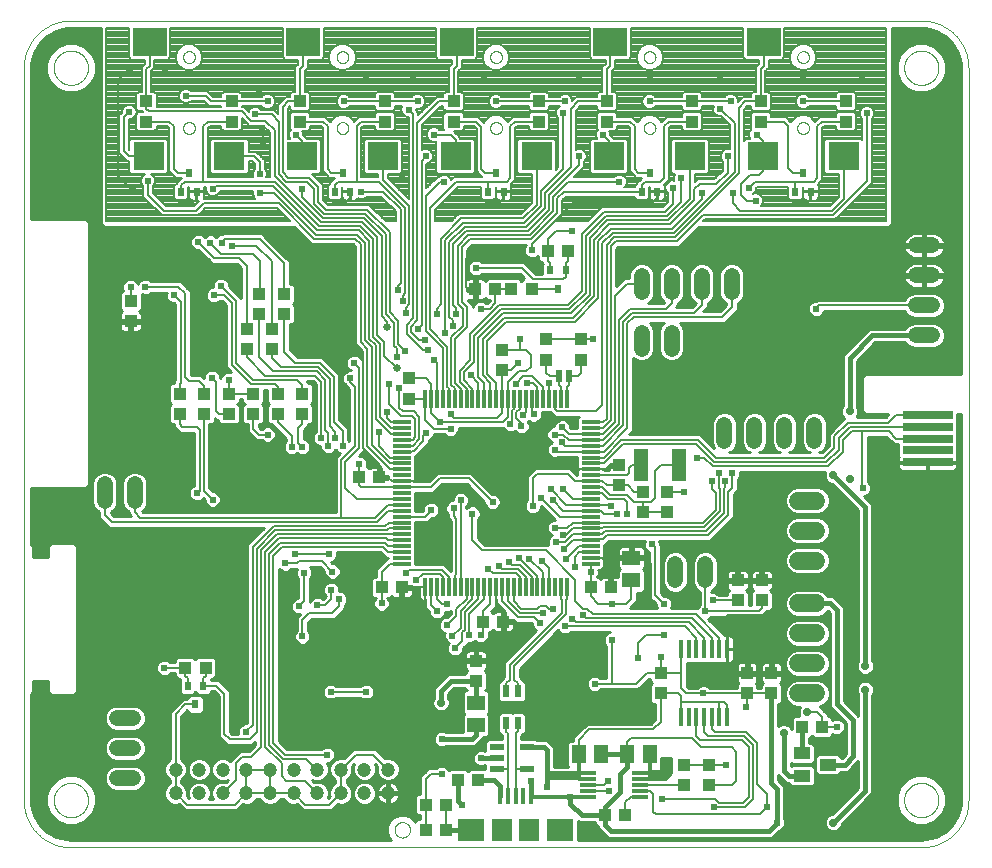
<source format=gtl>
G75*
%MOIN*%
%OFA0B0*%
%FSLAX25Y25*%
%IPPOS*%
%LPD*%
%AMOC8*
5,1,8,0,0,1.08239X$1,22.5*
%
%ADD10C,0.00000*%
%ADD11R,0.05118X0.05906*%
%ADD12R,0.04331X0.03937*%
%ADD13R,0.03937X0.04331*%
%ADD14R,0.05906X0.05118*%
%ADD15R,0.04724X0.02165*%
%ADD16R,0.01378X0.06299*%
%ADD17R,0.02362X0.04331*%
%ADD18R,0.04528X0.10630*%
%ADD19C,0.04724*%
%ADD20R,0.11220X0.09449*%
%ADD21R,0.10433X0.09449*%
%ADD22R,0.02264X0.04488*%
%ADD23R,0.01181X0.05906*%
%ADD24R,0.05906X0.01181*%
%ADD25R,0.05512X0.01181*%
%ADD26C,0.06000*%
%ADD27R,0.01575X0.05512*%
%ADD28R,0.09055X0.07480*%
%ADD29R,0.07087X0.07480*%
%ADD30C,0.05400*%
%ADD31R,0.16535X0.02756*%
%ADD32R,0.02362X0.03150*%
%ADD33R,0.05512X0.03937*%
%ADD34C,0.00787*%
%ADD35C,0.01575*%
%ADD36C,0.02400*%
%ADD37C,0.01200*%
%ADD38C,0.02775*%
%ADD39C,0.01181*%
%ADD40C,0.01000*%
%ADD41C,0.00750*%
%ADD42C,0.02578*%
D10*
X0017248Y0015345D02*
X0300713Y0015345D01*
X0295004Y0031093D02*
X0295006Y0031244D01*
X0295012Y0031394D01*
X0295022Y0031545D01*
X0295036Y0031695D01*
X0295054Y0031844D01*
X0295075Y0031994D01*
X0295101Y0032142D01*
X0295131Y0032290D01*
X0295164Y0032437D01*
X0295202Y0032583D01*
X0295243Y0032728D01*
X0295288Y0032872D01*
X0295337Y0033014D01*
X0295390Y0033155D01*
X0295446Y0033295D01*
X0295506Y0033433D01*
X0295569Y0033570D01*
X0295637Y0033705D01*
X0295707Y0033838D01*
X0295781Y0033969D01*
X0295859Y0034098D01*
X0295940Y0034225D01*
X0296024Y0034350D01*
X0296112Y0034473D01*
X0296203Y0034593D01*
X0296297Y0034711D01*
X0296394Y0034826D01*
X0296494Y0034939D01*
X0296597Y0035049D01*
X0296703Y0035156D01*
X0296812Y0035261D01*
X0296923Y0035362D01*
X0297037Y0035461D01*
X0297153Y0035556D01*
X0297273Y0035649D01*
X0297394Y0035738D01*
X0297518Y0035824D01*
X0297644Y0035907D01*
X0297772Y0035986D01*
X0297902Y0036062D01*
X0298034Y0036135D01*
X0298168Y0036203D01*
X0298304Y0036269D01*
X0298442Y0036331D01*
X0298581Y0036389D01*
X0298721Y0036443D01*
X0298863Y0036494D01*
X0299006Y0036541D01*
X0299151Y0036584D01*
X0299296Y0036623D01*
X0299443Y0036659D01*
X0299590Y0036690D01*
X0299738Y0036718D01*
X0299887Y0036742D01*
X0300036Y0036762D01*
X0300186Y0036778D01*
X0300336Y0036790D01*
X0300487Y0036798D01*
X0300638Y0036802D01*
X0300788Y0036802D01*
X0300939Y0036798D01*
X0301090Y0036790D01*
X0301240Y0036778D01*
X0301390Y0036762D01*
X0301539Y0036742D01*
X0301688Y0036718D01*
X0301836Y0036690D01*
X0301983Y0036659D01*
X0302130Y0036623D01*
X0302275Y0036584D01*
X0302420Y0036541D01*
X0302563Y0036494D01*
X0302705Y0036443D01*
X0302845Y0036389D01*
X0302984Y0036331D01*
X0303122Y0036269D01*
X0303258Y0036203D01*
X0303392Y0036135D01*
X0303524Y0036062D01*
X0303654Y0035986D01*
X0303782Y0035907D01*
X0303908Y0035824D01*
X0304032Y0035738D01*
X0304153Y0035649D01*
X0304273Y0035556D01*
X0304389Y0035461D01*
X0304503Y0035362D01*
X0304614Y0035261D01*
X0304723Y0035156D01*
X0304829Y0035049D01*
X0304932Y0034939D01*
X0305032Y0034826D01*
X0305129Y0034711D01*
X0305223Y0034593D01*
X0305314Y0034473D01*
X0305402Y0034350D01*
X0305486Y0034225D01*
X0305567Y0034098D01*
X0305645Y0033969D01*
X0305719Y0033838D01*
X0305789Y0033705D01*
X0305857Y0033570D01*
X0305920Y0033433D01*
X0305980Y0033295D01*
X0306036Y0033155D01*
X0306089Y0033014D01*
X0306138Y0032872D01*
X0306183Y0032728D01*
X0306224Y0032583D01*
X0306262Y0032437D01*
X0306295Y0032290D01*
X0306325Y0032142D01*
X0306351Y0031994D01*
X0306372Y0031844D01*
X0306390Y0031695D01*
X0306404Y0031545D01*
X0306414Y0031394D01*
X0306420Y0031244D01*
X0306422Y0031093D01*
X0306420Y0030942D01*
X0306414Y0030792D01*
X0306404Y0030641D01*
X0306390Y0030491D01*
X0306372Y0030342D01*
X0306351Y0030192D01*
X0306325Y0030044D01*
X0306295Y0029896D01*
X0306262Y0029749D01*
X0306224Y0029603D01*
X0306183Y0029458D01*
X0306138Y0029314D01*
X0306089Y0029172D01*
X0306036Y0029031D01*
X0305980Y0028891D01*
X0305920Y0028753D01*
X0305857Y0028616D01*
X0305789Y0028481D01*
X0305719Y0028348D01*
X0305645Y0028217D01*
X0305567Y0028088D01*
X0305486Y0027961D01*
X0305402Y0027836D01*
X0305314Y0027713D01*
X0305223Y0027593D01*
X0305129Y0027475D01*
X0305032Y0027360D01*
X0304932Y0027247D01*
X0304829Y0027137D01*
X0304723Y0027030D01*
X0304614Y0026925D01*
X0304503Y0026824D01*
X0304389Y0026725D01*
X0304273Y0026630D01*
X0304153Y0026537D01*
X0304032Y0026448D01*
X0303908Y0026362D01*
X0303782Y0026279D01*
X0303654Y0026200D01*
X0303524Y0026124D01*
X0303392Y0026051D01*
X0303258Y0025983D01*
X0303122Y0025917D01*
X0302984Y0025855D01*
X0302845Y0025797D01*
X0302705Y0025743D01*
X0302563Y0025692D01*
X0302420Y0025645D01*
X0302275Y0025602D01*
X0302130Y0025563D01*
X0301983Y0025527D01*
X0301836Y0025496D01*
X0301688Y0025468D01*
X0301539Y0025444D01*
X0301390Y0025424D01*
X0301240Y0025408D01*
X0301090Y0025396D01*
X0300939Y0025388D01*
X0300788Y0025384D01*
X0300638Y0025384D01*
X0300487Y0025388D01*
X0300336Y0025396D01*
X0300186Y0025408D01*
X0300036Y0025424D01*
X0299887Y0025444D01*
X0299738Y0025468D01*
X0299590Y0025496D01*
X0299443Y0025527D01*
X0299296Y0025563D01*
X0299151Y0025602D01*
X0299006Y0025645D01*
X0298863Y0025692D01*
X0298721Y0025743D01*
X0298581Y0025797D01*
X0298442Y0025855D01*
X0298304Y0025917D01*
X0298168Y0025983D01*
X0298034Y0026051D01*
X0297902Y0026124D01*
X0297772Y0026200D01*
X0297644Y0026279D01*
X0297518Y0026362D01*
X0297394Y0026448D01*
X0297273Y0026537D01*
X0297153Y0026630D01*
X0297037Y0026725D01*
X0296923Y0026824D01*
X0296812Y0026925D01*
X0296703Y0027030D01*
X0296597Y0027137D01*
X0296494Y0027247D01*
X0296394Y0027360D01*
X0296297Y0027475D01*
X0296203Y0027593D01*
X0296112Y0027713D01*
X0296024Y0027836D01*
X0295940Y0027961D01*
X0295859Y0028088D01*
X0295781Y0028217D01*
X0295707Y0028348D01*
X0295637Y0028481D01*
X0295569Y0028616D01*
X0295506Y0028753D01*
X0295446Y0028891D01*
X0295390Y0029031D01*
X0295337Y0029172D01*
X0295288Y0029314D01*
X0295243Y0029458D01*
X0295202Y0029603D01*
X0295164Y0029749D01*
X0295131Y0029896D01*
X0295101Y0030044D01*
X0295075Y0030192D01*
X0295054Y0030342D01*
X0295036Y0030491D01*
X0295022Y0030641D01*
X0295012Y0030792D01*
X0295006Y0030942D01*
X0295004Y0031093D01*
X0300713Y0015345D02*
X0301094Y0015350D01*
X0301474Y0015363D01*
X0301854Y0015386D01*
X0302233Y0015419D01*
X0302611Y0015460D01*
X0302988Y0015510D01*
X0303364Y0015570D01*
X0303739Y0015638D01*
X0304111Y0015716D01*
X0304482Y0015803D01*
X0304850Y0015898D01*
X0305216Y0016003D01*
X0305579Y0016116D01*
X0305940Y0016238D01*
X0306297Y0016368D01*
X0306651Y0016508D01*
X0307002Y0016655D01*
X0307349Y0016812D01*
X0307692Y0016976D01*
X0308031Y0017149D01*
X0308366Y0017330D01*
X0308697Y0017519D01*
X0309022Y0017716D01*
X0309343Y0017920D01*
X0309659Y0018133D01*
X0309969Y0018353D01*
X0310275Y0018580D01*
X0310574Y0018815D01*
X0310868Y0019057D01*
X0311156Y0019305D01*
X0311438Y0019561D01*
X0311713Y0019824D01*
X0311982Y0020093D01*
X0312245Y0020368D01*
X0312501Y0020650D01*
X0312749Y0020938D01*
X0312991Y0021232D01*
X0313226Y0021531D01*
X0313453Y0021837D01*
X0313673Y0022147D01*
X0313886Y0022463D01*
X0314090Y0022784D01*
X0314287Y0023109D01*
X0314476Y0023440D01*
X0314657Y0023775D01*
X0314830Y0024114D01*
X0314994Y0024457D01*
X0315151Y0024804D01*
X0315298Y0025155D01*
X0315438Y0025509D01*
X0315568Y0025866D01*
X0315690Y0026227D01*
X0315803Y0026590D01*
X0315908Y0026956D01*
X0316003Y0027324D01*
X0316090Y0027695D01*
X0316168Y0028067D01*
X0316236Y0028442D01*
X0316296Y0028818D01*
X0316346Y0029195D01*
X0316387Y0029573D01*
X0316420Y0029952D01*
X0316443Y0030332D01*
X0316456Y0030712D01*
X0316461Y0031093D01*
X0316461Y0275187D01*
X0295004Y0275187D02*
X0295006Y0275338D01*
X0295012Y0275488D01*
X0295022Y0275639D01*
X0295036Y0275789D01*
X0295054Y0275938D01*
X0295075Y0276088D01*
X0295101Y0276236D01*
X0295131Y0276384D01*
X0295164Y0276531D01*
X0295202Y0276677D01*
X0295243Y0276822D01*
X0295288Y0276966D01*
X0295337Y0277108D01*
X0295390Y0277249D01*
X0295446Y0277389D01*
X0295506Y0277527D01*
X0295569Y0277664D01*
X0295637Y0277799D01*
X0295707Y0277932D01*
X0295781Y0278063D01*
X0295859Y0278192D01*
X0295940Y0278319D01*
X0296024Y0278444D01*
X0296112Y0278567D01*
X0296203Y0278687D01*
X0296297Y0278805D01*
X0296394Y0278920D01*
X0296494Y0279033D01*
X0296597Y0279143D01*
X0296703Y0279250D01*
X0296812Y0279355D01*
X0296923Y0279456D01*
X0297037Y0279555D01*
X0297153Y0279650D01*
X0297273Y0279743D01*
X0297394Y0279832D01*
X0297518Y0279918D01*
X0297644Y0280001D01*
X0297772Y0280080D01*
X0297902Y0280156D01*
X0298034Y0280229D01*
X0298168Y0280297D01*
X0298304Y0280363D01*
X0298442Y0280425D01*
X0298581Y0280483D01*
X0298721Y0280537D01*
X0298863Y0280588D01*
X0299006Y0280635D01*
X0299151Y0280678D01*
X0299296Y0280717D01*
X0299443Y0280753D01*
X0299590Y0280784D01*
X0299738Y0280812D01*
X0299887Y0280836D01*
X0300036Y0280856D01*
X0300186Y0280872D01*
X0300336Y0280884D01*
X0300487Y0280892D01*
X0300638Y0280896D01*
X0300788Y0280896D01*
X0300939Y0280892D01*
X0301090Y0280884D01*
X0301240Y0280872D01*
X0301390Y0280856D01*
X0301539Y0280836D01*
X0301688Y0280812D01*
X0301836Y0280784D01*
X0301983Y0280753D01*
X0302130Y0280717D01*
X0302275Y0280678D01*
X0302420Y0280635D01*
X0302563Y0280588D01*
X0302705Y0280537D01*
X0302845Y0280483D01*
X0302984Y0280425D01*
X0303122Y0280363D01*
X0303258Y0280297D01*
X0303392Y0280229D01*
X0303524Y0280156D01*
X0303654Y0280080D01*
X0303782Y0280001D01*
X0303908Y0279918D01*
X0304032Y0279832D01*
X0304153Y0279743D01*
X0304273Y0279650D01*
X0304389Y0279555D01*
X0304503Y0279456D01*
X0304614Y0279355D01*
X0304723Y0279250D01*
X0304829Y0279143D01*
X0304932Y0279033D01*
X0305032Y0278920D01*
X0305129Y0278805D01*
X0305223Y0278687D01*
X0305314Y0278567D01*
X0305402Y0278444D01*
X0305486Y0278319D01*
X0305567Y0278192D01*
X0305645Y0278063D01*
X0305719Y0277932D01*
X0305789Y0277799D01*
X0305857Y0277664D01*
X0305920Y0277527D01*
X0305980Y0277389D01*
X0306036Y0277249D01*
X0306089Y0277108D01*
X0306138Y0276966D01*
X0306183Y0276822D01*
X0306224Y0276677D01*
X0306262Y0276531D01*
X0306295Y0276384D01*
X0306325Y0276236D01*
X0306351Y0276088D01*
X0306372Y0275938D01*
X0306390Y0275789D01*
X0306404Y0275639D01*
X0306414Y0275488D01*
X0306420Y0275338D01*
X0306422Y0275187D01*
X0306420Y0275036D01*
X0306414Y0274886D01*
X0306404Y0274735D01*
X0306390Y0274585D01*
X0306372Y0274436D01*
X0306351Y0274286D01*
X0306325Y0274138D01*
X0306295Y0273990D01*
X0306262Y0273843D01*
X0306224Y0273697D01*
X0306183Y0273552D01*
X0306138Y0273408D01*
X0306089Y0273266D01*
X0306036Y0273125D01*
X0305980Y0272985D01*
X0305920Y0272847D01*
X0305857Y0272710D01*
X0305789Y0272575D01*
X0305719Y0272442D01*
X0305645Y0272311D01*
X0305567Y0272182D01*
X0305486Y0272055D01*
X0305402Y0271930D01*
X0305314Y0271807D01*
X0305223Y0271687D01*
X0305129Y0271569D01*
X0305032Y0271454D01*
X0304932Y0271341D01*
X0304829Y0271231D01*
X0304723Y0271124D01*
X0304614Y0271019D01*
X0304503Y0270918D01*
X0304389Y0270819D01*
X0304273Y0270724D01*
X0304153Y0270631D01*
X0304032Y0270542D01*
X0303908Y0270456D01*
X0303782Y0270373D01*
X0303654Y0270294D01*
X0303524Y0270218D01*
X0303392Y0270145D01*
X0303258Y0270077D01*
X0303122Y0270011D01*
X0302984Y0269949D01*
X0302845Y0269891D01*
X0302705Y0269837D01*
X0302563Y0269786D01*
X0302420Y0269739D01*
X0302275Y0269696D01*
X0302130Y0269657D01*
X0301983Y0269621D01*
X0301836Y0269590D01*
X0301688Y0269562D01*
X0301539Y0269538D01*
X0301390Y0269518D01*
X0301240Y0269502D01*
X0301090Y0269490D01*
X0300939Y0269482D01*
X0300788Y0269478D01*
X0300638Y0269478D01*
X0300487Y0269482D01*
X0300336Y0269490D01*
X0300186Y0269502D01*
X0300036Y0269518D01*
X0299887Y0269538D01*
X0299738Y0269562D01*
X0299590Y0269590D01*
X0299443Y0269621D01*
X0299296Y0269657D01*
X0299151Y0269696D01*
X0299006Y0269739D01*
X0298863Y0269786D01*
X0298721Y0269837D01*
X0298581Y0269891D01*
X0298442Y0269949D01*
X0298304Y0270011D01*
X0298168Y0270077D01*
X0298034Y0270145D01*
X0297902Y0270218D01*
X0297772Y0270294D01*
X0297644Y0270373D01*
X0297518Y0270456D01*
X0297394Y0270542D01*
X0297273Y0270631D01*
X0297153Y0270724D01*
X0297037Y0270819D01*
X0296923Y0270918D01*
X0296812Y0271019D01*
X0296703Y0271124D01*
X0296597Y0271231D01*
X0296494Y0271341D01*
X0296394Y0271454D01*
X0296297Y0271569D01*
X0296203Y0271687D01*
X0296112Y0271807D01*
X0296024Y0271930D01*
X0295940Y0272055D01*
X0295859Y0272182D01*
X0295781Y0272311D01*
X0295707Y0272442D01*
X0295637Y0272575D01*
X0295569Y0272710D01*
X0295506Y0272847D01*
X0295446Y0272985D01*
X0295390Y0273125D01*
X0295337Y0273266D01*
X0295288Y0273408D01*
X0295243Y0273552D01*
X0295202Y0273697D01*
X0295164Y0273843D01*
X0295131Y0273990D01*
X0295101Y0274138D01*
X0295075Y0274286D01*
X0295054Y0274436D01*
X0295036Y0274585D01*
X0295022Y0274735D01*
X0295012Y0274886D01*
X0295006Y0275036D01*
X0295004Y0275187D01*
X0300713Y0290935D02*
X0301094Y0290930D01*
X0301474Y0290917D01*
X0301854Y0290894D01*
X0302233Y0290861D01*
X0302611Y0290820D01*
X0302988Y0290770D01*
X0303364Y0290710D01*
X0303739Y0290642D01*
X0304111Y0290564D01*
X0304482Y0290477D01*
X0304850Y0290382D01*
X0305216Y0290277D01*
X0305579Y0290164D01*
X0305940Y0290042D01*
X0306297Y0289912D01*
X0306651Y0289772D01*
X0307002Y0289625D01*
X0307349Y0289468D01*
X0307692Y0289304D01*
X0308031Y0289131D01*
X0308366Y0288950D01*
X0308697Y0288761D01*
X0309022Y0288564D01*
X0309343Y0288360D01*
X0309659Y0288147D01*
X0309969Y0287927D01*
X0310275Y0287700D01*
X0310574Y0287465D01*
X0310868Y0287223D01*
X0311156Y0286975D01*
X0311438Y0286719D01*
X0311713Y0286456D01*
X0311982Y0286187D01*
X0312245Y0285912D01*
X0312501Y0285630D01*
X0312749Y0285342D01*
X0312991Y0285048D01*
X0313226Y0284749D01*
X0313453Y0284443D01*
X0313673Y0284133D01*
X0313886Y0283817D01*
X0314090Y0283496D01*
X0314287Y0283171D01*
X0314476Y0282840D01*
X0314657Y0282505D01*
X0314830Y0282166D01*
X0314994Y0281823D01*
X0315151Y0281476D01*
X0315298Y0281125D01*
X0315438Y0280771D01*
X0315568Y0280414D01*
X0315690Y0280053D01*
X0315803Y0279690D01*
X0315908Y0279324D01*
X0316003Y0278956D01*
X0316090Y0278585D01*
X0316168Y0278213D01*
X0316236Y0277838D01*
X0316296Y0277462D01*
X0316346Y0277085D01*
X0316387Y0276707D01*
X0316420Y0276328D01*
X0316443Y0275948D01*
X0316456Y0275568D01*
X0316461Y0275187D01*
X0300713Y0290935D02*
X0017248Y0290935D01*
X0011539Y0275187D02*
X0011541Y0275338D01*
X0011547Y0275488D01*
X0011557Y0275639D01*
X0011571Y0275789D01*
X0011589Y0275938D01*
X0011610Y0276088D01*
X0011636Y0276236D01*
X0011666Y0276384D01*
X0011699Y0276531D01*
X0011737Y0276677D01*
X0011778Y0276822D01*
X0011823Y0276966D01*
X0011872Y0277108D01*
X0011925Y0277249D01*
X0011981Y0277389D01*
X0012041Y0277527D01*
X0012104Y0277664D01*
X0012172Y0277799D01*
X0012242Y0277932D01*
X0012316Y0278063D01*
X0012394Y0278192D01*
X0012475Y0278319D01*
X0012559Y0278444D01*
X0012647Y0278567D01*
X0012738Y0278687D01*
X0012832Y0278805D01*
X0012929Y0278920D01*
X0013029Y0279033D01*
X0013132Y0279143D01*
X0013238Y0279250D01*
X0013347Y0279355D01*
X0013458Y0279456D01*
X0013572Y0279555D01*
X0013688Y0279650D01*
X0013808Y0279743D01*
X0013929Y0279832D01*
X0014053Y0279918D01*
X0014179Y0280001D01*
X0014307Y0280080D01*
X0014437Y0280156D01*
X0014569Y0280229D01*
X0014703Y0280297D01*
X0014839Y0280363D01*
X0014977Y0280425D01*
X0015116Y0280483D01*
X0015256Y0280537D01*
X0015398Y0280588D01*
X0015541Y0280635D01*
X0015686Y0280678D01*
X0015831Y0280717D01*
X0015978Y0280753D01*
X0016125Y0280784D01*
X0016273Y0280812D01*
X0016422Y0280836D01*
X0016571Y0280856D01*
X0016721Y0280872D01*
X0016871Y0280884D01*
X0017022Y0280892D01*
X0017173Y0280896D01*
X0017323Y0280896D01*
X0017474Y0280892D01*
X0017625Y0280884D01*
X0017775Y0280872D01*
X0017925Y0280856D01*
X0018074Y0280836D01*
X0018223Y0280812D01*
X0018371Y0280784D01*
X0018518Y0280753D01*
X0018665Y0280717D01*
X0018810Y0280678D01*
X0018955Y0280635D01*
X0019098Y0280588D01*
X0019240Y0280537D01*
X0019380Y0280483D01*
X0019519Y0280425D01*
X0019657Y0280363D01*
X0019793Y0280297D01*
X0019927Y0280229D01*
X0020059Y0280156D01*
X0020189Y0280080D01*
X0020317Y0280001D01*
X0020443Y0279918D01*
X0020567Y0279832D01*
X0020688Y0279743D01*
X0020808Y0279650D01*
X0020924Y0279555D01*
X0021038Y0279456D01*
X0021149Y0279355D01*
X0021258Y0279250D01*
X0021364Y0279143D01*
X0021467Y0279033D01*
X0021567Y0278920D01*
X0021664Y0278805D01*
X0021758Y0278687D01*
X0021849Y0278567D01*
X0021937Y0278444D01*
X0022021Y0278319D01*
X0022102Y0278192D01*
X0022180Y0278063D01*
X0022254Y0277932D01*
X0022324Y0277799D01*
X0022392Y0277664D01*
X0022455Y0277527D01*
X0022515Y0277389D01*
X0022571Y0277249D01*
X0022624Y0277108D01*
X0022673Y0276966D01*
X0022718Y0276822D01*
X0022759Y0276677D01*
X0022797Y0276531D01*
X0022830Y0276384D01*
X0022860Y0276236D01*
X0022886Y0276088D01*
X0022907Y0275938D01*
X0022925Y0275789D01*
X0022939Y0275639D01*
X0022949Y0275488D01*
X0022955Y0275338D01*
X0022957Y0275187D01*
X0022955Y0275036D01*
X0022949Y0274886D01*
X0022939Y0274735D01*
X0022925Y0274585D01*
X0022907Y0274436D01*
X0022886Y0274286D01*
X0022860Y0274138D01*
X0022830Y0273990D01*
X0022797Y0273843D01*
X0022759Y0273697D01*
X0022718Y0273552D01*
X0022673Y0273408D01*
X0022624Y0273266D01*
X0022571Y0273125D01*
X0022515Y0272985D01*
X0022455Y0272847D01*
X0022392Y0272710D01*
X0022324Y0272575D01*
X0022254Y0272442D01*
X0022180Y0272311D01*
X0022102Y0272182D01*
X0022021Y0272055D01*
X0021937Y0271930D01*
X0021849Y0271807D01*
X0021758Y0271687D01*
X0021664Y0271569D01*
X0021567Y0271454D01*
X0021467Y0271341D01*
X0021364Y0271231D01*
X0021258Y0271124D01*
X0021149Y0271019D01*
X0021038Y0270918D01*
X0020924Y0270819D01*
X0020808Y0270724D01*
X0020688Y0270631D01*
X0020567Y0270542D01*
X0020443Y0270456D01*
X0020317Y0270373D01*
X0020189Y0270294D01*
X0020059Y0270218D01*
X0019927Y0270145D01*
X0019793Y0270077D01*
X0019657Y0270011D01*
X0019519Y0269949D01*
X0019380Y0269891D01*
X0019240Y0269837D01*
X0019098Y0269786D01*
X0018955Y0269739D01*
X0018810Y0269696D01*
X0018665Y0269657D01*
X0018518Y0269621D01*
X0018371Y0269590D01*
X0018223Y0269562D01*
X0018074Y0269538D01*
X0017925Y0269518D01*
X0017775Y0269502D01*
X0017625Y0269490D01*
X0017474Y0269482D01*
X0017323Y0269478D01*
X0017173Y0269478D01*
X0017022Y0269482D01*
X0016871Y0269490D01*
X0016721Y0269502D01*
X0016571Y0269518D01*
X0016422Y0269538D01*
X0016273Y0269562D01*
X0016125Y0269590D01*
X0015978Y0269621D01*
X0015831Y0269657D01*
X0015686Y0269696D01*
X0015541Y0269739D01*
X0015398Y0269786D01*
X0015256Y0269837D01*
X0015116Y0269891D01*
X0014977Y0269949D01*
X0014839Y0270011D01*
X0014703Y0270077D01*
X0014569Y0270145D01*
X0014437Y0270218D01*
X0014307Y0270294D01*
X0014179Y0270373D01*
X0014053Y0270456D01*
X0013929Y0270542D01*
X0013808Y0270631D01*
X0013688Y0270724D01*
X0013572Y0270819D01*
X0013458Y0270918D01*
X0013347Y0271019D01*
X0013238Y0271124D01*
X0013132Y0271231D01*
X0013029Y0271341D01*
X0012929Y0271454D01*
X0012832Y0271569D01*
X0012738Y0271687D01*
X0012647Y0271807D01*
X0012559Y0271930D01*
X0012475Y0272055D01*
X0012394Y0272182D01*
X0012316Y0272311D01*
X0012242Y0272442D01*
X0012172Y0272575D01*
X0012104Y0272710D01*
X0012041Y0272847D01*
X0011981Y0272985D01*
X0011925Y0273125D01*
X0011872Y0273266D01*
X0011823Y0273408D01*
X0011778Y0273552D01*
X0011737Y0273697D01*
X0011699Y0273843D01*
X0011666Y0273990D01*
X0011636Y0274138D01*
X0011610Y0274286D01*
X0011589Y0274436D01*
X0011571Y0274585D01*
X0011557Y0274735D01*
X0011547Y0274886D01*
X0011541Y0275036D01*
X0011539Y0275187D01*
X0001500Y0275187D02*
X0001505Y0275568D01*
X0001518Y0275948D01*
X0001541Y0276328D01*
X0001574Y0276707D01*
X0001615Y0277085D01*
X0001665Y0277462D01*
X0001725Y0277838D01*
X0001793Y0278213D01*
X0001871Y0278585D01*
X0001958Y0278956D01*
X0002053Y0279324D01*
X0002158Y0279690D01*
X0002271Y0280053D01*
X0002393Y0280414D01*
X0002523Y0280771D01*
X0002663Y0281125D01*
X0002810Y0281476D01*
X0002967Y0281823D01*
X0003131Y0282166D01*
X0003304Y0282505D01*
X0003485Y0282840D01*
X0003674Y0283171D01*
X0003871Y0283496D01*
X0004075Y0283817D01*
X0004288Y0284133D01*
X0004508Y0284443D01*
X0004735Y0284749D01*
X0004970Y0285048D01*
X0005212Y0285342D01*
X0005460Y0285630D01*
X0005716Y0285912D01*
X0005979Y0286187D01*
X0006248Y0286456D01*
X0006523Y0286719D01*
X0006805Y0286975D01*
X0007093Y0287223D01*
X0007387Y0287465D01*
X0007686Y0287700D01*
X0007992Y0287927D01*
X0008302Y0288147D01*
X0008618Y0288360D01*
X0008939Y0288564D01*
X0009264Y0288761D01*
X0009595Y0288950D01*
X0009930Y0289131D01*
X0010269Y0289304D01*
X0010612Y0289468D01*
X0010959Y0289625D01*
X0011310Y0289772D01*
X0011664Y0289912D01*
X0012021Y0290042D01*
X0012382Y0290164D01*
X0012745Y0290277D01*
X0013111Y0290382D01*
X0013479Y0290477D01*
X0013850Y0290564D01*
X0014222Y0290642D01*
X0014597Y0290710D01*
X0014973Y0290770D01*
X0015350Y0290820D01*
X0015728Y0290861D01*
X0016107Y0290894D01*
X0016487Y0290917D01*
X0016867Y0290930D01*
X0017248Y0290935D01*
X0001500Y0275187D02*
X0001500Y0031093D01*
X0011539Y0031093D02*
X0011541Y0031244D01*
X0011547Y0031394D01*
X0011557Y0031545D01*
X0011571Y0031695D01*
X0011589Y0031844D01*
X0011610Y0031994D01*
X0011636Y0032142D01*
X0011666Y0032290D01*
X0011699Y0032437D01*
X0011737Y0032583D01*
X0011778Y0032728D01*
X0011823Y0032872D01*
X0011872Y0033014D01*
X0011925Y0033155D01*
X0011981Y0033295D01*
X0012041Y0033433D01*
X0012104Y0033570D01*
X0012172Y0033705D01*
X0012242Y0033838D01*
X0012316Y0033969D01*
X0012394Y0034098D01*
X0012475Y0034225D01*
X0012559Y0034350D01*
X0012647Y0034473D01*
X0012738Y0034593D01*
X0012832Y0034711D01*
X0012929Y0034826D01*
X0013029Y0034939D01*
X0013132Y0035049D01*
X0013238Y0035156D01*
X0013347Y0035261D01*
X0013458Y0035362D01*
X0013572Y0035461D01*
X0013688Y0035556D01*
X0013808Y0035649D01*
X0013929Y0035738D01*
X0014053Y0035824D01*
X0014179Y0035907D01*
X0014307Y0035986D01*
X0014437Y0036062D01*
X0014569Y0036135D01*
X0014703Y0036203D01*
X0014839Y0036269D01*
X0014977Y0036331D01*
X0015116Y0036389D01*
X0015256Y0036443D01*
X0015398Y0036494D01*
X0015541Y0036541D01*
X0015686Y0036584D01*
X0015831Y0036623D01*
X0015978Y0036659D01*
X0016125Y0036690D01*
X0016273Y0036718D01*
X0016422Y0036742D01*
X0016571Y0036762D01*
X0016721Y0036778D01*
X0016871Y0036790D01*
X0017022Y0036798D01*
X0017173Y0036802D01*
X0017323Y0036802D01*
X0017474Y0036798D01*
X0017625Y0036790D01*
X0017775Y0036778D01*
X0017925Y0036762D01*
X0018074Y0036742D01*
X0018223Y0036718D01*
X0018371Y0036690D01*
X0018518Y0036659D01*
X0018665Y0036623D01*
X0018810Y0036584D01*
X0018955Y0036541D01*
X0019098Y0036494D01*
X0019240Y0036443D01*
X0019380Y0036389D01*
X0019519Y0036331D01*
X0019657Y0036269D01*
X0019793Y0036203D01*
X0019927Y0036135D01*
X0020059Y0036062D01*
X0020189Y0035986D01*
X0020317Y0035907D01*
X0020443Y0035824D01*
X0020567Y0035738D01*
X0020688Y0035649D01*
X0020808Y0035556D01*
X0020924Y0035461D01*
X0021038Y0035362D01*
X0021149Y0035261D01*
X0021258Y0035156D01*
X0021364Y0035049D01*
X0021467Y0034939D01*
X0021567Y0034826D01*
X0021664Y0034711D01*
X0021758Y0034593D01*
X0021849Y0034473D01*
X0021937Y0034350D01*
X0022021Y0034225D01*
X0022102Y0034098D01*
X0022180Y0033969D01*
X0022254Y0033838D01*
X0022324Y0033705D01*
X0022392Y0033570D01*
X0022455Y0033433D01*
X0022515Y0033295D01*
X0022571Y0033155D01*
X0022624Y0033014D01*
X0022673Y0032872D01*
X0022718Y0032728D01*
X0022759Y0032583D01*
X0022797Y0032437D01*
X0022830Y0032290D01*
X0022860Y0032142D01*
X0022886Y0031994D01*
X0022907Y0031844D01*
X0022925Y0031695D01*
X0022939Y0031545D01*
X0022949Y0031394D01*
X0022955Y0031244D01*
X0022957Y0031093D01*
X0022955Y0030942D01*
X0022949Y0030792D01*
X0022939Y0030641D01*
X0022925Y0030491D01*
X0022907Y0030342D01*
X0022886Y0030192D01*
X0022860Y0030044D01*
X0022830Y0029896D01*
X0022797Y0029749D01*
X0022759Y0029603D01*
X0022718Y0029458D01*
X0022673Y0029314D01*
X0022624Y0029172D01*
X0022571Y0029031D01*
X0022515Y0028891D01*
X0022455Y0028753D01*
X0022392Y0028616D01*
X0022324Y0028481D01*
X0022254Y0028348D01*
X0022180Y0028217D01*
X0022102Y0028088D01*
X0022021Y0027961D01*
X0021937Y0027836D01*
X0021849Y0027713D01*
X0021758Y0027593D01*
X0021664Y0027475D01*
X0021567Y0027360D01*
X0021467Y0027247D01*
X0021364Y0027137D01*
X0021258Y0027030D01*
X0021149Y0026925D01*
X0021038Y0026824D01*
X0020924Y0026725D01*
X0020808Y0026630D01*
X0020688Y0026537D01*
X0020567Y0026448D01*
X0020443Y0026362D01*
X0020317Y0026279D01*
X0020189Y0026200D01*
X0020059Y0026124D01*
X0019927Y0026051D01*
X0019793Y0025983D01*
X0019657Y0025917D01*
X0019519Y0025855D01*
X0019380Y0025797D01*
X0019240Y0025743D01*
X0019098Y0025692D01*
X0018955Y0025645D01*
X0018810Y0025602D01*
X0018665Y0025563D01*
X0018518Y0025527D01*
X0018371Y0025496D01*
X0018223Y0025468D01*
X0018074Y0025444D01*
X0017925Y0025424D01*
X0017775Y0025408D01*
X0017625Y0025396D01*
X0017474Y0025388D01*
X0017323Y0025384D01*
X0017173Y0025384D01*
X0017022Y0025388D01*
X0016871Y0025396D01*
X0016721Y0025408D01*
X0016571Y0025424D01*
X0016422Y0025444D01*
X0016273Y0025468D01*
X0016125Y0025496D01*
X0015978Y0025527D01*
X0015831Y0025563D01*
X0015686Y0025602D01*
X0015541Y0025645D01*
X0015398Y0025692D01*
X0015256Y0025743D01*
X0015116Y0025797D01*
X0014977Y0025855D01*
X0014839Y0025917D01*
X0014703Y0025983D01*
X0014569Y0026051D01*
X0014437Y0026124D01*
X0014307Y0026200D01*
X0014179Y0026279D01*
X0014053Y0026362D01*
X0013929Y0026448D01*
X0013808Y0026537D01*
X0013688Y0026630D01*
X0013572Y0026725D01*
X0013458Y0026824D01*
X0013347Y0026925D01*
X0013238Y0027030D01*
X0013132Y0027137D01*
X0013029Y0027247D01*
X0012929Y0027360D01*
X0012832Y0027475D01*
X0012738Y0027593D01*
X0012647Y0027713D01*
X0012559Y0027836D01*
X0012475Y0027961D01*
X0012394Y0028088D01*
X0012316Y0028217D01*
X0012242Y0028348D01*
X0012172Y0028481D01*
X0012104Y0028616D01*
X0012041Y0028753D01*
X0011981Y0028891D01*
X0011925Y0029031D01*
X0011872Y0029172D01*
X0011823Y0029314D01*
X0011778Y0029458D01*
X0011737Y0029603D01*
X0011699Y0029749D01*
X0011666Y0029896D01*
X0011636Y0030044D01*
X0011610Y0030192D01*
X0011589Y0030342D01*
X0011571Y0030491D01*
X0011557Y0030641D01*
X0011547Y0030792D01*
X0011541Y0030942D01*
X0011539Y0031093D01*
X0001500Y0031093D02*
X0001505Y0030712D01*
X0001518Y0030332D01*
X0001541Y0029952D01*
X0001574Y0029573D01*
X0001615Y0029195D01*
X0001665Y0028818D01*
X0001725Y0028442D01*
X0001793Y0028067D01*
X0001871Y0027695D01*
X0001958Y0027324D01*
X0002053Y0026956D01*
X0002158Y0026590D01*
X0002271Y0026227D01*
X0002393Y0025866D01*
X0002523Y0025509D01*
X0002663Y0025155D01*
X0002810Y0024804D01*
X0002967Y0024457D01*
X0003131Y0024114D01*
X0003304Y0023775D01*
X0003485Y0023440D01*
X0003674Y0023109D01*
X0003871Y0022784D01*
X0004075Y0022463D01*
X0004288Y0022147D01*
X0004508Y0021837D01*
X0004735Y0021531D01*
X0004970Y0021232D01*
X0005212Y0020938D01*
X0005460Y0020650D01*
X0005716Y0020368D01*
X0005979Y0020093D01*
X0006248Y0019824D01*
X0006523Y0019561D01*
X0006805Y0019305D01*
X0007093Y0019057D01*
X0007387Y0018815D01*
X0007686Y0018580D01*
X0007992Y0018353D01*
X0008302Y0018133D01*
X0008618Y0017920D01*
X0008939Y0017716D01*
X0009264Y0017519D01*
X0009595Y0017330D01*
X0009930Y0017149D01*
X0010269Y0016976D01*
X0010612Y0016812D01*
X0010959Y0016655D01*
X0011310Y0016508D01*
X0011664Y0016368D01*
X0012021Y0016238D01*
X0012382Y0016116D01*
X0012745Y0016003D01*
X0013111Y0015898D01*
X0013479Y0015803D01*
X0013850Y0015716D01*
X0014222Y0015638D01*
X0014597Y0015570D01*
X0014973Y0015510D01*
X0015350Y0015460D01*
X0015728Y0015419D01*
X0016107Y0015386D01*
X0016487Y0015363D01*
X0016867Y0015350D01*
X0017248Y0015345D01*
X0125161Y0021171D02*
X0125163Y0021272D01*
X0125169Y0021373D01*
X0125179Y0021474D01*
X0125193Y0021574D01*
X0125211Y0021673D01*
X0125233Y0021772D01*
X0125258Y0021870D01*
X0125288Y0021967D01*
X0125321Y0022062D01*
X0125358Y0022156D01*
X0125399Y0022249D01*
X0125443Y0022340D01*
X0125491Y0022429D01*
X0125543Y0022516D01*
X0125598Y0022601D01*
X0125656Y0022683D01*
X0125717Y0022764D01*
X0125782Y0022842D01*
X0125849Y0022917D01*
X0125919Y0022989D01*
X0125993Y0023059D01*
X0126069Y0023126D01*
X0126147Y0023190D01*
X0126228Y0023250D01*
X0126311Y0023307D01*
X0126397Y0023361D01*
X0126485Y0023412D01*
X0126574Y0023459D01*
X0126665Y0023503D01*
X0126758Y0023542D01*
X0126853Y0023579D01*
X0126948Y0023611D01*
X0127045Y0023640D01*
X0127144Y0023664D01*
X0127242Y0023685D01*
X0127342Y0023702D01*
X0127442Y0023715D01*
X0127543Y0023724D01*
X0127644Y0023729D01*
X0127745Y0023730D01*
X0127846Y0023727D01*
X0127947Y0023720D01*
X0128048Y0023709D01*
X0128148Y0023694D01*
X0128247Y0023675D01*
X0128346Y0023652D01*
X0128443Y0023626D01*
X0128540Y0023595D01*
X0128635Y0023561D01*
X0128728Y0023523D01*
X0128821Y0023481D01*
X0128911Y0023436D01*
X0129000Y0023387D01*
X0129086Y0023335D01*
X0129170Y0023279D01*
X0129253Y0023220D01*
X0129332Y0023158D01*
X0129410Y0023093D01*
X0129484Y0023025D01*
X0129556Y0022953D01*
X0129625Y0022880D01*
X0129691Y0022803D01*
X0129754Y0022724D01*
X0129814Y0022642D01*
X0129870Y0022558D01*
X0129923Y0022472D01*
X0129973Y0022384D01*
X0130019Y0022294D01*
X0130062Y0022203D01*
X0130101Y0022109D01*
X0130136Y0022014D01*
X0130167Y0021918D01*
X0130195Y0021821D01*
X0130219Y0021723D01*
X0130239Y0021624D01*
X0130255Y0021524D01*
X0130267Y0021423D01*
X0130275Y0021323D01*
X0130279Y0021222D01*
X0130279Y0021120D01*
X0130275Y0021019D01*
X0130267Y0020919D01*
X0130255Y0020818D01*
X0130239Y0020718D01*
X0130219Y0020619D01*
X0130195Y0020521D01*
X0130167Y0020424D01*
X0130136Y0020328D01*
X0130101Y0020233D01*
X0130062Y0020139D01*
X0130019Y0020048D01*
X0129973Y0019958D01*
X0129923Y0019870D01*
X0129870Y0019784D01*
X0129814Y0019700D01*
X0129754Y0019618D01*
X0129691Y0019539D01*
X0129625Y0019462D01*
X0129556Y0019389D01*
X0129484Y0019317D01*
X0129410Y0019249D01*
X0129332Y0019184D01*
X0129253Y0019122D01*
X0129170Y0019063D01*
X0129086Y0019007D01*
X0128999Y0018955D01*
X0128911Y0018906D01*
X0128821Y0018861D01*
X0128728Y0018819D01*
X0128635Y0018781D01*
X0128540Y0018747D01*
X0128443Y0018716D01*
X0128346Y0018690D01*
X0128247Y0018667D01*
X0128148Y0018648D01*
X0128048Y0018633D01*
X0127947Y0018622D01*
X0127846Y0018615D01*
X0127745Y0018612D01*
X0127644Y0018613D01*
X0127543Y0018618D01*
X0127442Y0018627D01*
X0127342Y0018640D01*
X0127242Y0018657D01*
X0127144Y0018678D01*
X0127045Y0018702D01*
X0126948Y0018731D01*
X0126853Y0018763D01*
X0126758Y0018800D01*
X0126665Y0018839D01*
X0126574Y0018883D01*
X0126485Y0018930D01*
X0126397Y0018981D01*
X0126311Y0019035D01*
X0126228Y0019092D01*
X0126147Y0019152D01*
X0126069Y0019216D01*
X0125993Y0019283D01*
X0125919Y0019353D01*
X0125849Y0019425D01*
X0125782Y0019500D01*
X0125717Y0019578D01*
X0125656Y0019659D01*
X0125598Y0019741D01*
X0125543Y0019826D01*
X0125491Y0019913D01*
X0125443Y0020002D01*
X0125399Y0020093D01*
X0125358Y0020186D01*
X0125321Y0020280D01*
X0125288Y0020375D01*
X0125258Y0020472D01*
X0125233Y0020570D01*
X0125211Y0020669D01*
X0125193Y0020768D01*
X0125179Y0020868D01*
X0125169Y0020969D01*
X0125163Y0021070D01*
X0125161Y0021171D01*
X0105830Y0255108D02*
X0105832Y0255196D01*
X0105838Y0255284D01*
X0105848Y0255372D01*
X0105862Y0255460D01*
X0105879Y0255546D01*
X0105901Y0255632D01*
X0105926Y0255716D01*
X0105956Y0255800D01*
X0105988Y0255882D01*
X0106025Y0255962D01*
X0106065Y0256041D01*
X0106109Y0256118D01*
X0106156Y0256193D01*
X0106206Y0256265D01*
X0106260Y0256336D01*
X0106316Y0256403D01*
X0106376Y0256469D01*
X0106438Y0256531D01*
X0106504Y0256591D01*
X0106571Y0256647D01*
X0106642Y0256701D01*
X0106714Y0256751D01*
X0106789Y0256798D01*
X0106866Y0256842D01*
X0106945Y0256882D01*
X0107025Y0256919D01*
X0107107Y0256951D01*
X0107191Y0256981D01*
X0107275Y0257006D01*
X0107361Y0257028D01*
X0107447Y0257045D01*
X0107535Y0257059D01*
X0107623Y0257069D01*
X0107711Y0257075D01*
X0107799Y0257077D01*
X0107887Y0257075D01*
X0107975Y0257069D01*
X0108063Y0257059D01*
X0108151Y0257045D01*
X0108237Y0257028D01*
X0108323Y0257006D01*
X0108407Y0256981D01*
X0108491Y0256951D01*
X0108573Y0256919D01*
X0108653Y0256882D01*
X0108732Y0256842D01*
X0108809Y0256798D01*
X0108884Y0256751D01*
X0108956Y0256701D01*
X0109027Y0256647D01*
X0109094Y0256591D01*
X0109160Y0256531D01*
X0109222Y0256469D01*
X0109282Y0256403D01*
X0109338Y0256336D01*
X0109392Y0256265D01*
X0109442Y0256193D01*
X0109489Y0256118D01*
X0109533Y0256041D01*
X0109573Y0255962D01*
X0109610Y0255882D01*
X0109642Y0255800D01*
X0109672Y0255716D01*
X0109697Y0255632D01*
X0109719Y0255546D01*
X0109736Y0255460D01*
X0109750Y0255372D01*
X0109760Y0255284D01*
X0109766Y0255196D01*
X0109768Y0255108D01*
X0109766Y0255020D01*
X0109760Y0254932D01*
X0109750Y0254844D01*
X0109736Y0254756D01*
X0109719Y0254670D01*
X0109697Y0254584D01*
X0109672Y0254500D01*
X0109642Y0254416D01*
X0109610Y0254334D01*
X0109573Y0254254D01*
X0109533Y0254175D01*
X0109489Y0254098D01*
X0109442Y0254023D01*
X0109392Y0253951D01*
X0109338Y0253880D01*
X0109282Y0253813D01*
X0109222Y0253747D01*
X0109160Y0253685D01*
X0109094Y0253625D01*
X0109027Y0253569D01*
X0108956Y0253515D01*
X0108884Y0253465D01*
X0108809Y0253418D01*
X0108732Y0253374D01*
X0108653Y0253334D01*
X0108573Y0253297D01*
X0108491Y0253265D01*
X0108407Y0253235D01*
X0108323Y0253210D01*
X0108237Y0253188D01*
X0108151Y0253171D01*
X0108063Y0253157D01*
X0107975Y0253147D01*
X0107887Y0253141D01*
X0107799Y0253139D01*
X0107711Y0253141D01*
X0107623Y0253147D01*
X0107535Y0253157D01*
X0107447Y0253171D01*
X0107361Y0253188D01*
X0107275Y0253210D01*
X0107191Y0253235D01*
X0107107Y0253265D01*
X0107025Y0253297D01*
X0106945Y0253334D01*
X0106866Y0253374D01*
X0106789Y0253418D01*
X0106714Y0253465D01*
X0106642Y0253515D01*
X0106571Y0253569D01*
X0106504Y0253625D01*
X0106438Y0253685D01*
X0106376Y0253747D01*
X0106316Y0253813D01*
X0106260Y0253880D01*
X0106206Y0253951D01*
X0106156Y0254023D01*
X0106109Y0254098D01*
X0106065Y0254175D01*
X0106025Y0254254D01*
X0105988Y0254334D01*
X0105956Y0254416D01*
X0105926Y0254500D01*
X0105901Y0254584D01*
X0105879Y0254670D01*
X0105862Y0254756D01*
X0105848Y0254844D01*
X0105838Y0254932D01*
X0105832Y0255020D01*
X0105830Y0255108D01*
X0105830Y0278731D02*
X0105832Y0278819D01*
X0105838Y0278907D01*
X0105848Y0278995D01*
X0105862Y0279083D01*
X0105879Y0279169D01*
X0105901Y0279255D01*
X0105926Y0279339D01*
X0105956Y0279423D01*
X0105988Y0279505D01*
X0106025Y0279585D01*
X0106065Y0279664D01*
X0106109Y0279741D01*
X0106156Y0279816D01*
X0106206Y0279888D01*
X0106260Y0279959D01*
X0106316Y0280026D01*
X0106376Y0280092D01*
X0106438Y0280154D01*
X0106504Y0280214D01*
X0106571Y0280270D01*
X0106642Y0280324D01*
X0106714Y0280374D01*
X0106789Y0280421D01*
X0106866Y0280465D01*
X0106945Y0280505D01*
X0107025Y0280542D01*
X0107107Y0280574D01*
X0107191Y0280604D01*
X0107275Y0280629D01*
X0107361Y0280651D01*
X0107447Y0280668D01*
X0107535Y0280682D01*
X0107623Y0280692D01*
X0107711Y0280698D01*
X0107799Y0280700D01*
X0107887Y0280698D01*
X0107975Y0280692D01*
X0108063Y0280682D01*
X0108151Y0280668D01*
X0108237Y0280651D01*
X0108323Y0280629D01*
X0108407Y0280604D01*
X0108491Y0280574D01*
X0108573Y0280542D01*
X0108653Y0280505D01*
X0108732Y0280465D01*
X0108809Y0280421D01*
X0108884Y0280374D01*
X0108956Y0280324D01*
X0109027Y0280270D01*
X0109094Y0280214D01*
X0109160Y0280154D01*
X0109222Y0280092D01*
X0109282Y0280026D01*
X0109338Y0279959D01*
X0109392Y0279888D01*
X0109442Y0279816D01*
X0109489Y0279741D01*
X0109533Y0279664D01*
X0109573Y0279585D01*
X0109610Y0279505D01*
X0109642Y0279423D01*
X0109672Y0279339D01*
X0109697Y0279255D01*
X0109719Y0279169D01*
X0109736Y0279083D01*
X0109750Y0278995D01*
X0109760Y0278907D01*
X0109766Y0278819D01*
X0109768Y0278731D01*
X0109766Y0278643D01*
X0109760Y0278555D01*
X0109750Y0278467D01*
X0109736Y0278379D01*
X0109719Y0278293D01*
X0109697Y0278207D01*
X0109672Y0278123D01*
X0109642Y0278039D01*
X0109610Y0277957D01*
X0109573Y0277877D01*
X0109533Y0277798D01*
X0109489Y0277721D01*
X0109442Y0277646D01*
X0109392Y0277574D01*
X0109338Y0277503D01*
X0109282Y0277436D01*
X0109222Y0277370D01*
X0109160Y0277308D01*
X0109094Y0277248D01*
X0109027Y0277192D01*
X0108956Y0277138D01*
X0108884Y0277088D01*
X0108809Y0277041D01*
X0108732Y0276997D01*
X0108653Y0276957D01*
X0108573Y0276920D01*
X0108491Y0276888D01*
X0108407Y0276858D01*
X0108323Y0276833D01*
X0108237Y0276811D01*
X0108151Y0276794D01*
X0108063Y0276780D01*
X0107975Y0276770D01*
X0107887Y0276764D01*
X0107799Y0276762D01*
X0107711Y0276764D01*
X0107623Y0276770D01*
X0107535Y0276780D01*
X0107447Y0276794D01*
X0107361Y0276811D01*
X0107275Y0276833D01*
X0107191Y0276858D01*
X0107107Y0276888D01*
X0107025Y0276920D01*
X0106945Y0276957D01*
X0106866Y0276997D01*
X0106789Y0277041D01*
X0106714Y0277088D01*
X0106642Y0277138D01*
X0106571Y0277192D01*
X0106504Y0277248D01*
X0106438Y0277308D01*
X0106376Y0277370D01*
X0106316Y0277436D01*
X0106260Y0277503D01*
X0106206Y0277574D01*
X0106156Y0277646D01*
X0106109Y0277721D01*
X0106065Y0277798D01*
X0106025Y0277877D01*
X0105988Y0277957D01*
X0105956Y0278039D01*
X0105926Y0278123D01*
X0105901Y0278207D01*
X0105879Y0278293D01*
X0105862Y0278379D01*
X0105848Y0278467D01*
X0105838Y0278555D01*
X0105832Y0278643D01*
X0105830Y0278731D01*
X0054649Y0278731D02*
X0054651Y0278819D01*
X0054657Y0278907D01*
X0054667Y0278995D01*
X0054681Y0279083D01*
X0054698Y0279169D01*
X0054720Y0279255D01*
X0054745Y0279339D01*
X0054775Y0279423D01*
X0054807Y0279505D01*
X0054844Y0279585D01*
X0054884Y0279664D01*
X0054928Y0279741D01*
X0054975Y0279816D01*
X0055025Y0279888D01*
X0055079Y0279959D01*
X0055135Y0280026D01*
X0055195Y0280092D01*
X0055257Y0280154D01*
X0055323Y0280214D01*
X0055390Y0280270D01*
X0055461Y0280324D01*
X0055533Y0280374D01*
X0055608Y0280421D01*
X0055685Y0280465D01*
X0055764Y0280505D01*
X0055844Y0280542D01*
X0055926Y0280574D01*
X0056010Y0280604D01*
X0056094Y0280629D01*
X0056180Y0280651D01*
X0056266Y0280668D01*
X0056354Y0280682D01*
X0056442Y0280692D01*
X0056530Y0280698D01*
X0056618Y0280700D01*
X0056706Y0280698D01*
X0056794Y0280692D01*
X0056882Y0280682D01*
X0056970Y0280668D01*
X0057056Y0280651D01*
X0057142Y0280629D01*
X0057226Y0280604D01*
X0057310Y0280574D01*
X0057392Y0280542D01*
X0057472Y0280505D01*
X0057551Y0280465D01*
X0057628Y0280421D01*
X0057703Y0280374D01*
X0057775Y0280324D01*
X0057846Y0280270D01*
X0057913Y0280214D01*
X0057979Y0280154D01*
X0058041Y0280092D01*
X0058101Y0280026D01*
X0058157Y0279959D01*
X0058211Y0279888D01*
X0058261Y0279816D01*
X0058308Y0279741D01*
X0058352Y0279664D01*
X0058392Y0279585D01*
X0058429Y0279505D01*
X0058461Y0279423D01*
X0058491Y0279339D01*
X0058516Y0279255D01*
X0058538Y0279169D01*
X0058555Y0279083D01*
X0058569Y0278995D01*
X0058579Y0278907D01*
X0058585Y0278819D01*
X0058587Y0278731D01*
X0058585Y0278643D01*
X0058579Y0278555D01*
X0058569Y0278467D01*
X0058555Y0278379D01*
X0058538Y0278293D01*
X0058516Y0278207D01*
X0058491Y0278123D01*
X0058461Y0278039D01*
X0058429Y0277957D01*
X0058392Y0277877D01*
X0058352Y0277798D01*
X0058308Y0277721D01*
X0058261Y0277646D01*
X0058211Y0277574D01*
X0058157Y0277503D01*
X0058101Y0277436D01*
X0058041Y0277370D01*
X0057979Y0277308D01*
X0057913Y0277248D01*
X0057846Y0277192D01*
X0057775Y0277138D01*
X0057703Y0277088D01*
X0057628Y0277041D01*
X0057551Y0276997D01*
X0057472Y0276957D01*
X0057392Y0276920D01*
X0057310Y0276888D01*
X0057226Y0276858D01*
X0057142Y0276833D01*
X0057056Y0276811D01*
X0056970Y0276794D01*
X0056882Y0276780D01*
X0056794Y0276770D01*
X0056706Y0276764D01*
X0056618Y0276762D01*
X0056530Y0276764D01*
X0056442Y0276770D01*
X0056354Y0276780D01*
X0056266Y0276794D01*
X0056180Y0276811D01*
X0056094Y0276833D01*
X0056010Y0276858D01*
X0055926Y0276888D01*
X0055844Y0276920D01*
X0055764Y0276957D01*
X0055685Y0276997D01*
X0055608Y0277041D01*
X0055533Y0277088D01*
X0055461Y0277138D01*
X0055390Y0277192D01*
X0055323Y0277248D01*
X0055257Y0277308D01*
X0055195Y0277370D01*
X0055135Y0277436D01*
X0055079Y0277503D01*
X0055025Y0277574D01*
X0054975Y0277646D01*
X0054928Y0277721D01*
X0054884Y0277798D01*
X0054844Y0277877D01*
X0054807Y0277957D01*
X0054775Y0278039D01*
X0054745Y0278123D01*
X0054720Y0278207D01*
X0054698Y0278293D01*
X0054681Y0278379D01*
X0054667Y0278467D01*
X0054657Y0278555D01*
X0054651Y0278643D01*
X0054649Y0278731D01*
X0054649Y0255108D02*
X0054651Y0255196D01*
X0054657Y0255284D01*
X0054667Y0255372D01*
X0054681Y0255460D01*
X0054698Y0255546D01*
X0054720Y0255632D01*
X0054745Y0255716D01*
X0054775Y0255800D01*
X0054807Y0255882D01*
X0054844Y0255962D01*
X0054884Y0256041D01*
X0054928Y0256118D01*
X0054975Y0256193D01*
X0055025Y0256265D01*
X0055079Y0256336D01*
X0055135Y0256403D01*
X0055195Y0256469D01*
X0055257Y0256531D01*
X0055323Y0256591D01*
X0055390Y0256647D01*
X0055461Y0256701D01*
X0055533Y0256751D01*
X0055608Y0256798D01*
X0055685Y0256842D01*
X0055764Y0256882D01*
X0055844Y0256919D01*
X0055926Y0256951D01*
X0056010Y0256981D01*
X0056094Y0257006D01*
X0056180Y0257028D01*
X0056266Y0257045D01*
X0056354Y0257059D01*
X0056442Y0257069D01*
X0056530Y0257075D01*
X0056618Y0257077D01*
X0056706Y0257075D01*
X0056794Y0257069D01*
X0056882Y0257059D01*
X0056970Y0257045D01*
X0057056Y0257028D01*
X0057142Y0257006D01*
X0057226Y0256981D01*
X0057310Y0256951D01*
X0057392Y0256919D01*
X0057472Y0256882D01*
X0057551Y0256842D01*
X0057628Y0256798D01*
X0057703Y0256751D01*
X0057775Y0256701D01*
X0057846Y0256647D01*
X0057913Y0256591D01*
X0057979Y0256531D01*
X0058041Y0256469D01*
X0058101Y0256403D01*
X0058157Y0256336D01*
X0058211Y0256265D01*
X0058261Y0256193D01*
X0058308Y0256118D01*
X0058352Y0256041D01*
X0058392Y0255962D01*
X0058429Y0255882D01*
X0058461Y0255800D01*
X0058491Y0255716D01*
X0058516Y0255632D01*
X0058538Y0255546D01*
X0058555Y0255460D01*
X0058569Y0255372D01*
X0058579Y0255284D01*
X0058585Y0255196D01*
X0058587Y0255108D01*
X0058585Y0255020D01*
X0058579Y0254932D01*
X0058569Y0254844D01*
X0058555Y0254756D01*
X0058538Y0254670D01*
X0058516Y0254584D01*
X0058491Y0254500D01*
X0058461Y0254416D01*
X0058429Y0254334D01*
X0058392Y0254254D01*
X0058352Y0254175D01*
X0058308Y0254098D01*
X0058261Y0254023D01*
X0058211Y0253951D01*
X0058157Y0253880D01*
X0058101Y0253813D01*
X0058041Y0253747D01*
X0057979Y0253685D01*
X0057913Y0253625D01*
X0057846Y0253569D01*
X0057775Y0253515D01*
X0057703Y0253465D01*
X0057628Y0253418D01*
X0057551Y0253374D01*
X0057472Y0253334D01*
X0057392Y0253297D01*
X0057310Y0253265D01*
X0057226Y0253235D01*
X0057142Y0253210D01*
X0057056Y0253188D01*
X0056970Y0253171D01*
X0056882Y0253157D01*
X0056794Y0253147D01*
X0056706Y0253141D01*
X0056618Y0253139D01*
X0056530Y0253141D01*
X0056442Y0253147D01*
X0056354Y0253157D01*
X0056266Y0253171D01*
X0056180Y0253188D01*
X0056094Y0253210D01*
X0056010Y0253235D01*
X0055926Y0253265D01*
X0055844Y0253297D01*
X0055764Y0253334D01*
X0055685Y0253374D01*
X0055608Y0253418D01*
X0055533Y0253465D01*
X0055461Y0253515D01*
X0055390Y0253569D01*
X0055323Y0253625D01*
X0055257Y0253685D01*
X0055195Y0253747D01*
X0055135Y0253813D01*
X0055079Y0253880D01*
X0055025Y0253951D01*
X0054975Y0254023D01*
X0054928Y0254098D01*
X0054884Y0254175D01*
X0054844Y0254254D01*
X0054807Y0254334D01*
X0054775Y0254416D01*
X0054745Y0254500D01*
X0054720Y0254584D01*
X0054698Y0254670D01*
X0054681Y0254756D01*
X0054667Y0254844D01*
X0054657Y0254932D01*
X0054651Y0255020D01*
X0054649Y0255108D01*
X0157011Y0255108D02*
X0157013Y0255196D01*
X0157019Y0255284D01*
X0157029Y0255372D01*
X0157043Y0255460D01*
X0157060Y0255546D01*
X0157082Y0255632D01*
X0157107Y0255716D01*
X0157137Y0255800D01*
X0157169Y0255882D01*
X0157206Y0255962D01*
X0157246Y0256041D01*
X0157290Y0256118D01*
X0157337Y0256193D01*
X0157387Y0256265D01*
X0157441Y0256336D01*
X0157497Y0256403D01*
X0157557Y0256469D01*
X0157619Y0256531D01*
X0157685Y0256591D01*
X0157752Y0256647D01*
X0157823Y0256701D01*
X0157895Y0256751D01*
X0157970Y0256798D01*
X0158047Y0256842D01*
X0158126Y0256882D01*
X0158206Y0256919D01*
X0158288Y0256951D01*
X0158372Y0256981D01*
X0158456Y0257006D01*
X0158542Y0257028D01*
X0158628Y0257045D01*
X0158716Y0257059D01*
X0158804Y0257069D01*
X0158892Y0257075D01*
X0158980Y0257077D01*
X0159068Y0257075D01*
X0159156Y0257069D01*
X0159244Y0257059D01*
X0159332Y0257045D01*
X0159418Y0257028D01*
X0159504Y0257006D01*
X0159588Y0256981D01*
X0159672Y0256951D01*
X0159754Y0256919D01*
X0159834Y0256882D01*
X0159913Y0256842D01*
X0159990Y0256798D01*
X0160065Y0256751D01*
X0160137Y0256701D01*
X0160208Y0256647D01*
X0160275Y0256591D01*
X0160341Y0256531D01*
X0160403Y0256469D01*
X0160463Y0256403D01*
X0160519Y0256336D01*
X0160573Y0256265D01*
X0160623Y0256193D01*
X0160670Y0256118D01*
X0160714Y0256041D01*
X0160754Y0255962D01*
X0160791Y0255882D01*
X0160823Y0255800D01*
X0160853Y0255716D01*
X0160878Y0255632D01*
X0160900Y0255546D01*
X0160917Y0255460D01*
X0160931Y0255372D01*
X0160941Y0255284D01*
X0160947Y0255196D01*
X0160949Y0255108D01*
X0160947Y0255020D01*
X0160941Y0254932D01*
X0160931Y0254844D01*
X0160917Y0254756D01*
X0160900Y0254670D01*
X0160878Y0254584D01*
X0160853Y0254500D01*
X0160823Y0254416D01*
X0160791Y0254334D01*
X0160754Y0254254D01*
X0160714Y0254175D01*
X0160670Y0254098D01*
X0160623Y0254023D01*
X0160573Y0253951D01*
X0160519Y0253880D01*
X0160463Y0253813D01*
X0160403Y0253747D01*
X0160341Y0253685D01*
X0160275Y0253625D01*
X0160208Y0253569D01*
X0160137Y0253515D01*
X0160065Y0253465D01*
X0159990Y0253418D01*
X0159913Y0253374D01*
X0159834Y0253334D01*
X0159754Y0253297D01*
X0159672Y0253265D01*
X0159588Y0253235D01*
X0159504Y0253210D01*
X0159418Y0253188D01*
X0159332Y0253171D01*
X0159244Y0253157D01*
X0159156Y0253147D01*
X0159068Y0253141D01*
X0158980Y0253139D01*
X0158892Y0253141D01*
X0158804Y0253147D01*
X0158716Y0253157D01*
X0158628Y0253171D01*
X0158542Y0253188D01*
X0158456Y0253210D01*
X0158372Y0253235D01*
X0158288Y0253265D01*
X0158206Y0253297D01*
X0158126Y0253334D01*
X0158047Y0253374D01*
X0157970Y0253418D01*
X0157895Y0253465D01*
X0157823Y0253515D01*
X0157752Y0253569D01*
X0157685Y0253625D01*
X0157619Y0253685D01*
X0157557Y0253747D01*
X0157497Y0253813D01*
X0157441Y0253880D01*
X0157387Y0253951D01*
X0157337Y0254023D01*
X0157290Y0254098D01*
X0157246Y0254175D01*
X0157206Y0254254D01*
X0157169Y0254334D01*
X0157137Y0254416D01*
X0157107Y0254500D01*
X0157082Y0254584D01*
X0157060Y0254670D01*
X0157043Y0254756D01*
X0157029Y0254844D01*
X0157019Y0254932D01*
X0157013Y0255020D01*
X0157011Y0255108D01*
X0157011Y0278731D02*
X0157013Y0278819D01*
X0157019Y0278907D01*
X0157029Y0278995D01*
X0157043Y0279083D01*
X0157060Y0279169D01*
X0157082Y0279255D01*
X0157107Y0279339D01*
X0157137Y0279423D01*
X0157169Y0279505D01*
X0157206Y0279585D01*
X0157246Y0279664D01*
X0157290Y0279741D01*
X0157337Y0279816D01*
X0157387Y0279888D01*
X0157441Y0279959D01*
X0157497Y0280026D01*
X0157557Y0280092D01*
X0157619Y0280154D01*
X0157685Y0280214D01*
X0157752Y0280270D01*
X0157823Y0280324D01*
X0157895Y0280374D01*
X0157970Y0280421D01*
X0158047Y0280465D01*
X0158126Y0280505D01*
X0158206Y0280542D01*
X0158288Y0280574D01*
X0158372Y0280604D01*
X0158456Y0280629D01*
X0158542Y0280651D01*
X0158628Y0280668D01*
X0158716Y0280682D01*
X0158804Y0280692D01*
X0158892Y0280698D01*
X0158980Y0280700D01*
X0159068Y0280698D01*
X0159156Y0280692D01*
X0159244Y0280682D01*
X0159332Y0280668D01*
X0159418Y0280651D01*
X0159504Y0280629D01*
X0159588Y0280604D01*
X0159672Y0280574D01*
X0159754Y0280542D01*
X0159834Y0280505D01*
X0159913Y0280465D01*
X0159990Y0280421D01*
X0160065Y0280374D01*
X0160137Y0280324D01*
X0160208Y0280270D01*
X0160275Y0280214D01*
X0160341Y0280154D01*
X0160403Y0280092D01*
X0160463Y0280026D01*
X0160519Y0279959D01*
X0160573Y0279888D01*
X0160623Y0279816D01*
X0160670Y0279741D01*
X0160714Y0279664D01*
X0160754Y0279585D01*
X0160791Y0279505D01*
X0160823Y0279423D01*
X0160853Y0279339D01*
X0160878Y0279255D01*
X0160900Y0279169D01*
X0160917Y0279083D01*
X0160931Y0278995D01*
X0160941Y0278907D01*
X0160947Y0278819D01*
X0160949Y0278731D01*
X0160947Y0278643D01*
X0160941Y0278555D01*
X0160931Y0278467D01*
X0160917Y0278379D01*
X0160900Y0278293D01*
X0160878Y0278207D01*
X0160853Y0278123D01*
X0160823Y0278039D01*
X0160791Y0277957D01*
X0160754Y0277877D01*
X0160714Y0277798D01*
X0160670Y0277721D01*
X0160623Y0277646D01*
X0160573Y0277574D01*
X0160519Y0277503D01*
X0160463Y0277436D01*
X0160403Y0277370D01*
X0160341Y0277308D01*
X0160275Y0277248D01*
X0160208Y0277192D01*
X0160137Y0277138D01*
X0160065Y0277088D01*
X0159990Y0277041D01*
X0159913Y0276997D01*
X0159834Y0276957D01*
X0159754Y0276920D01*
X0159672Y0276888D01*
X0159588Y0276858D01*
X0159504Y0276833D01*
X0159418Y0276811D01*
X0159332Y0276794D01*
X0159244Y0276780D01*
X0159156Y0276770D01*
X0159068Y0276764D01*
X0158980Y0276762D01*
X0158892Y0276764D01*
X0158804Y0276770D01*
X0158716Y0276780D01*
X0158628Y0276794D01*
X0158542Y0276811D01*
X0158456Y0276833D01*
X0158372Y0276858D01*
X0158288Y0276888D01*
X0158206Y0276920D01*
X0158126Y0276957D01*
X0158047Y0276997D01*
X0157970Y0277041D01*
X0157895Y0277088D01*
X0157823Y0277138D01*
X0157752Y0277192D01*
X0157685Y0277248D01*
X0157619Y0277308D01*
X0157557Y0277370D01*
X0157497Y0277436D01*
X0157441Y0277503D01*
X0157387Y0277574D01*
X0157337Y0277646D01*
X0157290Y0277721D01*
X0157246Y0277798D01*
X0157206Y0277877D01*
X0157169Y0277957D01*
X0157137Y0278039D01*
X0157107Y0278123D01*
X0157082Y0278207D01*
X0157060Y0278293D01*
X0157043Y0278379D01*
X0157029Y0278467D01*
X0157019Y0278555D01*
X0157013Y0278643D01*
X0157011Y0278731D01*
X0208192Y0278731D02*
X0208194Y0278819D01*
X0208200Y0278907D01*
X0208210Y0278995D01*
X0208224Y0279083D01*
X0208241Y0279169D01*
X0208263Y0279255D01*
X0208288Y0279339D01*
X0208318Y0279423D01*
X0208350Y0279505D01*
X0208387Y0279585D01*
X0208427Y0279664D01*
X0208471Y0279741D01*
X0208518Y0279816D01*
X0208568Y0279888D01*
X0208622Y0279959D01*
X0208678Y0280026D01*
X0208738Y0280092D01*
X0208800Y0280154D01*
X0208866Y0280214D01*
X0208933Y0280270D01*
X0209004Y0280324D01*
X0209076Y0280374D01*
X0209151Y0280421D01*
X0209228Y0280465D01*
X0209307Y0280505D01*
X0209387Y0280542D01*
X0209469Y0280574D01*
X0209553Y0280604D01*
X0209637Y0280629D01*
X0209723Y0280651D01*
X0209809Y0280668D01*
X0209897Y0280682D01*
X0209985Y0280692D01*
X0210073Y0280698D01*
X0210161Y0280700D01*
X0210249Y0280698D01*
X0210337Y0280692D01*
X0210425Y0280682D01*
X0210513Y0280668D01*
X0210599Y0280651D01*
X0210685Y0280629D01*
X0210769Y0280604D01*
X0210853Y0280574D01*
X0210935Y0280542D01*
X0211015Y0280505D01*
X0211094Y0280465D01*
X0211171Y0280421D01*
X0211246Y0280374D01*
X0211318Y0280324D01*
X0211389Y0280270D01*
X0211456Y0280214D01*
X0211522Y0280154D01*
X0211584Y0280092D01*
X0211644Y0280026D01*
X0211700Y0279959D01*
X0211754Y0279888D01*
X0211804Y0279816D01*
X0211851Y0279741D01*
X0211895Y0279664D01*
X0211935Y0279585D01*
X0211972Y0279505D01*
X0212004Y0279423D01*
X0212034Y0279339D01*
X0212059Y0279255D01*
X0212081Y0279169D01*
X0212098Y0279083D01*
X0212112Y0278995D01*
X0212122Y0278907D01*
X0212128Y0278819D01*
X0212130Y0278731D01*
X0212128Y0278643D01*
X0212122Y0278555D01*
X0212112Y0278467D01*
X0212098Y0278379D01*
X0212081Y0278293D01*
X0212059Y0278207D01*
X0212034Y0278123D01*
X0212004Y0278039D01*
X0211972Y0277957D01*
X0211935Y0277877D01*
X0211895Y0277798D01*
X0211851Y0277721D01*
X0211804Y0277646D01*
X0211754Y0277574D01*
X0211700Y0277503D01*
X0211644Y0277436D01*
X0211584Y0277370D01*
X0211522Y0277308D01*
X0211456Y0277248D01*
X0211389Y0277192D01*
X0211318Y0277138D01*
X0211246Y0277088D01*
X0211171Y0277041D01*
X0211094Y0276997D01*
X0211015Y0276957D01*
X0210935Y0276920D01*
X0210853Y0276888D01*
X0210769Y0276858D01*
X0210685Y0276833D01*
X0210599Y0276811D01*
X0210513Y0276794D01*
X0210425Y0276780D01*
X0210337Y0276770D01*
X0210249Y0276764D01*
X0210161Y0276762D01*
X0210073Y0276764D01*
X0209985Y0276770D01*
X0209897Y0276780D01*
X0209809Y0276794D01*
X0209723Y0276811D01*
X0209637Y0276833D01*
X0209553Y0276858D01*
X0209469Y0276888D01*
X0209387Y0276920D01*
X0209307Y0276957D01*
X0209228Y0276997D01*
X0209151Y0277041D01*
X0209076Y0277088D01*
X0209004Y0277138D01*
X0208933Y0277192D01*
X0208866Y0277248D01*
X0208800Y0277308D01*
X0208738Y0277370D01*
X0208678Y0277436D01*
X0208622Y0277503D01*
X0208568Y0277574D01*
X0208518Y0277646D01*
X0208471Y0277721D01*
X0208427Y0277798D01*
X0208387Y0277877D01*
X0208350Y0277957D01*
X0208318Y0278039D01*
X0208288Y0278123D01*
X0208263Y0278207D01*
X0208241Y0278293D01*
X0208224Y0278379D01*
X0208210Y0278467D01*
X0208200Y0278555D01*
X0208194Y0278643D01*
X0208192Y0278731D01*
X0208192Y0255108D02*
X0208194Y0255196D01*
X0208200Y0255284D01*
X0208210Y0255372D01*
X0208224Y0255460D01*
X0208241Y0255546D01*
X0208263Y0255632D01*
X0208288Y0255716D01*
X0208318Y0255800D01*
X0208350Y0255882D01*
X0208387Y0255962D01*
X0208427Y0256041D01*
X0208471Y0256118D01*
X0208518Y0256193D01*
X0208568Y0256265D01*
X0208622Y0256336D01*
X0208678Y0256403D01*
X0208738Y0256469D01*
X0208800Y0256531D01*
X0208866Y0256591D01*
X0208933Y0256647D01*
X0209004Y0256701D01*
X0209076Y0256751D01*
X0209151Y0256798D01*
X0209228Y0256842D01*
X0209307Y0256882D01*
X0209387Y0256919D01*
X0209469Y0256951D01*
X0209553Y0256981D01*
X0209637Y0257006D01*
X0209723Y0257028D01*
X0209809Y0257045D01*
X0209897Y0257059D01*
X0209985Y0257069D01*
X0210073Y0257075D01*
X0210161Y0257077D01*
X0210249Y0257075D01*
X0210337Y0257069D01*
X0210425Y0257059D01*
X0210513Y0257045D01*
X0210599Y0257028D01*
X0210685Y0257006D01*
X0210769Y0256981D01*
X0210853Y0256951D01*
X0210935Y0256919D01*
X0211015Y0256882D01*
X0211094Y0256842D01*
X0211171Y0256798D01*
X0211246Y0256751D01*
X0211318Y0256701D01*
X0211389Y0256647D01*
X0211456Y0256591D01*
X0211522Y0256531D01*
X0211584Y0256469D01*
X0211644Y0256403D01*
X0211700Y0256336D01*
X0211754Y0256265D01*
X0211804Y0256193D01*
X0211851Y0256118D01*
X0211895Y0256041D01*
X0211935Y0255962D01*
X0211972Y0255882D01*
X0212004Y0255800D01*
X0212034Y0255716D01*
X0212059Y0255632D01*
X0212081Y0255546D01*
X0212098Y0255460D01*
X0212112Y0255372D01*
X0212122Y0255284D01*
X0212128Y0255196D01*
X0212130Y0255108D01*
X0212128Y0255020D01*
X0212122Y0254932D01*
X0212112Y0254844D01*
X0212098Y0254756D01*
X0212081Y0254670D01*
X0212059Y0254584D01*
X0212034Y0254500D01*
X0212004Y0254416D01*
X0211972Y0254334D01*
X0211935Y0254254D01*
X0211895Y0254175D01*
X0211851Y0254098D01*
X0211804Y0254023D01*
X0211754Y0253951D01*
X0211700Y0253880D01*
X0211644Y0253813D01*
X0211584Y0253747D01*
X0211522Y0253685D01*
X0211456Y0253625D01*
X0211389Y0253569D01*
X0211318Y0253515D01*
X0211246Y0253465D01*
X0211171Y0253418D01*
X0211094Y0253374D01*
X0211015Y0253334D01*
X0210935Y0253297D01*
X0210853Y0253265D01*
X0210769Y0253235D01*
X0210685Y0253210D01*
X0210599Y0253188D01*
X0210513Y0253171D01*
X0210425Y0253157D01*
X0210337Y0253147D01*
X0210249Y0253141D01*
X0210161Y0253139D01*
X0210073Y0253141D01*
X0209985Y0253147D01*
X0209897Y0253157D01*
X0209809Y0253171D01*
X0209723Y0253188D01*
X0209637Y0253210D01*
X0209553Y0253235D01*
X0209469Y0253265D01*
X0209387Y0253297D01*
X0209307Y0253334D01*
X0209228Y0253374D01*
X0209151Y0253418D01*
X0209076Y0253465D01*
X0209004Y0253515D01*
X0208933Y0253569D01*
X0208866Y0253625D01*
X0208800Y0253685D01*
X0208738Y0253747D01*
X0208678Y0253813D01*
X0208622Y0253880D01*
X0208568Y0253951D01*
X0208518Y0254023D01*
X0208471Y0254098D01*
X0208427Y0254175D01*
X0208387Y0254254D01*
X0208350Y0254334D01*
X0208318Y0254416D01*
X0208288Y0254500D01*
X0208263Y0254584D01*
X0208241Y0254670D01*
X0208224Y0254756D01*
X0208210Y0254844D01*
X0208200Y0254932D01*
X0208194Y0255020D01*
X0208192Y0255108D01*
X0259374Y0255108D02*
X0259376Y0255196D01*
X0259382Y0255284D01*
X0259392Y0255372D01*
X0259406Y0255460D01*
X0259423Y0255546D01*
X0259445Y0255632D01*
X0259470Y0255716D01*
X0259500Y0255800D01*
X0259532Y0255882D01*
X0259569Y0255962D01*
X0259609Y0256041D01*
X0259653Y0256118D01*
X0259700Y0256193D01*
X0259750Y0256265D01*
X0259804Y0256336D01*
X0259860Y0256403D01*
X0259920Y0256469D01*
X0259982Y0256531D01*
X0260048Y0256591D01*
X0260115Y0256647D01*
X0260186Y0256701D01*
X0260258Y0256751D01*
X0260333Y0256798D01*
X0260410Y0256842D01*
X0260489Y0256882D01*
X0260569Y0256919D01*
X0260651Y0256951D01*
X0260735Y0256981D01*
X0260819Y0257006D01*
X0260905Y0257028D01*
X0260991Y0257045D01*
X0261079Y0257059D01*
X0261167Y0257069D01*
X0261255Y0257075D01*
X0261343Y0257077D01*
X0261431Y0257075D01*
X0261519Y0257069D01*
X0261607Y0257059D01*
X0261695Y0257045D01*
X0261781Y0257028D01*
X0261867Y0257006D01*
X0261951Y0256981D01*
X0262035Y0256951D01*
X0262117Y0256919D01*
X0262197Y0256882D01*
X0262276Y0256842D01*
X0262353Y0256798D01*
X0262428Y0256751D01*
X0262500Y0256701D01*
X0262571Y0256647D01*
X0262638Y0256591D01*
X0262704Y0256531D01*
X0262766Y0256469D01*
X0262826Y0256403D01*
X0262882Y0256336D01*
X0262936Y0256265D01*
X0262986Y0256193D01*
X0263033Y0256118D01*
X0263077Y0256041D01*
X0263117Y0255962D01*
X0263154Y0255882D01*
X0263186Y0255800D01*
X0263216Y0255716D01*
X0263241Y0255632D01*
X0263263Y0255546D01*
X0263280Y0255460D01*
X0263294Y0255372D01*
X0263304Y0255284D01*
X0263310Y0255196D01*
X0263312Y0255108D01*
X0263310Y0255020D01*
X0263304Y0254932D01*
X0263294Y0254844D01*
X0263280Y0254756D01*
X0263263Y0254670D01*
X0263241Y0254584D01*
X0263216Y0254500D01*
X0263186Y0254416D01*
X0263154Y0254334D01*
X0263117Y0254254D01*
X0263077Y0254175D01*
X0263033Y0254098D01*
X0262986Y0254023D01*
X0262936Y0253951D01*
X0262882Y0253880D01*
X0262826Y0253813D01*
X0262766Y0253747D01*
X0262704Y0253685D01*
X0262638Y0253625D01*
X0262571Y0253569D01*
X0262500Y0253515D01*
X0262428Y0253465D01*
X0262353Y0253418D01*
X0262276Y0253374D01*
X0262197Y0253334D01*
X0262117Y0253297D01*
X0262035Y0253265D01*
X0261951Y0253235D01*
X0261867Y0253210D01*
X0261781Y0253188D01*
X0261695Y0253171D01*
X0261607Y0253157D01*
X0261519Y0253147D01*
X0261431Y0253141D01*
X0261343Y0253139D01*
X0261255Y0253141D01*
X0261167Y0253147D01*
X0261079Y0253157D01*
X0260991Y0253171D01*
X0260905Y0253188D01*
X0260819Y0253210D01*
X0260735Y0253235D01*
X0260651Y0253265D01*
X0260569Y0253297D01*
X0260489Y0253334D01*
X0260410Y0253374D01*
X0260333Y0253418D01*
X0260258Y0253465D01*
X0260186Y0253515D01*
X0260115Y0253569D01*
X0260048Y0253625D01*
X0259982Y0253685D01*
X0259920Y0253747D01*
X0259860Y0253813D01*
X0259804Y0253880D01*
X0259750Y0253951D01*
X0259700Y0254023D01*
X0259653Y0254098D01*
X0259609Y0254175D01*
X0259569Y0254254D01*
X0259532Y0254334D01*
X0259500Y0254416D01*
X0259470Y0254500D01*
X0259445Y0254584D01*
X0259423Y0254670D01*
X0259406Y0254756D01*
X0259392Y0254844D01*
X0259382Y0254932D01*
X0259376Y0255020D01*
X0259374Y0255108D01*
X0259374Y0278731D02*
X0259376Y0278819D01*
X0259382Y0278907D01*
X0259392Y0278995D01*
X0259406Y0279083D01*
X0259423Y0279169D01*
X0259445Y0279255D01*
X0259470Y0279339D01*
X0259500Y0279423D01*
X0259532Y0279505D01*
X0259569Y0279585D01*
X0259609Y0279664D01*
X0259653Y0279741D01*
X0259700Y0279816D01*
X0259750Y0279888D01*
X0259804Y0279959D01*
X0259860Y0280026D01*
X0259920Y0280092D01*
X0259982Y0280154D01*
X0260048Y0280214D01*
X0260115Y0280270D01*
X0260186Y0280324D01*
X0260258Y0280374D01*
X0260333Y0280421D01*
X0260410Y0280465D01*
X0260489Y0280505D01*
X0260569Y0280542D01*
X0260651Y0280574D01*
X0260735Y0280604D01*
X0260819Y0280629D01*
X0260905Y0280651D01*
X0260991Y0280668D01*
X0261079Y0280682D01*
X0261167Y0280692D01*
X0261255Y0280698D01*
X0261343Y0280700D01*
X0261431Y0280698D01*
X0261519Y0280692D01*
X0261607Y0280682D01*
X0261695Y0280668D01*
X0261781Y0280651D01*
X0261867Y0280629D01*
X0261951Y0280604D01*
X0262035Y0280574D01*
X0262117Y0280542D01*
X0262197Y0280505D01*
X0262276Y0280465D01*
X0262353Y0280421D01*
X0262428Y0280374D01*
X0262500Y0280324D01*
X0262571Y0280270D01*
X0262638Y0280214D01*
X0262704Y0280154D01*
X0262766Y0280092D01*
X0262826Y0280026D01*
X0262882Y0279959D01*
X0262936Y0279888D01*
X0262986Y0279816D01*
X0263033Y0279741D01*
X0263077Y0279664D01*
X0263117Y0279585D01*
X0263154Y0279505D01*
X0263186Y0279423D01*
X0263216Y0279339D01*
X0263241Y0279255D01*
X0263263Y0279169D01*
X0263280Y0279083D01*
X0263294Y0278995D01*
X0263304Y0278907D01*
X0263310Y0278819D01*
X0263312Y0278731D01*
X0263310Y0278643D01*
X0263304Y0278555D01*
X0263294Y0278467D01*
X0263280Y0278379D01*
X0263263Y0278293D01*
X0263241Y0278207D01*
X0263216Y0278123D01*
X0263186Y0278039D01*
X0263154Y0277957D01*
X0263117Y0277877D01*
X0263077Y0277798D01*
X0263033Y0277721D01*
X0262986Y0277646D01*
X0262936Y0277574D01*
X0262882Y0277503D01*
X0262826Y0277436D01*
X0262766Y0277370D01*
X0262704Y0277308D01*
X0262638Y0277248D01*
X0262571Y0277192D01*
X0262500Y0277138D01*
X0262428Y0277088D01*
X0262353Y0277041D01*
X0262276Y0276997D01*
X0262197Y0276957D01*
X0262117Y0276920D01*
X0262035Y0276888D01*
X0261951Y0276858D01*
X0261867Y0276833D01*
X0261781Y0276811D01*
X0261695Y0276794D01*
X0261607Y0276780D01*
X0261519Y0276770D01*
X0261431Y0276764D01*
X0261343Y0276762D01*
X0261255Y0276764D01*
X0261167Y0276770D01*
X0261079Y0276780D01*
X0260991Y0276794D01*
X0260905Y0276811D01*
X0260819Y0276833D01*
X0260735Y0276858D01*
X0260651Y0276888D01*
X0260569Y0276920D01*
X0260489Y0276957D01*
X0260410Y0276997D01*
X0260333Y0277041D01*
X0260258Y0277088D01*
X0260186Y0277138D01*
X0260115Y0277192D01*
X0260048Y0277248D01*
X0259982Y0277308D01*
X0259920Y0277370D01*
X0259860Y0277436D01*
X0259804Y0277503D01*
X0259750Y0277574D01*
X0259700Y0277646D01*
X0259653Y0277721D01*
X0259609Y0277798D01*
X0259569Y0277877D01*
X0259532Y0277957D01*
X0259500Y0278039D01*
X0259470Y0278123D01*
X0259445Y0278207D01*
X0259423Y0278293D01*
X0259406Y0278379D01*
X0259392Y0278467D01*
X0259382Y0278555D01*
X0259376Y0278643D01*
X0259374Y0278731D01*
D11*
X0210161Y0046447D03*
X0202681Y0046447D03*
X0194020Y0046447D03*
X0186539Y0046447D03*
D12*
X0152287Y0070857D03*
X0152287Y0077549D03*
X0154650Y0090542D03*
X0161343Y0090542D03*
X0190476Y0101959D03*
X0197169Y0101959D03*
X0239492Y0104321D03*
X0239492Y0097628D03*
X0247563Y0097628D03*
X0247563Y0104321D03*
X0229846Y0042904D03*
X0229846Y0036211D03*
X0221776Y0036211D03*
X0221776Y0042904D03*
X0142248Y0029518D03*
X0135555Y0029518D03*
X0127484Y0101959D03*
X0120791Y0101959D03*
X0120004Y0138770D03*
X0113311Y0138770D03*
X0094413Y0159833D03*
X0094413Y0166526D03*
X0086264Y0166526D03*
X0086264Y0159833D03*
X0078075Y0159833D03*
X0078075Y0166526D03*
X0069807Y0166526D03*
X0069807Y0159833D03*
X0061539Y0159833D03*
X0061539Y0166526D03*
X0053469Y0166526D03*
X0053469Y0159833D03*
X0075909Y0181290D03*
X0075909Y0187983D03*
X0080043Y0193101D03*
X0084177Y0187983D03*
X0088311Y0193101D03*
X0088311Y0199794D03*
X0080043Y0199794D03*
X0084177Y0181290D03*
X0037130Y0190738D03*
X0037130Y0197431D03*
X0042445Y0257274D03*
X0042445Y0263967D03*
X0070791Y0263967D03*
X0070791Y0257274D03*
X0093626Y0257274D03*
X0093626Y0263967D03*
X0121972Y0263967D03*
X0121972Y0257274D03*
X0144807Y0257274D03*
X0144807Y0263967D03*
X0173154Y0263967D03*
X0173154Y0257274D03*
X0195988Y0257274D03*
X0195988Y0263967D03*
X0224335Y0263967D03*
X0224335Y0257274D03*
X0247169Y0257274D03*
X0247169Y0263967D03*
X0275516Y0263967D03*
X0275516Y0257274D03*
D13*
X0187327Y0184636D03*
X0187327Y0177943D03*
X0175713Y0177943D03*
X0175713Y0184636D03*
X0160949Y0181093D03*
X0160949Y0174400D03*
X0158783Y0201368D03*
X0164098Y0201368D03*
X0170791Y0201368D03*
X0176303Y0213967D03*
X0182996Y0213967D03*
X0152091Y0201368D03*
X0130043Y0171644D03*
X0130043Y0164951D03*
X0199925Y0142707D03*
X0199925Y0136014D03*
X0207996Y0133849D03*
X0207996Y0127156D03*
X0216067Y0127156D03*
X0216067Y0133849D03*
X0213902Y0073416D03*
X0213902Y0066723D03*
X0242642Y0066723D03*
X0242642Y0073416D03*
X0250713Y0073416D03*
X0250713Y0066723D03*
X0260949Y0055502D03*
X0267642Y0055502D03*
X0201992Y0025975D03*
X0195299Y0025975D03*
X0153075Y0037786D03*
X0146382Y0037786D03*
X0142248Y0021250D03*
X0135555Y0021250D03*
X0062130Y0075187D03*
X0055437Y0075187D03*
D14*
X0152287Y0063573D03*
X0152287Y0056093D03*
X0204059Y0104321D03*
X0204059Y0111801D03*
D15*
X0169413Y0048809D03*
X0169413Y0041329D03*
X0159177Y0041329D03*
X0159177Y0045069D03*
X0159177Y0048809D03*
D16*
X0220594Y0058750D03*
X0223154Y0058750D03*
X0225713Y0058750D03*
X0228272Y0058750D03*
X0230831Y0058750D03*
X0233390Y0058750D03*
X0235949Y0058750D03*
X0235949Y0081388D03*
X0233390Y0081388D03*
X0230831Y0081388D03*
X0228272Y0081388D03*
X0225713Y0081388D03*
X0223154Y0081388D03*
X0220594Y0081388D03*
D17*
X0166264Y0067313D03*
X0162327Y0067313D03*
X0162327Y0056683D03*
X0166264Y0056683D03*
D18*
X0207307Y0142825D03*
X0220102Y0142825D03*
D19*
X0122996Y0041250D03*
X0122996Y0033376D03*
X0115122Y0033376D03*
X0107248Y0033376D03*
X0107248Y0041250D03*
X0115122Y0041250D03*
X0099374Y0041250D03*
X0099374Y0033376D03*
X0091500Y0033376D03*
X0091500Y0041250D03*
X0083626Y0041250D03*
X0083626Y0033376D03*
X0075752Y0033376D03*
X0067878Y0033376D03*
X0067878Y0041250D03*
X0075752Y0041250D03*
X0060004Y0041250D03*
X0060004Y0033376D03*
X0052130Y0033376D03*
X0052130Y0041250D03*
D20*
X0043528Y0283849D03*
X0094709Y0283849D03*
X0145890Y0283849D03*
X0197071Y0283849D03*
X0248252Y0283849D03*
D21*
X0247858Y0245660D03*
X0223646Y0245660D03*
X0196677Y0245660D03*
X0172465Y0245660D03*
X0145496Y0245660D03*
X0121283Y0245660D03*
X0094315Y0245660D03*
X0070102Y0245660D03*
X0043134Y0245660D03*
X0274827Y0245660D03*
D22*
X0183242Y0172431D03*
X0179994Y0172431D03*
D23*
X0180634Y0164951D03*
X0182602Y0164951D03*
X0178665Y0164951D03*
X0176697Y0164951D03*
X0174728Y0164951D03*
X0172760Y0164951D03*
X0170791Y0164951D03*
X0168823Y0164951D03*
X0166854Y0164951D03*
X0164886Y0164951D03*
X0162917Y0164951D03*
X0160949Y0164951D03*
X0158980Y0164951D03*
X0157012Y0164951D03*
X0155043Y0164951D03*
X0153075Y0164951D03*
X0151106Y0164951D03*
X0149138Y0164951D03*
X0147169Y0164951D03*
X0145201Y0164951D03*
X0143232Y0164951D03*
X0141264Y0164951D03*
X0139295Y0164951D03*
X0137327Y0164951D03*
X0135358Y0164951D03*
X0135358Y0101959D03*
X0137327Y0101959D03*
X0139295Y0101959D03*
X0141264Y0101959D03*
X0143232Y0101959D03*
X0145201Y0101959D03*
X0147169Y0101959D03*
X0149138Y0101959D03*
X0151106Y0101959D03*
X0153075Y0101959D03*
X0155043Y0101959D03*
X0157012Y0101959D03*
X0158980Y0101959D03*
X0160949Y0101959D03*
X0162917Y0101959D03*
X0164886Y0101959D03*
X0166854Y0101959D03*
X0168823Y0101959D03*
X0170791Y0101959D03*
X0172760Y0101959D03*
X0174728Y0101959D03*
X0176697Y0101959D03*
X0178665Y0101959D03*
X0180634Y0101959D03*
X0182602Y0101959D03*
D24*
X0190476Y0109833D03*
X0190476Y0111801D03*
X0190476Y0113770D03*
X0190476Y0115738D03*
X0190476Y0117707D03*
X0190476Y0119675D03*
X0190476Y0121644D03*
X0190476Y0123612D03*
X0190476Y0125581D03*
X0190476Y0127549D03*
X0190476Y0129518D03*
X0190476Y0131486D03*
X0190476Y0133455D03*
X0190476Y0135423D03*
X0190476Y0137392D03*
X0190476Y0139360D03*
X0190476Y0141329D03*
X0190476Y0143297D03*
X0190476Y0145266D03*
X0190476Y0147234D03*
X0190476Y0149203D03*
X0190476Y0151171D03*
X0190476Y0153140D03*
X0190476Y0155108D03*
X0190476Y0157077D03*
X0127484Y0157077D03*
X0127484Y0155108D03*
X0127484Y0153140D03*
X0127484Y0151171D03*
X0127484Y0149203D03*
X0127484Y0147234D03*
X0127484Y0145266D03*
X0127484Y0143297D03*
X0127484Y0141329D03*
X0127484Y0139360D03*
X0127484Y0137392D03*
X0127484Y0135423D03*
X0127484Y0133455D03*
X0127484Y0131486D03*
X0127484Y0129518D03*
X0127484Y0127549D03*
X0127484Y0125581D03*
X0127484Y0123612D03*
X0127484Y0121644D03*
X0127484Y0119675D03*
X0127484Y0117707D03*
X0127484Y0115738D03*
X0127484Y0113770D03*
X0127484Y0111801D03*
X0127484Y0109833D03*
D25*
X0189689Y0040148D03*
X0189689Y0038179D03*
X0189689Y0036211D03*
X0189689Y0034242D03*
X0189689Y0032274D03*
X0207012Y0032274D03*
X0207012Y0034242D03*
X0207012Y0036211D03*
X0207012Y0038179D03*
X0207012Y0040148D03*
D26*
X0259720Y0066683D02*
X0265720Y0066683D01*
X0265720Y0076683D02*
X0259720Y0076683D01*
X0259720Y0086683D02*
X0265720Y0086683D01*
X0265720Y0096683D02*
X0259720Y0096683D01*
X0259720Y0110857D02*
X0265720Y0110857D01*
X0265720Y0120857D02*
X0259720Y0120857D01*
X0259720Y0130857D02*
X0265720Y0130857D01*
D27*
X0170594Y0032471D03*
X0168035Y0032471D03*
X0165476Y0032471D03*
X0162917Y0032471D03*
X0160358Y0032471D03*
D28*
X0150713Y0021250D03*
X0180240Y0021250D03*
D29*
X0170004Y0021250D03*
X0160949Y0021250D03*
D30*
X0218744Y0104377D02*
X0218744Y0109777D01*
X0228744Y0109777D02*
X0228744Y0104377D01*
X0235122Y0150834D02*
X0235122Y0156234D01*
X0245122Y0156234D02*
X0245122Y0150834D01*
X0255122Y0150834D02*
X0255122Y0156234D01*
X0265122Y0156234D02*
X0265122Y0150834D01*
X0298997Y0185975D02*
X0304397Y0185975D01*
X0304397Y0195975D02*
X0298997Y0195975D01*
X0298997Y0205975D02*
X0304397Y0205975D01*
X0304397Y0215975D02*
X0298997Y0215975D01*
X0237563Y0205840D02*
X0237563Y0200440D01*
X0227563Y0200440D02*
X0227563Y0205840D01*
X0217563Y0205840D02*
X0217563Y0200440D01*
X0207563Y0200440D02*
X0207563Y0205840D01*
X0207524Y0186942D02*
X0207524Y0181542D01*
X0217524Y0181542D02*
X0217524Y0186942D01*
X0038587Y0136352D02*
X0038587Y0130952D01*
X0028587Y0130952D02*
X0028587Y0136352D01*
X0032658Y0058416D02*
X0038058Y0058416D01*
X0038058Y0048416D02*
X0032658Y0048416D01*
X0032658Y0038416D02*
X0038058Y0038416D01*
D31*
X0302878Y0143691D03*
X0302878Y0147628D03*
X0302878Y0151565D03*
X0302878Y0155502D03*
X0302878Y0159439D03*
D32*
X0263902Y0233849D03*
X0258783Y0233849D03*
X0261343Y0240148D03*
X0212720Y0233849D03*
X0207602Y0233849D03*
X0210161Y0240148D03*
X0182209Y0207668D03*
X0177091Y0207668D03*
X0179650Y0201368D03*
X0161539Y0233849D03*
X0156421Y0233849D03*
X0158980Y0240148D03*
X0110358Y0233849D03*
X0105240Y0233849D03*
X0107799Y0240148D03*
X0059177Y0233849D03*
X0054059Y0233849D03*
X0056618Y0240148D03*
X0056224Y0069282D03*
X0061343Y0069282D03*
X0058783Y0062983D03*
D33*
X0260949Y0046644D03*
X0260949Y0039164D03*
X0269610Y0042904D03*
D34*
X0267642Y0055502D02*
X0272563Y0055502D01*
X0267642Y0055502D02*
X0267642Y0058849D01*
X0266067Y0060423D01*
X0262720Y0060423D01*
X0257406Y0071644D02*
X0255634Y0073416D01*
X0250713Y0073416D01*
X0242642Y0073416D01*
X0235949Y0073416D01*
X0235949Y0081388D01*
X0235949Y0085620D01*
X0233918Y0087651D01*
X0233918Y0090282D01*
X0236333Y0092697D01*
X0250506Y0092697D01*
X0252878Y0095069D01*
X0252878Y0101959D01*
X0250516Y0104321D01*
X0247563Y0104321D01*
X0239492Y0104321D01*
X0239492Y0097628D02*
X0231224Y0097628D01*
X0228744Y0094085D02*
X0246579Y0094085D01*
X0247563Y0095069D01*
X0247563Y0097628D01*
X0233390Y0085227D02*
X0225478Y0093138D01*
X0191226Y0093138D01*
X0189435Y0094929D01*
X0187917Y0094929D01*
X0185358Y0097488D01*
X0185358Y0104518D01*
X0175516Y0114360D01*
X0154453Y0114360D01*
X0151106Y0117707D01*
X0151106Y0126594D01*
X0145782Y0124781D02*
X0144807Y0125756D01*
X0144807Y0128337D01*
X0147169Y0131036D02*
X0147169Y0101959D01*
X0145201Y0101959D02*
X0145201Y0105896D01*
X0145782Y0106477D01*
X0145782Y0124781D01*
X0137327Y0127549D02*
X0135358Y0125581D01*
X0127484Y0125581D01*
X0127484Y0127549D02*
X0122957Y0127549D01*
X0119245Y0123838D01*
X0030802Y0123838D01*
X0028587Y0126053D01*
X0028587Y0133652D01*
X0038587Y0133652D02*
X0038587Y0127077D01*
X0040439Y0125225D01*
X0107406Y0125225D01*
X0107396Y0125234D01*
X0107396Y0144463D01*
X0111956Y0149023D01*
X0111956Y0168888D01*
X0110358Y0170486D01*
X0110358Y0171644D01*
X0113343Y0175155D02*
X0111736Y0176762D01*
X0113343Y0175155D02*
X0113343Y0148448D01*
X0108783Y0143888D01*
X0108783Y0135227D01*
X0112524Y0131486D01*
X0127484Y0131486D01*
X0127484Y0129518D02*
X0122963Y0129518D01*
X0118670Y0125225D01*
X0107406Y0125225D01*
X0114098Y0135423D02*
X0113311Y0136211D01*
X0113311Y0138770D01*
X0113311Y0143101D01*
X0114731Y0148399D02*
X0120004Y0143126D01*
X0120004Y0138770D01*
X0122760Y0138770D01*
X0124138Y0137392D01*
X0127484Y0137392D01*
X0135358Y0137392D01*
X0139295Y0141329D01*
X0190476Y0141329D01*
X0195791Y0141329D01*
X0197169Y0142707D01*
X0199925Y0142707D01*
X0203272Y0141920D02*
X0204177Y0142825D01*
X0207307Y0142825D01*
X0203272Y0141920D02*
X0203272Y0140148D01*
X0202484Y0139360D01*
X0190476Y0139360D01*
X0190476Y0137392D02*
X0185358Y0137392D01*
X0182809Y0139942D01*
X0172760Y0139942D01*
X0171185Y0138367D01*
X0171185Y0129124D01*
X0173890Y0131829D02*
X0180138Y0125581D01*
X0190476Y0125581D01*
X0190476Y0127549D02*
X0181272Y0127549D01*
X0177803Y0131018D01*
X0177287Y0134636D02*
X0182406Y0129518D01*
X0190476Y0129518D01*
X0196836Y0129518D01*
X0197169Y0129185D01*
X0196414Y0131468D02*
X0201519Y0131468D01*
X0202681Y0130305D01*
X0202681Y0126565D01*
X0207996Y0127156D02*
X0216067Y0127156D01*
X0211933Y0131683D02*
X0211933Y0140935D01*
X0213823Y0142825D01*
X0220102Y0142825D01*
X0225909Y0145266D02*
X0228227Y0145266D01*
X0231198Y0142294D01*
X0269579Y0142294D01*
X0274550Y0147266D01*
X0274550Y0151203D01*
X0277462Y0154115D01*
X0281028Y0154115D01*
X0281028Y0135227D01*
X0281224Y0135030D01*
X0285161Y0143691D02*
X0285161Y0150187D01*
X0281028Y0154115D02*
X0289886Y0154115D01*
X0292435Y0151565D01*
X0302878Y0151565D01*
X0302878Y0155502D02*
X0276887Y0155502D01*
X0273163Y0151778D01*
X0273163Y0147841D01*
X0269004Y0143682D01*
X0231773Y0143682D01*
X0225661Y0149794D01*
X0201310Y0149794D01*
X0194813Y0143297D01*
X0190476Y0143297D01*
X0190476Y0145266D02*
X0194820Y0145266D01*
X0200735Y0151181D01*
X0226236Y0151181D01*
X0232348Y0145069D01*
X0268429Y0145069D01*
X0271776Y0148416D01*
X0271776Y0152353D01*
X0276313Y0156890D01*
X0289698Y0156890D01*
X0292248Y0159439D01*
X0302878Y0159439D01*
X0302878Y0143691D02*
X0285161Y0143691D01*
X0285161Y0071644D01*
X0275713Y0071644D01*
X0269020Y0071644D02*
X0257406Y0071644D01*
X0250713Y0066723D02*
X0242642Y0066723D01*
X0242642Y0062392D01*
X0242248Y0061998D01*
X0242642Y0066723D02*
X0228075Y0066723D01*
X0222169Y0066723D01*
X0220594Y0068297D01*
X0220594Y0073416D01*
X0213902Y0073416D01*
X0213902Y0078731D01*
X0213902Y0073416D02*
X0209177Y0073416D01*
X0205634Y0069872D01*
X0197563Y0069872D01*
X0197563Y0084439D01*
X0206224Y0083455D02*
X0206224Y0078534D01*
X0206224Y0083455D02*
X0208980Y0086211D01*
X0214886Y0086211D01*
X0220594Y0081388D02*
X0220594Y0073416D01*
X0219610Y0066723D02*
X0213902Y0066723D01*
X0213902Y0057274D01*
X0211343Y0054715D01*
X0190083Y0054715D01*
X0186539Y0051171D01*
X0186539Y0046447D01*
X0186736Y0040345D02*
X0175516Y0040345D01*
X0175516Y0037983D01*
X0186143Y0037983D01*
X0186356Y0038195D01*
X0186736Y0038195D01*
X0186736Y0040345D01*
X0186736Y0039708D02*
X0175516Y0039708D01*
X0175516Y0038922D02*
X0186736Y0038922D01*
X0186297Y0038136D02*
X0175516Y0038136D01*
X0189689Y0036211D02*
X0195004Y0036211D01*
X0196382Y0037589D01*
X0196776Y0034242D02*
X0189689Y0034242D01*
X0201992Y0030404D02*
X0201992Y0025975D01*
X0201992Y0030404D02*
X0203862Y0032274D01*
X0207012Y0032274D01*
X0207012Y0034242D02*
X0210161Y0034242D01*
X0211343Y0033061D01*
X0211343Y0027156D01*
X0212130Y0026368D01*
X0246972Y0026368D01*
X0249335Y0028731D01*
X0249335Y0033080D01*
X0246007Y0036408D01*
X0246007Y0049959D01*
X0242235Y0053731D01*
X0232012Y0053731D01*
X0230831Y0054912D01*
X0230831Y0058750D01*
X0233390Y0058750D02*
X0233390Y0063770D01*
X0220594Y0063770D01*
X0220594Y0065738D01*
X0219610Y0066723D01*
X0220594Y0063770D02*
X0220594Y0058750D01*
X0225713Y0058750D02*
X0225713Y0052366D01*
X0227123Y0050956D01*
X0241086Y0050956D01*
X0243232Y0048809D01*
X0243232Y0032071D01*
X0241280Y0030118D01*
X0233432Y0030118D01*
X0232064Y0031486D01*
X0214295Y0031486D01*
X0207012Y0036211D02*
X0221776Y0036211D01*
X0221776Y0042904D02*
X0229846Y0042904D01*
X0235555Y0042904D01*
X0239098Y0047234D02*
X0237524Y0048809D01*
X0227307Y0048809D01*
X0224354Y0051762D01*
X0204059Y0051762D01*
X0202681Y0050384D01*
X0202681Y0046447D01*
X0228272Y0053721D02*
X0228272Y0058750D01*
X0228272Y0053721D02*
X0229650Y0052343D01*
X0241661Y0052343D01*
X0244620Y0049384D01*
X0244620Y0031496D01*
X0241854Y0028731D01*
X0231618Y0028731D01*
X0229846Y0036211D02*
X0237720Y0036211D01*
X0239098Y0037589D01*
X0239098Y0047234D01*
X0235949Y0058750D02*
X0235949Y0062786D01*
X0234965Y0063770D01*
X0233390Y0063770D01*
X0231618Y0073416D02*
X0235949Y0073416D01*
X0233390Y0081388D02*
X0233390Y0085227D01*
X0230831Y0085227D02*
X0230831Y0081388D01*
X0228272Y0081388D02*
X0228272Y0085227D01*
X0223135Y0090364D01*
X0185536Y0090364D01*
X0184446Y0091454D01*
X0182146Y0088976D02*
X0221963Y0088976D01*
X0225713Y0085227D01*
X0225713Y0081388D01*
X0230831Y0085227D02*
X0224306Y0091751D01*
X0189009Y0091751D01*
X0188114Y0092646D01*
X0193035Y0096447D02*
X0190476Y0099006D01*
X0190476Y0101959D01*
X0190476Y0107077D01*
X0190476Y0109833D01*
X0190476Y0111801D02*
X0197169Y0111801D01*
X0197169Y0101959D01*
X0197563Y0096447D02*
X0193035Y0096447D01*
X0197563Y0096447D02*
X0202287Y0096447D01*
X0204059Y0098219D01*
X0204059Y0104321D01*
X0204059Y0111801D02*
X0197169Y0111801D01*
X0194588Y0118091D02*
X0190861Y0118091D01*
X0190476Y0117707D01*
X0184492Y0117707D01*
X0181571Y0114786D01*
X0181892Y0117068D02*
X0178862Y0117068D01*
X0181892Y0117068D02*
X0184459Y0119636D01*
X0190437Y0119636D01*
X0190476Y0119675D01*
X0194210Y0119675D01*
X0195372Y0120838D01*
X0229027Y0120838D01*
X0234974Y0126784D01*
X0234974Y0134833D01*
X0235438Y0135297D01*
X0235438Y0137527D01*
X0233155Y0135264D02*
X0233587Y0134833D01*
X0233587Y0127359D01*
X0228453Y0122225D01*
X0194798Y0122225D01*
X0194217Y0121644D01*
X0190476Y0121644D01*
X0184505Y0121644D01*
X0182417Y0119556D01*
X0181151Y0119556D01*
X0182738Y0121839D02*
X0178657Y0121839D01*
X0182738Y0121839D02*
X0184511Y0123612D01*
X0190476Y0123612D01*
X0227878Y0123612D01*
X0232199Y0127934D01*
X0232199Y0133614D01*
X0230872Y0134941D01*
X0230872Y0137527D01*
X0233155Y0135264D02*
X0233155Y0140021D01*
X0237720Y0140021D02*
X0237720Y0135227D01*
X0236361Y0133868D01*
X0236361Y0126210D01*
X0229602Y0119450D01*
X0195947Y0119450D01*
X0194588Y0118091D01*
X0190476Y0115738D02*
X0186736Y0115738D01*
X0182406Y0111408D01*
X0185161Y0112195D02*
X0185161Y0108652D01*
X0185161Y0112195D02*
X0186736Y0113770D01*
X0190476Y0113770D01*
X0194831Y0126542D02*
X0199303Y0126542D01*
X0194831Y0126542D02*
X0193823Y0127549D01*
X0190476Y0127549D01*
X0190476Y0131486D02*
X0184571Y0131486D01*
X0181421Y0134636D01*
X0190476Y0135423D02*
X0194420Y0135423D01*
X0196988Y0132855D01*
X0202494Y0132855D01*
X0204846Y0130502D01*
X0207996Y0130502D01*
X0210752Y0130502D01*
X0211933Y0131683D01*
X0207996Y0130502D02*
X0207996Y0127156D01*
X0207996Y0133849D02*
X0205043Y0133849D01*
X0202878Y0136014D01*
X0199925Y0136014D01*
X0195791Y0136014D01*
X0194413Y0137392D01*
X0190476Y0137392D01*
X0190476Y0133455D02*
X0194426Y0133455D01*
X0196414Y0131468D01*
X0194826Y0147234D02*
X0190476Y0147234D01*
X0179256Y0147234D01*
X0178665Y0147825D01*
X0180956Y0150312D02*
X0182065Y0149203D01*
X0190476Y0149203D01*
X0194585Y0149203D01*
X0201350Y0155969D01*
X0201350Y0190595D01*
X0204240Y0193485D01*
X0224916Y0193485D01*
X0227563Y0196132D01*
X0227563Y0203140D01*
X0237563Y0203140D02*
X0237563Y0195305D01*
X0234355Y0192097D01*
X0204815Y0192097D01*
X0202738Y0190020D01*
X0202738Y0155146D01*
X0194826Y0147234D01*
X0194591Y0151171D02*
X0190476Y0151171D01*
X0183199Y0151171D01*
X0181428Y0152943D01*
X0178469Y0152943D01*
X0181028Y0155305D02*
X0183193Y0153140D01*
X0190476Y0153140D01*
X0194597Y0153140D01*
X0198576Y0157118D01*
X0198576Y0199231D01*
X0202484Y0203140D01*
X0207563Y0203140D01*
X0203665Y0194872D02*
X0215673Y0194872D01*
X0217563Y0196762D01*
X0217563Y0203140D01*
X0203665Y0194872D02*
X0199963Y0191170D01*
X0199963Y0156543D01*
X0194591Y0151171D01*
X0194604Y0155108D02*
X0190476Y0155108D01*
X0190476Y0157077D02*
X0194610Y0157077D01*
X0195801Y0158268D01*
X0195801Y0216211D01*
X0198421Y0218831D01*
X0218734Y0218831D01*
X0239886Y0239983D01*
X0239886Y0261801D01*
X0242051Y0263967D01*
X0247169Y0263967D01*
X0247169Y0274794D01*
X0248252Y0275876D01*
X0248252Y0283849D01*
X0249839Y0277931D02*
X0254357Y0277931D01*
X0255056Y0278630D01*
X0255056Y0288542D01*
X0288902Y0288542D01*
X0288902Y0224006D01*
X0228116Y0224006D01*
X0228747Y0224637D01*
X0272092Y0224637D01*
X0273022Y0225567D01*
X0283260Y0235805D01*
X0284190Y0236734D01*
X0284190Y0258232D01*
X0284632Y0258674D01*
X0284996Y0259554D01*
X0284996Y0260506D01*
X0284632Y0261386D01*
X0283958Y0262059D01*
X0283078Y0262423D01*
X0282126Y0262423D01*
X0281246Y0262059D01*
X0280573Y0261386D01*
X0280209Y0260506D01*
X0280209Y0259554D01*
X0280573Y0258674D01*
X0281015Y0258232D01*
X0281015Y0251101D01*
X0280538Y0251578D01*
X0269116Y0251578D01*
X0268417Y0250879D01*
X0268417Y0240441D01*
X0269116Y0239742D01*
X0273239Y0239742D01*
X0273239Y0232236D01*
X0270203Y0229199D01*
X0247283Y0229199D01*
X0247624Y0229540D01*
X0247988Y0230420D01*
X0247988Y0231372D01*
X0247624Y0232252D01*
X0246950Y0232925D01*
X0246071Y0233290D01*
X0245118Y0233290D01*
X0244707Y0233119D01*
X0245262Y0233674D01*
X0245626Y0234554D01*
X0245626Y0235179D01*
X0246055Y0235608D01*
X0256409Y0235608D01*
X0256409Y0231779D01*
X0257108Y0231080D01*
X0260459Y0231080D01*
X0261158Y0231779D01*
X0261158Y0235608D01*
X0261327Y0235608D01*
X0261327Y0235607D01*
X0261327Y0234045D01*
X0263705Y0234045D01*
X0263705Y0233652D01*
X0264098Y0233652D01*
X0264098Y0230880D01*
X0265266Y0230880D01*
X0265621Y0230975D01*
X0265938Y0231159D01*
X0266198Y0231418D01*
X0266381Y0231736D01*
X0266476Y0232090D01*
X0266476Y0233652D01*
X0264098Y0233652D01*
X0264098Y0234045D01*
X0266476Y0234045D01*
X0266476Y0235607D01*
X0266381Y0235961D01*
X0266204Y0236268D01*
X0266473Y0236538D01*
X0266724Y0236789D01*
X0267654Y0237719D01*
X0267654Y0255042D01*
X0268299Y0255686D01*
X0272157Y0255686D01*
X0272157Y0254811D01*
X0272856Y0254112D01*
X0278176Y0254112D01*
X0278875Y0254811D01*
X0278875Y0259737D01*
X0278176Y0260436D01*
X0272856Y0260436D01*
X0272157Y0259737D01*
X0272157Y0258861D01*
X0266984Y0258861D01*
X0265409Y0257286D01*
X0265234Y0257111D01*
X0265041Y0257579D01*
X0263814Y0258807D01*
X0262210Y0259471D01*
X0260475Y0259471D01*
X0258872Y0258807D01*
X0257644Y0257579D01*
X0257393Y0256972D01*
X0257079Y0257286D01*
X0255504Y0258861D01*
X0250528Y0258861D01*
X0250528Y0259737D01*
X0249829Y0260436D01*
X0244509Y0260436D01*
X0243810Y0259737D01*
X0243810Y0254811D01*
X0244042Y0254579D01*
X0243762Y0254299D01*
X0243398Y0253419D01*
X0243398Y0252467D01*
X0243762Y0251587D01*
X0243772Y0251578D01*
X0242147Y0251578D01*
X0241473Y0250904D01*
X0241473Y0261144D01*
X0242709Y0262379D01*
X0243810Y0262379D01*
X0243810Y0261504D01*
X0244509Y0260805D01*
X0249829Y0260805D01*
X0250528Y0261504D01*
X0250528Y0266430D01*
X0249829Y0267129D01*
X0248757Y0267129D01*
X0248757Y0274136D01*
X0248909Y0274289D01*
X0249839Y0275219D01*
X0249839Y0277931D01*
X0249839Y0277840D02*
X0256990Y0277840D01*
X0256980Y0277863D02*
X0257644Y0276260D01*
X0258872Y0275032D01*
X0260475Y0274368D01*
X0262210Y0274368D01*
X0263814Y0275032D01*
X0265041Y0276260D01*
X0265705Y0277863D01*
X0265705Y0279598D01*
X0265041Y0281202D01*
X0263814Y0282429D01*
X0262210Y0283093D01*
X0260475Y0283093D01*
X0258872Y0282429D01*
X0257644Y0281202D01*
X0256980Y0279598D01*
X0256980Y0277863D01*
X0256980Y0278626D02*
X0255052Y0278626D01*
X0255056Y0279411D02*
X0256980Y0279411D01*
X0257228Y0280197D02*
X0255056Y0280197D01*
X0255056Y0280983D02*
X0257554Y0280983D01*
X0258212Y0281769D02*
X0255056Y0281769D01*
X0255056Y0282555D02*
X0259177Y0282555D01*
X0255056Y0283341D02*
X0288902Y0283341D01*
X0288902Y0282555D02*
X0263508Y0282555D01*
X0264473Y0281769D02*
X0288902Y0281769D01*
X0288902Y0280983D02*
X0265131Y0280983D01*
X0265457Y0280197D02*
X0288902Y0280197D01*
X0288902Y0279411D02*
X0265705Y0279411D01*
X0265705Y0278626D02*
X0288902Y0278626D01*
X0288902Y0277840D02*
X0265695Y0277840D01*
X0265370Y0277054D02*
X0288902Y0277054D01*
X0288902Y0276268D02*
X0265044Y0276268D01*
X0264263Y0275482D02*
X0288902Y0275482D01*
X0288902Y0274696D02*
X0263001Y0274696D01*
X0259684Y0274696D02*
X0249317Y0274696D01*
X0249839Y0275482D02*
X0258422Y0275482D01*
X0257641Y0276268D02*
X0249839Y0276268D01*
X0249839Y0277054D02*
X0257315Y0277054D01*
X0261343Y0271250D02*
X0281028Y0271250D01*
X0278176Y0267129D02*
X0272856Y0267129D01*
X0272157Y0266430D01*
X0272157Y0265554D01*
X0263140Y0265554D01*
X0262698Y0265996D01*
X0261819Y0266360D01*
X0260866Y0266360D01*
X0259987Y0265996D01*
X0259313Y0265323D01*
X0258949Y0264443D01*
X0258949Y0263491D01*
X0259313Y0262611D01*
X0259987Y0261937D01*
X0260866Y0261573D01*
X0261819Y0261573D01*
X0262698Y0261937D01*
X0263140Y0262379D01*
X0272157Y0262379D01*
X0272157Y0261504D01*
X0272856Y0260805D01*
X0278176Y0260805D01*
X0278875Y0261504D01*
X0278875Y0266430D01*
X0278176Y0267129D01*
X0278468Y0266837D02*
X0288902Y0266837D01*
X0288902Y0267623D02*
X0248757Y0267623D01*
X0248757Y0268409D02*
X0288902Y0268409D01*
X0288902Y0269195D02*
X0248757Y0269195D01*
X0248757Y0269980D02*
X0288902Y0269980D01*
X0288902Y0270766D02*
X0248757Y0270766D01*
X0248757Y0271552D02*
X0288902Y0271552D01*
X0288902Y0272338D02*
X0248757Y0272338D01*
X0248757Y0273124D02*
X0288902Y0273124D01*
X0288902Y0273910D02*
X0248757Y0273910D01*
X0245582Y0273910D02*
X0197576Y0273910D01*
X0197576Y0274136D02*
X0198658Y0275219D01*
X0198658Y0277931D01*
X0203176Y0277931D01*
X0203875Y0278630D01*
X0203875Y0288542D01*
X0241448Y0288542D01*
X0241448Y0278630D01*
X0242147Y0277931D01*
X0246665Y0277931D01*
X0246665Y0276534D01*
X0245582Y0275451D01*
X0245582Y0267129D01*
X0244509Y0267129D01*
X0243810Y0266430D01*
X0243810Y0265554D01*
X0241394Y0265554D01*
X0239524Y0263684D01*
X0239524Y0264443D01*
X0239159Y0265323D01*
X0238486Y0265996D01*
X0237606Y0266360D01*
X0236654Y0266360D01*
X0235774Y0265996D01*
X0235332Y0265554D01*
X0227694Y0265554D01*
X0227694Y0266430D01*
X0226994Y0267129D01*
X0221675Y0267129D01*
X0220976Y0266430D01*
X0220976Y0265554D01*
X0211959Y0265554D01*
X0211517Y0265996D01*
X0210638Y0266360D01*
X0209685Y0266360D01*
X0208805Y0265996D01*
X0208132Y0265323D01*
X0207768Y0264443D01*
X0207768Y0263491D01*
X0208132Y0262611D01*
X0208805Y0261937D01*
X0209685Y0261573D01*
X0210638Y0261573D01*
X0211517Y0261937D01*
X0211959Y0262379D01*
X0220976Y0262379D01*
X0220976Y0261504D01*
X0221675Y0260805D01*
X0226994Y0260805D01*
X0227694Y0261504D01*
X0227694Y0262379D01*
X0231595Y0262379D01*
X0231390Y0261884D01*
X0231390Y0260932D01*
X0231754Y0260052D01*
X0232428Y0259378D01*
X0233307Y0259014D01*
X0233932Y0259014D01*
X0236911Y0256035D01*
X0236911Y0247963D01*
X0236692Y0248053D01*
X0235740Y0248053D01*
X0234860Y0247689D01*
X0234186Y0247016D01*
X0233822Y0246136D01*
X0233822Y0245184D01*
X0234186Y0244304D01*
X0234628Y0243862D01*
X0234628Y0240895D01*
X0231729Y0237995D01*
X0226236Y0237995D01*
X0225306Y0237065D01*
X0225233Y0236992D01*
X0225233Y0239742D01*
X0229357Y0239742D01*
X0230056Y0240441D01*
X0230056Y0250879D01*
X0229357Y0251578D01*
X0217935Y0251578D01*
X0217235Y0250879D01*
X0217235Y0240441D01*
X0217935Y0239742D01*
X0218575Y0239742D01*
X0218565Y0239732D01*
X0218201Y0238852D01*
X0218201Y0237900D01*
X0218317Y0237619D01*
X0218315Y0237620D01*
X0217362Y0237620D01*
X0216483Y0237256D01*
X0215809Y0236583D01*
X0215445Y0235703D01*
X0215445Y0234750D01*
X0215809Y0233871D01*
X0216251Y0233429D01*
X0216251Y0230366D01*
X0214628Y0228743D01*
X0194315Y0228743D01*
X0193385Y0227813D01*
X0189578Y0224006D01*
X0178910Y0224006D01*
X0180059Y0225155D01*
X0180989Y0226085D01*
X0180989Y0231000D01*
X0182250Y0232261D01*
X0205228Y0232261D01*
X0205228Y0231779D01*
X0205927Y0231080D01*
X0209278Y0231080D01*
X0209977Y0231779D01*
X0209977Y0235608D01*
X0210146Y0235608D01*
X0210146Y0235607D01*
X0210146Y0234045D01*
X0212524Y0234045D01*
X0212524Y0233652D01*
X0212917Y0233652D01*
X0212917Y0230880D01*
X0214085Y0230880D01*
X0214440Y0230975D01*
X0214757Y0231159D01*
X0215017Y0231418D01*
X0215200Y0231736D01*
X0215295Y0232090D01*
X0215295Y0233652D01*
X0212917Y0233652D01*
X0212917Y0234045D01*
X0215295Y0234045D01*
X0215295Y0235607D01*
X0215200Y0235961D01*
X0215023Y0236268D01*
X0215292Y0236538D01*
X0216473Y0237719D01*
X0216473Y0255042D01*
X0217118Y0255686D01*
X0220976Y0255686D01*
X0220976Y0254811D01*
X0221675Y0254112D01*
X0226994Y0254112D01*
X0227694Y0254811D01*
X0227694Y0259737D01*
X0226994Y0260436D01*
X0221675Y0260436D01*
X0220976Y0259737D01*
X0220976Y0258861D01*
X0215803Y0258861D01*
X0214228Y0257286D01*
X0214053Y0257111D01*
X0213860Y0257579D01*
X0212632Y0258807D01*
X0211029Y0259471D01*
X0209294Y0259471D01*
X0207690Y0258807D01*
X0206463Y0257579D01*
X0206212Y0256972D01*
X0205898Y0257286D01*
X0204323Y0258861D01*
X0199347Y0258861D01*
X0199347Y0259737D01*
X0198648Y0260436D01*
X0193328Y0260436D01*
X0192629Y0259737D01*
X0192629Y0254811D01*
X0192861Y0254579D01*
X0192581Y0254299D01*
X0192217Y0253419D01*
X0192217Y0252467D01*
X0192581Y0251587D01*
X0192590Y0251578D01*
X0190966Y0251578D01*
X0190267Y0250879D01*
X0190267Y0240441D01*
X0190966Y0239742D01*
X0202388Y0239742D01*
X0203087Y0240441D01*
X0203087Y0250879D01*
X0202388Y0251578D01*
X0198220Y0251578D01*
X0197004Y0252794D01*
X0197004Y0253419D01*
X0196717Y0254112D01*
X0198648Y0254112D01*
X0199347Y0254811D01*
X0199347Y0255686D01*
X0203008Y0255686D01*
X0203653Y0255042D01*
X0203653Y0240671D01*
X0204834Y0239490D01*
X0205764Y0238560D01*
X0207787Y0238560D01*
X0207787Y0238443D01*
X0207196Y0237853D01*
X0206015Y0236672D01*
X0206015Y0236617D01*
X0205927Y0236617D01*
X0205228Y0235918D01*
X0205228Y0235436D01*
X0201748Y0235436D01*
X0202151Y0235839D01*
X0202516Y0236719D01*
X0202516Y0237671D01*
X0202151Y0238551D01*
X0201478Y0239224D01*
X0200598Y0239589D01*
X0199646Y0239589D01*
X0198766Y0239224D01*
X0198324Y0238782D01*
X0184847Y0238782D01*
X0188324Y0242259D01*
X0188324Y0243862D01*
X0188765Y0244304D01*
X0189130Y0245184D01*
X0189130Y0246136D01*
X0188765Y0247016D01*
X0188092Y0247689D01*
X0187212Y0248053D01*
X0186260Y0248053D01*
X0185568Y0247767D01*
X0185568Y0260938D01*
X0187009Y0262379D01*
X0192629Y0262379D01*
X0192629Y0261504D01*
X0193328Y0260805D01*
X0198648Y0260805D01*
X0199347Y0261504D01*
X0199347Y0266430D01*
X0198648Y0267129D01*
X0197576Y0267129D01*
X0197576Y0274136D01*
X0198136Y0274696D02*
X0208503Y0274696D01*
X0209294Y0274368D02*
X0207690Y0275032D01*
X0206463Y0276260D01*
X0205799Y0277863D01*
X0205799Y0279598D01*
X0206463Y0281202D01*
X0207690Y0282429D01*
X0209294Y0283093D01*
X0211029Y0283093D01*
X0212632Y0282429D01*
X0213860Y0281202D01*
X0214524Y0279598D01*
X0214524Y0277863D01*
X0213860Y0276260D01*
X0212632Y0275032D01*
X0211029Y0274368D01*
X0209294Y0274368D01*
X0207241Y0275482D02*
X0198658Y0275482D01*
X0198658Y0276268D02*
X0206460Y0276268D01*
X0206134Y0277054D02*
X0198658Y0277054D01*
X0198658Y0277840D02*
X0205809Y0277840D01*
X0205799Y0278626D02*
X0203871Y0278626D01*
X0203875Y0279411D02*
X0205799Y0279411D01*
X0206047Y0280197D02*
X0203875Y0280197D01*
X0203875Y0280983D02*
X0206373Y0280983D01*
X0207031Y0281769D02*
X0203875Y0281769D01*
X0203875Y0282555D02*
X0207996Y0282555D01*
X0203875Y0283341D02*
X0241448Y0283341D01*
X0241448Y0282555D02*
X0212327Y0282555D01*
X0213292Y0281769D02*
X0241448Y0281769D01*
X0241448Y0280983D02*
X0213950Y0280983D01*
X0214275Y0280197D02*
X0241448Y0280197D01*
X0241448Y0279411D02*
X0214524Y0279411D01*
X0214524Y0278626D02*
X0241452Y0278626D01*
X0245613Y0275482D02*
X0213082Y0275482D01*
X0213863Y0276268D02*
X0246399Y0276268D01*
X0246665Y0277054D02*
X0214188Y0277054D01*
X0214514Y0277840D02*
X0246665Y0277840D01*
X0245582Y0274696D02*
X0211820Y0274696D01*
X0210161Y0271250D02*
X0233783Y0271250D01*
X0235907Y0266051D02*
X0227694Y0266051D01*
X0227287Y0266837D02*
X0244217Y0266837D01*
X0243810Y0266051D02*
X0238353Y0266051D01*
X0239183Y0265265D02*
X0241105Y0265265D01*
X0240319Y0264479D02*
X0239509Y0264479D01*
X0239524Y0263693D02*
X0239533Y0263693D01*
X0237130Y0263967D02*
X0224335Y0263967D01*
X0210161Y0263967D01*
X0208009Y0262907D02*
X0199347Y0262907D01*
X0199347Y0262121D02*
X0208622Y0262121D01*
X0207768Y0263693D02*
X0199347Y0263693D01*
X0199347Y0264479D02*
X0207783Y0264479D01*
X0208108Y0265265D02*
X0199347Y0265265D01*
X0199347Y0266051D02*
X0208938Y0266051D01*
X0211385Y0266051D02*
X0220976Y0266051D01*
X0221383Y0266837D02*
X0198940Y0266837D01*
X0197576Y0267623D02*
X0245582Y0267623D01*
X0245582Y0268409D02*
X0197576Y0268409D01*
X0197576Y0269195D02*
X0245582Y0269195D01*
X0245582Y0269980D02*
X0197576Y0269980D01*
X0197576Y0270766D02*
X0245582Y0270766D01*
X0245582Y0271552D02*
X0197576Y0271552D01*
X0197576Y0272338D02*
X0245582Y0272338D01*
X0245582Y0273124D02*
X0197576Y0273124D01*
X0195988Y0274794D02*
X0197071Y0275876D01*
X0197071Y0283849D01*
X0195483Y0277931D02*
X0190966Y0277931D01*
X0190267Y0278630D01*
X0190267Y0288542D01*
X0152694Y0288542D01*
X0152694Y0278630D01*
X0151994Y0277931D01*
X0147477Y0277931D01*
X0147477Y0275219D01*
X0146394Y0274136D01*
X0146394Y0267129D01*
X0147467Y0267129D01*
X0148166Y0266430D01*
X0148166Y0261504D01*
X0147467Y0260805D01*
X0142147Y0260805D01*
X0141448Y0261504D01*
X0141448Y0262379D01*
X0140543Y0262379D01*
X0134377Y0256213D01*
X0134377Y0247763D01*
X0135079Y0248053D01*
X0136031Y0248053D01*
X0136911Y0247689D01*
X0137584Y0247016D01*
X0137949Y0246136D01*
X0137949Y0245184D01*
X0137584Y0244304D01*
X0136911Y0243630D01*
X0136031Y0243266D01*
X0135765Y0243266D01*
X0135765Y0235034D01*
X0139513Y0238782D01*
X0139860Y0238782D01*
X0140302Y0239224D01*
X0141181Y0239589D01*
X0142134Y0239589D01*
X0143013Y0239224D01*
X0143687Y0238551D01*
X0143985Y0237831D01*
X0144007Y0237853D01*
X0144937Y0238782D01*
X0154361Y0238782D01*
X0153653Y0239490D01*
X0152472Y0240671D01*
X0152472Y0254845D01*
X0151630Y0255686D01*
X0148166Y0255686D01*
X0148166Y0254811D01*
X0147467Y0254112D01*
X0144899Y0254112D01*
X0145410Y0253601D01*
X0145410Y0253601D01*
X0146154Y0252857D01*
X0146154Y0252857D01*
X0147083Y0251927D01*
X0147083Y0251578D01*
X0151207Y0251578D01*
X0151906Y0250879D01*
X0151906Y0240441D01*
X0151207Y0239742D01*
X0139785Y0239742D01*
X0139086Y0240441D01*
X0139086Y0250673D01*
X0138787Y0250549D01*
X0137835Y0250549D01*
X0136955Y0250914D01*
X0136282Y0251587D01*
X0135917Y0252467D01*
X0135917Y0253419D01*
X0136282Y0254299D01*
X0136955Y0254972D01*
X0137835Y0255337D01*
X0138787Y0255337D01*
X0139667Y0254972D01*
X0140109Y0254531D01*
X0141728Y0254531D01*
X0141448Y0254811D01*
X0141448Y0259737D01*
X0142147Y0260436D01*
X0147467Y0260436D01*
X0148166Y0259737D01*
X0148166Y0258861D01*
X0152945Y0258861D01*
X0154717Y0257090D01*
X0154973Y0256833D01*
X0155282Y0257579D01*
X0156509Y0258807D01*
X0158113Y0259471D01*
X0159848Y0259471D01*
X0161451Y0258807D01*
X0162678Y0257579D01*
X0162872Y0257111D01*
X0163047Y0257286D01*
X0164622Y0258861D01*
X0169794Y0258861D01*
X0169794Y0259737D01*
X0170494Y0260436D01*
X0175813Y0260436D01*
X0176513Y0259737D01*
X0176513Y0254811D01*
X0175813Y0254112D01*
X0170494Y0254112D01*
X0169794Y0254811D01*
X0169794Y0255686D01*
X0165937Y0255686D01*
X0165292Y0255042D01*
X0165292Y0237719D01*
X0164111Y0236538D01*
X0163842Y0236268D01*
X0164019Y0235961D01*
X0164114Y0235607D01*
X0164114Y0234045D01*
X0161736Y0234045D01*
X0161736Y0233652D01*
X0164114Y0233652D01*
X0164114Y0232090D01*
X0164019Y0231736D01*
X0163836Y0231418D01*
X0163576Y0231159D01*
X0163258Y0230975D01*
X0162904Y0230880D01*
X0161736Y0230880D01*
X0161736Y0233652D01*
X0161342Y0233652D01*
X0158965Y0233652D01*
X0158965Y0232090D01*
X0159060Y0231736D01*
X0159243Y0231418D01*
X0159503Y0231159D01*
X0159820Y0230975D01*
X0160175Y0230880D01*
X0161342Y0230880D01*
X0161342Y0233652D01*
X0161342Y0234045D01*
X0158965Y0234045D01*
X0158965Y0235607D01*
X0158965Y0235608D01*
X0158796Y0235608D01*
X0158796Y0231779D01*
X0158097Y0231080D01*
X0154746Y0231080D01*
X0154046Y0231779D01*
X0154046Y0235608D01*
X0146252Y0235608D01*
X0138539Y0227895D01*
X0138539Y0224006D01*
X0144137Y0224006D01*
X0145779Y0225648D01*
X0146709Y0226578D01*
X0167181Y0226578D01*
X0170877Y0230274D01*
X0170877Y0239742D01*
X0166754Y0239742D01*
X0166054Y0240441D01*
X0166054Y0250879D01*
X0166754Y0251578D01*
X0178176Y0251578D01*
X0178875Y0250879D01*
X0178875Y0241224D01*
X0179637Y0241986D01*
X0179637Y0258429D01*
X0179195Y0258871D01*
X0178831Y0259750D01*
X0178831Y0260703D01*
X0179195Y0261583D01*
X0179868Y0262256D01*
X0180167Y0262379D01*
X0176513Y0262379D01*
X0176513Y0261504D01*
X0175813Y0260805D01*
X0170494Y0260805D01*
X0169794Y0261504D01*
X0169794Y0262379D01*
X0160778Y0262379D01*
X0160336Y0261937D01*
X0159456Y0261573D01*
X0158504Y0261573D01*
X0157624Y0261937D01*
X0156951Y0262611D01*
X0156587Y0263491D01*
X0156587Y0264443D01*
X0156951Y0265323D01*
X0157624Y0265996D01*
X0158504Y0266360D01*
X0159456Y0266360D01*
X0160336Y0265996D01*
X0160778Y0265554D01*
X0169794Y0265554D01*
X0169794Y0266430D01*
X0170494Y0267129D01*
X0175813Y0267129D01*
X0176513Y0266430D01*
X0176513Y0265554D01*
X0180214Y0265554D01*
X0180656Y0265996D01*
X0181536Y0266360D01*
X0182488Y0266360D01*
X0183368Y0265996D01*
X0184041Y0265323D01*
X0184405Y0264443D01*
X0184405Y0264265D01*
X0185694Y0265554D01*
X0192629Y0265554D01*
X0192629Y0266430D01*
X0193328Y0267129D01*
X0194401Y0267129D01*
X0194401Y0275451D01*
X0195483Y0276534D01*
X0195483Y0277931D01*
X0195483Y0277840D02*
X0163333Y0277840D01*
X0163343Y0277863D02*
X0162678Y0276260D01*
X0161451Y0275032D01*
X0159848Y0274368D01*
X0158113Y0274368D01*
X0156509Y0275032D01*
X0155282Y0276260D01*
X0154618Y0277863D01*
X0154618Y0279598D01*
X0155282Y0281202D01*
X0156509Y0282429D01*
X0158113Y0283093D01*
X0159848Y0283093D01*
X0161451Y0282429D01*
X0162678Y0281202D01*
X0163343Y0279598D01*
X0163343Y0277863D01*
X0163343Y0278626D02*
X0190271Y0278626D01*
X0190267Y0279411D02*
X0163343Y0279411D01*
X0163094Y0280197D02*
X0190267Y0280197D01*
X0190267Y0280983D02*
X0162769Y0280983D01*
X0162111Y0281769D02*
X0190267Y0281769D01*
X0190267Y0282555D02*
X0161146Y0282555D01*
X0156815Y0282555D02*
X0152694Y0282555D01*
X0152694Y0281769D02*
X0155850Y0281769D01*
X0155192Y0280983D02*
X0152694Y0280983D01*
X0152694Y0280197D02*
X0154866Y0280197D01*
X0154618Y0279411D02*
X0152694Y0279411D01*
X0152689Y0278626D02*
X0154618Y0278626D01*
X0154628Y0277840D02*
X0147477Y0277840D01*
X0147477Y0277054D02*
X0154953Y0277054D01*
X0155279Y0276268D02*
X0147477Y0276268D01*
X0147477Y0275482D02*
X0156060Y0275482D01*
X0157322Y0274696D02*
X0146954Y0274696D01*
X0146394Y0273910D02*
X0194401Y0273910D01*
X0194401Y0273124D02*
X0146394Y0273124D01*
X0146394Y0272338D02*
X0194401Y0272338D01*
X0194401Y0271552D02*
X0146394Y0271552D01*
X0146394Y0270766D02*
X0194401Y0270766D01*
X0194401Y0269980D02*
X0146394Y0269980D01*
X0146394Y0269195D02*
X0194401Y0269195D01*
X0194401Y0268409D02*
X0146394Y0268409D01*
X0146394Y0267623D02*
X0194401Y0267623D01*
X0193036Y0266837D02*
X0176105Y0266837D01*
X0176513Y0266051D02*
X0180788Y0266051D01*
X0182012Y0263967D02*
X0173154Y0263967D01*
X0158980Y0263967D01*
X0156828Y0262907D02*
X0148166Y0262907D01*
X0148166Y0262121D02*
X0157441Y0262121D01*
X0156587Y0263693D02*
X0148166Y0263693D01*
X0148166Y0264479D02*
X0156602Y0264479D01*
X0156927Y0265265D02*
X0148166Y0265265D01*
X0148166Y0266051D02*
X0157757Y0266051D01*
X0160204Y0266051D02*
X0169794Y0266051D01*
X0170202Y0266837D02*
X0147759Y0266837D01*
X0144807Y0263967D02*
X0144807Y0274794D01*
X0145890Y0275876D01*
X0145890Y0283849D01*
X0144302Y0277931D02*
X0139785Y0277931D01*
X0139086Y0278630D01*
X0139086Y0288542D01*
X0101513Y0288542D01*
X0101513Y0278630D01*
X0100813Y0277931D01*
X0096296Y0277931D01*
X0096296Y0275219D01*
X0095213Y0274136D01*
X0095213Y0267129D01*
X0096286Y0267129D01*
X0096985Y0266430D01*
X0096985Y0261504D01*
X0096286Y0260805D01*
X0090966Y0260805D01*
X0090267Y0261504D01*
X0090267Y0262300D01*
X0089505Y0261538D01*
X0089505Y0251578D01*
X0090228Y0251578D01*
X0090219Y0251587D01*
X0089854Y0252467D01*
X0089854Y0253419D01*
X0090219Y0254299D01*
X0090499Y0254579D01*
X0090267Y0254811D01*
X0090267Y0259737D01*
X0090966Y0260436D01*
X0096286Y0260436D01*
X0096985Y0259737D01*
X0096985Y0258861D01*
X0101961Y0258861D01*
X0103535Y0257286D01*
X0103850Y0256972D01*
X0104101Y0257579D01*
X0105328Y0258807D01*
X0106932Y0259471D01*
X0108667Y0259471D01*
X0110270Y0258807D01*
X0111497Y0257579D01*
X0111691Y0257111D01*
X0113441Y0258861D01*
X0118613Y0258861D01*
X0118613Y0259737D01*
X0119313Y0260436D01*
X0124632Y0260436D01*
X0125331Y0259737D01*
X0125331Y0254811D01*
X0124632Y0254112D01*
X0119313Y0254112D01*
X0118613Y0254811D01*
X0118613Y0255686D01*
X0114756Y0255686D01*
X0114111Y0255042D01*
X0114111Y0238782D01*
X0119696Y0238782D01*
X0119696Y0239742D01*
X0115572Y0239742D01*
X0114873Y0240441D01*
X0114873Y0250879D01*
X0115572Y0251578D01*
X0126994Y0251578D01*
X0127694Y0250879D01*
X0127694Y0240441D01*
X0126994Y0239742D01*
X0122871Y0239742D01*
X0122871Y0238513D01*
X0129815Y0231569D01*
X0129815Y0258817D01*
X0129370Y0258817D01*
X0128491Y0259182D01*
X0127817Y0259855D01*
X0127453Y0260735D01*
X0127453Y0261687D01*
X0127740Y0262379D01*
X0125331Y0262379D01*
X0125331Y0261504D01*
X0124632Y0260805D01*
X0119313Y0260805D01*
X0118613Y0261504D01*
X0118613Y0262379D01*
X0109991Y0262379D01*
X0109549Y0261937D01*
X0108669Y0261573D01*
X0107717Y0261573D01*
X0106837Y0261937D01*
X0106164Y0262611D01*
X0105799Y0263491D01*
X0105799Y0264443D01*
X0106164Y0265323D01*
X0106837Y0265996D01*
X0107717Y0266360D01*
X0108669Y0266360D01*
X0109549Y0265996D01*
X0109991Y0265554D01*
X0118613Y0265554D01*
X0118613Y0266430D01*
X0119313Y0267129D01*
X0124632Y0267129D01*
X0125331Y0266430D01*
X0125331Y0265554D01*
X0131001Y0265554D01*
X0131443Y0265996D01*
X0132323Y0266360D01*
X0133275Y0266360D01*
X0134155Y0265996D01*
X0134828Y0265323D01*
X0135193Y0264443D01*
X0135193Y0263491D01*
X0134828Y0262611D01*
X0134155Y0261937D01*
X0133275Y0261573D01*
X0132323Y0261573D01*
X0132240Y0261607D01*
X0132240Y0261062D01*
X0132990Y0260312D01*
X0132990Y0259316D01*
X0139228Y0265554D01*
X0141448Y0265554D01*
X0141448Y0266430D01*
X0142147Y0267129D01*
X0143220Y0267129D01*
X0143220Y0275451D01*
X0144150Y0276381D01*
X0144302Y0276534D01*
X0144302Y0277931D01*
X0144302Y0277840D02*
X0112152Y0277840D01*
X0112161Y0277863D02*
X0111497Y0276260D01*
X0110270Y0275032D01*
X0108667Y0274368D01*
X0106932Y0274368D01*
X0105328Y0275032D01*
X0104101Y0276260D01*
X0103437Y0277863D01*
X0103437Y0279598D01*
X0104101Y0281202D01*
X0105328Y0282429D01*
X0106932Y0283093D01*
X0108667Y0283093D01*
X0110270Y0282429D01*
X0111497Y0281202D01*
X0112161Y0279598D01*
X0112161Y0277863D01*
X0112161Y0278626D02*
X0139090Y0278626D01*
X0139086Y0279411D02*
X0112161Y0279411D01*
X0111913Y0280197D02*
X0139086Y0280197D01*
X0139086Y0280983D02*
X0111588Y0280983D01*
X0110930Y0281769D02*
X0139086Y0281769D01*
X0139086Y0282555D02*
X0109965Y0282555D01*
X0105634Y0282555D02*
X0101513Y0282555D01*
X0101513Y0281769D02*
X0104669Y0281769D01*
X0104011Y0280983D02*
X0101513Y0280983D01*
X0101513Y0280197D02*
X0103685Y0280197D01*
X0103437Y0279411D02*
X0101513Y0279411D01*
X0101508Y0278626D02*
X0103437Y0278626D01*
X0103447Y0277840D02*
X0096296Y0277840D01*
X0096296Y0277054D02*
X0103772Y0277054D01*
X0104098Y0276268D02*
X0096296Y0276268D01*
X0096296Y0275482D02*
X0104879Y0275482D01*
X0106141Y0274696D02*
X0095773Y0274696D01*
X0095213Y0273910D02*
X0143220Y0273910D01*
X0143220Y0273124D02*
X0095213Y0273124D01*
X0095213Y0272338D02*
X0143220Y0272338D01*
X0143220Y0271552D02*
X0095213Y0271552D01*
X0095213Y0270766D02*
X0143220Y0270766D01*
X0143220Y0269980D02*
X0095213Y0269980D01*
X0095213Y0269195D02*
X0143220Y0269195D01*
X0143220Y0268409D02*
X0095213Y0268409D01*
X0095213Y0267623D02*
X0143220Y0267623D01*
X0141855Y0266837D02*
X0124924Y0266837D01*
X0125331Y0266051D02*
X0131576Y0266051D01*
X0132799Y0263967D02*
X0121972Y0263967D01*
X0108193Y0263967D01*
X0106041Y0262907D02*
X0096985Y0262907D01*
X0096985Y0262121D02*
X0106653Y0262121D01*
X0105799Y0263693D02*
X0096985Y0263693D01*
X0096985Y0264479D02*
X0105814Y0264479D01*
X0106140Y0265265D02*
X0096985Y0265265D01*
X0096985Y0266051D02*
X0106970Y0266051D01*
X0109416Y0266051D02*
X0118613Y0266051D01*
X0119021Y0266837D02*
X0096578Y0266837D01*
X0093626Y0263967D02*
X0089689Y0263967D01*
X0087917Y0262195D01*
X0087917Y0240345D01*
X0089689Y0238573D01*
X0096579Y0238573D01*
X0097391Y0237760D01*
X0097391Y0237745D01*
X0099738Y0235398D01*
X0099738Y0230486D01*
X0102281Y0227943D01*
X0116022Y0227943D01*
X0123613Y0220352D01*
X0123613Y0193679D01*
X0126443Y0190849D01*
X0126443Y0183118D01*
X0128665Y0180896D01*
X0125909Y0181690D02*
X0125909Y0178731D01*
X0125909Y0181690D02*
X0125056Y0182543D01*
X0125056Y0190274D01*
X0122226Y0193104D01*
X0122226Y0219777D01*
X0115447Y0226556D01*
X0112343Y0226556D01*
X0111736Y0226556D01*
X0101706Y0226556D01*
X0098350Y0229912D01*
X0098350Y0234823D01*
X0095988Y0237186D01*
X0089114Y0237186D01*
X0086530Y0239770D01*
X0086530Y0257283D01*
X0084177Y0259636D01*
X0078735Y0259636D01*
X0077050Y0261335D02*
X0075785Y0261335D01*
X0075842Y0261278D02*
X0074913Y0262208D01*
X0074150Y0262208D01*
X0074150Y0262379D01*
X0081001Y0262379D01*
X0081443Y0261937D01*
X0082323Y0261573D01*
X0083275Y0261573D01*
X0084155Y0261937D01*
X0084828Y0262611D01*
X0085193Y0263491D01*
X0085193Y0264443D01*
X0084828Y0265323D01*
X0084155Y0265996D01*
X0083275Y0266360D01*
X0082323Y0266360D01*
X0081443Y0265996D01*
X0081001Y0265554D01*
X0074150Y0265554D01*
X0074150Y0266430D01*
X0073451Y0267129D01*
X0068132Y0267129D01*
X0067432Y0266430D01*
X0067432Y0265554D01*
X0064559Y0265554D01*
X0062787Y0267326D01*
X0057432Y0267326D01*
X0056990Y0267768D01*
X0056110Y0268132D01*
X0055158Y0268132D01*
X0054278Y0267768D01*
X0053605Y0267094D01*
X0053240Y0266215D01*
X0053240Y0265262D01*
X0053605Y0264382D01*
X0054278Y0263709D01*
X0055158Y0263345D01*
X0056110Y0263345D01*
X0056990Y0263709D01*
X0057432Y0264151D01*
X0061472Y0264151D01*
X0063244Y0262379D01*
X0067432Y0262379D01*
X0067432Y0262208D01*
X0045804Y0262208D01*
X0045804Y0266430D01*
X0045105Y0267129D01*
X0044032Y0267129D01*
X0044032Y0274136D01*
X0045115Y0275219D01*
X0045115Y0277931D01*
X0049632Y0277931D01*
X0050331Y0278630D01*
X0050331Y0288542D01*
X0087905Y0288542D01*
X0087905Y0278630D01*
X0088604Y0277931D01*
X0093121Y0277931D01*
X0093121Y0276534D01*
X0092039Y0275451D01*
X0092039Y0267129D01*
X0090966Y0267129D01*
X0090267Y0266430D01*
X0090267Y0265554D01*
X0089031Y0265554D01*
X0087260Y0263782D01*
X0086330Y0262853D01*
X0086330Y0259728D01*
X0085765Y0260294D01*
X0084835Y0261223D01*
X0080533Y0261223D01*
X0080091Y0261665D01*
X0079211Y0262030D01*
X0078259Y0262030D01*
X0077379Y0261665D01*
X0076706Y0260992D01*
X0076537Y0260583D01*
X0075842Y0261278D01*
X0074999Y0262121D02*
X0081259Y0262121D01*
X0080421Y0261335D02*
X0086330Y0261335D01*
X0086330Y0260550D02*
X0085509Y0260550D01*
X0086295Y0259764D02*
X0086330Y0259764D01*
X0086330Y0262121D02*
X0084339Y0262121D01*
X0084951Y0262907D02*
X0086385Y0262907D01*
X0087170Y0263693D02*
X0085193Y0263693D01*
X0085178Y0264479D02*
X0087956Y0264479D01*
X0088742Y0265265D02*
X0084852Y0265265D01*
X0084023Y0266051D02*
X0090267Y0266051D01*
X0090674Y0266837D02*
X0073743Y0266837D01*
X0074150Y0266051D02*
X0081576Y0266051D01*
X0082799Y0263967D02*
X0070791Y0263967D01*
X0063902Y0263967D01*
X0062130Y0265738D01*
X0055634Y0265738D01*
X0053498Y0266837D02*
X0045397Y0266837D01*
X0045804Y0266051D02*
X0053240Y0266051D01*
X0053240Y0265265D02*
X0045804Y0265265D01*
X0045804Y0264479D02*
X0053565Y0264479D01*
X0054316Y0263693D02*
X0045804Y0263693D01*
X0045804Y0262907D02*
X0062716Y0262907D01*
X0061930Y0263693D02*
X0056951Y0263693D01*
X0057135Y0267623D02*
X0092039Y0267623D01*
X0092039Y0268409D02*
X0044032Y0268409D01*
X0044032Y0269195D02*
X0092039Y0269195D01*
X0092039Y0269980D02*
X0044032Y0269980D01*
X0044032Y0270766D02*
X0092039Y0270766D01*
X0092039Y0271552D02*
X0044032Y0271552D01*
X0044032Y0272338D02*
X0092039Y0272338D01*
X0092039Y0273124D02*
X0044032Y0273124D01*
X0044032Y0273910D02*
X0092039Y0273910D01*
X0092039Y0274696D02*
X0058277Y0274696D01*
X0057486Y0274368D02*
X0059089Y0275032D01*
X0060316Y0276260D01*
X0060980Y0277863D01*
X0060980Y0279598D01*
X0060316Y0281202D01*
X0059089Y0282429D01*
X0057486Y0283093D01*
X0055750Y0283093D01*
X0054147Y0282429D01*
X0052920Y0281202D01*
X0052256Y0279598D01*
X0052256Y0277863D01*
X0052920Y0276260D01*
X0054147Y0275032D01*
X0055750Y0274368D01*
X0057486Y0274368D01*
X0059539Y0275482D02*
X0092069Y0275482D01*
X0092855Y0276268D02*
X0060320Y0276268D01*
X0060645Y0277054D02*
X0093121Y0277054D01*
X0093121Y0277840D02*
X0060971Y0277840D01*
X0060980Y0278626D02*
X0087909Y0278626D01*
X0087905Y0279411D02*
X0060980Y0279411D01*
X0060732Y0280197D02*
X0087905Y0280197D01*
X0087905Y0280983D02*
X0060407Y0280983D01*
X0059749Y0281769D02*
X0087905Y0281769D01*
X0087905Y0282555D02*
X0058784Y0282555D01*
X0054452Y0282555D02*
X0050331Y0282555D01*
X0050331Y0281769D02*
X0053488Y0281769D01*
X0052830Y0280983D02*
X0050331Y0280983D01*
X0050331Y0280197D02*
X0052504Y0280197D01*
X0052256Y0279411D02*
X0050331Y0279411D01*
X0050327Y0278626D02*
X0052256Y0278626D01*
X0052266Y0277840D02*
X0045115Y0277840D01*
X0045115Y0277054D02*
X0052591Y0277054D01*
X0052917Y0276268D02*
X0045115Y0276268D01*
X0045115Y0275482D02*
X0053698Y0275482D01*
X0054959Y0274696D02*
X0044592Y0274696D01*
X0043528Y0275876D02*
X0042445Y0274794D01*
X0042445Y0263967D01*
X0042445Y0261408D01*
X0043232Y0260620D01*
X0074255Y0260620D01*
X0077433Y0257442D01*
X0082040Y0257442D01*
X0085143Y0254340D01*
X0085143Y0239195D01*
X0100557Y0223781D01*
X0114298Y0223781D01*
X0119451Y0218628D01*
X0119451Y0186043D01*
X0121668Y0183826D01*
X0121668Y0179232D01*
X0125909Y0174990D01*
X0130043Y0171644D02*
X0135555Y0171644D01*
X0137327Y0169872D01*
X0137327Y0164951D01*
X0137327Y0160030D01*
X0140280Y0157077D01*
X0161343Y0157077D01*
X0162917Y0158652D01*
X0162917Y0164951D01*
X0162917Y0170463D01*
X0166461Y0174006D01*
X0169020Y0174006D01*
X0170594Y0175581D01*
X0170594Y0179518D01*
X0169020Y0181093D01*
X0166854Y0181093D01*
X0166854Y0184636D01*
X0166854Y0181093D02*
X0160949Y0181093D01*
X0155850Y0184064D02*
X0155850Y0173234D01*
X0158980Y0170103D01*
X0158980Y0164951D01*
X0157012Y0164951D02*
X0157012Y0170109D01*
X0154462Y0172659D01*
X0154462Y0184639D01*
X0161752Y0191929D01*
X0184593Y0191929D01*
X0191639Y0198974D01*
X0191639Y0217935D01*
X0196697Y0222994D01*
X0217010Y0222994D01*
X0225122Y0231106D01*
X0225122Y0234636D01*
X0226894Y0236408D01*
X0232386Y0236408D01*
X0236216Y0240237D01*
X0236216Y0245660D01*
X0233822Y0245617D02*
X0230056Y0245617D01*
X0230056Y0244831D02*
X0233968Y0244831D01*
X0234445Y0244045D02*
X0230056Y0244045D01*
X0230056Y0243259D02*
X0234628Y0243259D01*
X0234628Y0242474D02*
X0230056Y0242474D01*
X0230056Y0241688D02*
X0234628Y0241688D01*
X0234628Y0240902D02*
X0230056Y0240902D01*
X0229731Y0240116D02*
X0233849Y0240116D01*
X0233064Y0239330D02*
X0225233Y0239330D01*
X0225233Y0238544D02*
X0232278Y0238544D01*
X0225999Y0237758D02*
X0225233Y0237758D01*
X0220594Y0238376D02*
X0220594Y0230502D01*
X0215861Y0225768D01*
X0195547Y0225768D01*
X0188864Y0219085D01*
X0188864Y0200124D01*
X0183444Y0194704D01*
X0160603Y0194704D01*
X0151687Y0185789D01*
X0151687Y0177146D01*
X0148201Y0173659D01*
X0148201Y0171177D01*
X0151106Y0168272D01*
X0151106Y0164951D01*
X0149138Y0164951D02*
X0149138Y0168278D01*
X0146813Y0170603D01*
X0146813Y0174234D01*
X0150300Y0177720D01*
X0150300Y0186363D01*
X0160028Y0196091D01*
X0182869Y0196091D01*
X0187476Y0200699D01*
X0187476Y0219660D01*
X0194973Y0227156D01*
X0215286Y0227156D01*
X0217839Y0229708D01*
X0217839Y0235227D01*
X0215645Y0236186D02*
X0215070Y0236186D01*
X0215295Y0235400D02*
X0215445Y0235400D01*
X0215501Y0234614D02*
X0215295Y0234614D01*
X0215851Y0233828D02*
X0212917Y0233828D01*
X0212720Y0233849D02*
X0212720Y0231683D01*
X0211422Y0230385D01*
X0207602Y0230385D01*
X0185006Y0230385D01*
X0171077Y0216456D01*
X0171077Y0214360D01*
X0170712Y0218053D02*
X0179402Y0226743D01*
X0179402Y0231658D01*
X0181593Y0233849D01*
X0207602Y0233849D01*
X0207602Y0236014D01*
X0208783Y0237195D01*
X0213705Y0237195D01*
X0214886Y0238376D01*
X0214886Y0255699D01*
X0216461Y0257274D01*
X0224335Y0257274D01*
X0227694Y0257406D02*
X0235540Y0257406D01*
X0234754Y0258192D02*
X0227694Y0258192D01*
X0227694Y0258978D02*
X0233969Y0258978D01*
X0232042Y0259764D02*
X0227667Y0259764D01*
X0227525Y0261335D02*
X0231390Y0261335D01*
X0231488Y0262121D02*
X0227694Y0262121D01*
X0231548Y0260550D02*
X0185568Y0260550D01*
X0185568Y0259764D02*
X0192656Y0259764D01*
X0192629Y0258978D02*
X0185568Y0258978D01*
X0185568Y0258192D02*
X0192629Y0258192D01*
X0192629Y0257406D02*
X0185568Y0257406D01*
X0185568Y0256620D02*
X0192629Y0256620D01*
X0192629Y0255834D02*
X0185568Y0255834D01*
X0185568Y0255048D02*
X0192629Y0255048D01*
X0192566Y0254262D02*
X0185568Y0254262D01*
X0185568Y0253476D02*
X0192240Y0253476D01*
X0192217Y0252690D02*
X0185568Y0252690D01*
X0185568Y0251904D02*
X0192450Y0251904D01*
X0190507Y0251119D02*
X0185568Y0251119D01*
X0185568Y0250333D02*
X0190267Y0250333D01*
X0190267Y0249547D02*
X0185568Y0249547D01*
X0185568Y0248761D02*
X0190267Y0248761D01*
X0190267Y0247975D02*
X0187402Y0247975D01*
X0186071Y0247975D02*
X0185568Y0247975D01*
X0186736Y0245660D02*
X0186736Y0242917D01*
X0176627Y0232807D01*
X0176627Y0227892D01*
X0169563Y0220828D01*
X0149090Y0220828D01*
X0144742Y0216480D01*
X0144742Y0196014D01*
X0145637Y0195118D01*
X0145637Y0193136D01*
X0144535Y0191011D02*
X0143355Y0192191D01*
X0143355Y0217055D01*
X0148516Y0222216D01*
X0168988Y0222216D01*
X0175239Y0228467D01*
X0175239Y0233382D01*
X0183980Y0242123D01*
X0183980Y0261595D01*
X0186352Y0263967D01*
X0195988Y0263967D01*
X0195988Y0274794D01*
X0194401Y0274696D02*
X0160639Y0274696D01*
X0161901Y0275482D02*
X0194432Y0275482D01*
X0195218Y0276268D02*
X0162682Y0276268D01*
X0163007Y0277054D02*
X0195483Y0277054D01*
X0190267Y0283341D02*
X0152694Y0283341D01*
X0152694Y0284127D02*
X0190267Y0284127D01*
X0190267Y0284913D02*
X0152694Y0284913D01*
X0152694Y0285699D02*
X0190267Y0285699D01*
X0190267Y0286485D02*
X0152694Y0286485D01*
X0152694Y0287271D02*
X0190267Y0287271D01*
X0190267Y0288056D02*
X0152694Y0288056D01*
X0139086Y0288056D02*
X0101513Y0288056D01*
X0101513Y0287271D02*
X0139086Y0287271D01*
X0139086Y0286485D02*
X0101513Y0286485D01*
X0101513Y0285699D02*
X0139086Y0285699D01*
X0139086Y0284913D02*
X0101513Y0284913D01*
X0101513Y0284127D02*
X0139086Y0284127D01*
X0139086Y0283341D02*
X0101513Y0283341D01*
X0094709Y0283849D02*
X0094709Y0275876D01*
X0093626Y0274794D01*
X0093626Y0263967D01*
X0090267Y0262121D02*
X0090088Y0262121D01*
X0090435Y0261335D02*
X0089505Y0261335D01*
X0089505Y0260550D02*
X0127529Y0260550D01*
X0127453Y0261335D02*
X0125163Y0261335D01*
X0125331Y0262121D02*
X0127633Y0262121D01*
X0127908Y0259764D02*
X0125305Y0259764D01*
X0125331Y0258978D02*
X0128983Y0258978D01*
X0129815Y0258192D02*
X0125331Y0258192D01*
X0125331Y0257406D02*
X0129815Y0257406D01*
X0129815Y0256620D02*
X0125331Y0256620D01*
X0125331Y0255834D02*
X0129815Y0255834D01*
X0129815Y0255048D02*
X0125331Y0255048D01*
X0124783Y0254262D02*
X0129815Y0254262D01*
X0129815Y0253476D02*
X0114111Y0253476D01*
X0114111Y0252690D02*
X0129815Y0252690D01*
X0129815Y0251904D02*
X0114111Y0251904D01*
X0114111Y0251119D02*
X0115113Y0251119D01*
X0114873Y0250333D02*
X0114111Y0250333D01*
X0114111Y0249547D02*
X0114873Y0249547D01*
X0114873Y0248761D02*
X0114111Y0248761D01*
X0114111Y0247975D02*
X0114873Y0247975D01*
X0114873Y0247189D02*
X0114111Y0247189D01*
X0114111Y0246403D02*
X0114873Y0246403D01*
X0114873Y0245617D02*
X0114111Y0245617D01*
X0114111Y0244831D02*
X0114873Y0244831D01*
X0114873Y0244045D02*
X0114111Y0244045D01*
X0114111Y0243259D02*
X0114873Y0243259D01*
X0114873Y0242474D02*
X0114111Y0242474D01*
X0114111Y0241688D02*
X0114873Y0241688D01*
X0114873Y0240902D02*
X0114111Y0240902D01*
X0114111Y0240116D02*
X0115198Y0240116D01*
X0114111Y0239330D02*
X0119696Y0239330D01*
X0119982Y0237195D02*
X0112524Y0237195D01*
X0112524Y0255699D01*
X0114098Y0257274D01*
X0121972Y0257274D01*
X0118613Y0258978D02*
X0109857Y0258978D01*
X0110885Y0258192D02*
X0112771Y0258192D01*
X0111986Y0257406D02*
X0111569Y0257406D01*
X0114118Y0255048D02*
X0118613Y0255048D01*
X0119162Y0254262D02*
X0114111Y0254262D01*
X0118640Y0259764D02*
X0096958Y0259764D01*
X0096985Y0258978D02*
X0105741Y0258978D01*
X0104713Y0258192D02*
X0102630Y0258192D01*
X0103416Y0257406D02*
X0104029Y0257406D01*
X0102878Y0255699D02*
X0102878Y0241329D01*
X0104059Y0240148D01*
X0107799Y0240148D01*
X0105424Y0238560D02*
X0105424Y0238443D01*
X0103653Y0236672D01*
X0103653Y0236617D01*
X0103565Y0236617D01*
X0102865Y0235918D01*
X0102865Y0231779D01*
X0103565Y0231080D01*
X0106916Y0231080D01*
X0107615Y0231779D01*
X0107615Y0235608D01*
X0107784Y0235608D01*
X0107783Y0235607D01*
X0107783Y0234045D01*
X0110161Y0234045D01*
X0110161Y0233652D01*
X0107783Y0233652D01*
X0107783Y0232090D01*
X0107878Y0231736D01*
X0108062Y0231418D01*
X0108321Y0231159D01*
X0108639Y0230975D01*
X0108994Y0230880D01*
X0110161Y0230880D01*
X0110161Y0233652D01*
X0110555Y0233652D01*
X0110555Y0230880D01*
X0111723Y0230880D01*
X0112077Y0230975D01*
X0112395Y0231159D01*
X0112655Y0231418D01*
X0112838Y0231736D01*
X0112849Y0231775D01*
X0113622Y0231455D01*
X0114575Y0231455D01*
X0115454Y0231819D01*
X0115896Y0232261D01*
X0120709Y0232261D01*
X0125653Y0227317D01*
X0125653Y0224006D01*
X0122204Y0224006D01*
X0117610Y0228601D01*
X0116680Y0229531D01*
X0102939Y0229531D01*
X0101325Y0231144D01*
X0101325Y0236056D01*
X0098979Y0238402D01*
X0098979Y0238418D01*
X0098166Y0239231D01*
X0097655Y0239742D01*
X0100026Y0239742D01*
X0100725Y0240441D01*
X0100725Y0250879D01*
X0100026Y0251578D01*
X0095858Y0251578D01*
X0094972Y0252464D01*
X0094642Y0252794D01*
X0094642Y0253419D01*
X0094355Y0254112D01*
X0096286Y0254112D01*
X0096985Y0254811D01*
X0096985Y0255686D01*
X0100646Y0255686D01*
X0101291Y0255042D01*
X0101291Y0240671D01*
X0102472Y0239490D01*
X0103402Y0238560D01*
X0105424Y0238560D01*
X0105424Y0238544D02*
X0098853Y0238544D01*
X0099623Y0237758D02*
X0104739Y0237758D01*
X0103953Y0236972D02*
X0100409Y0236972D01*
X0101195Y0236186D02*
X0103134Y0236186D01*
X0102865Y0235400D02*
X0101325Y0235400D01*
X0101325Y0234614D02*
X0102865Y0234614D01*
X0102865Y0233828D02*
X0101325Y0233828D01*
X0101325Y0233043D02*
X0102865Y0233043D01*
X0102865Y0232257D02*
X0101325Y0232257D01*
X0101325Y0231471D02*
X0103174Y0231471D01*
X0101784Y0230685D02*
X0122285Y0230685D01*
X0121499Y0231471D02*
X0114613Y0231471D01*
X0113584Y0231471D02*
X0112685Y0231471D01*
X0110555Y0231471D02*
X0110161Y0231471D01*
X0110358Y0231683D02*
X0110358Y0233849D01*
X0110161Y0233828D02*
X0107615Y0233828D01*
X0107615Y0233043D02*
X0107783Y0233043D01*
X0107783Y0232257D02*
X0107615Y0232257D01*
X0107306Y0231471D02*
X0108032Y0231471D01*
X0109060Y0230385D02*
X0105240Y0230385D01*
X0102570Y0229899D02*
X0123071Y0229899D01*
X0123857Y0229113D02*
X0117097Y0229113D01*
X0117883Y0228327D02*
X0124643Y0228327D01*
X0125429Y0227541D02*
X0118669Y0227541D01*
X0119455Y0226755D02*
X0125653Y0226755D01*
X0125653Y0225969D02*
X0120241Y0225969D01*
X0121027Y0225183D02*
X0125653Y0225183D01*
X0125653Y0224398D02*
X0121813Y0224398D01*
X0120839Y0219202D02*
X0120839Y0192529D01*
X0122773Y0190595D01*
X0122773Y0188646D01*
X0118064Y0185468D02*
X0120280Y0183251D01*
X0120280Y0158776D01*
X0123947Y0155108D01*
X0127484Y0155108D01*
X0127484Y0153140D02*
X0123954Y0153140D01*
X0118893Y0158201D01*
X0118893Y0182677D01*
X0116676Y0184893D01*
X0116676Y0217478D01*
X0113149Y0221006D01*
X0099407Y0221006D01*
X0084606Y0235808D01*
X0065521Y0235808D01*
X0064559Y0234846D01*
X0066728Y0233828D02*
X0077846Y0233828D01*
X0077846Y0234001D02*
X0077846Y0233049D01*
X0078211Y0232169D01*
X0078763Y0231617D01*
X0061588Y0231617D01*
X0061657Y0231736D01*
X0061752Y0232090D01*
X0061752Y0233652D01*
X0059374Y0233652D01*
X0059374Y0234045D01*
X0061752Y0234045D01*
X0061752Y0235607D01*
X0061752Y0235608D01*
X0062284Y0235608D01*
X0062165Y0235322D01*
X0062165Y0234370D01*
X0062530Y0233490D01*
X0063203Y0232816D01*
X0064083Y0232452D01*
X0065035Y0232452D01*
X0065915Y0232816D01*
X0066588Y0233490D01*
X0066891Y0234220D01*
X0077937Y0234220D01*
X0077846Y0234001D01*
X0077849Y0233043D02*
X0066141Y0233043D01*
X0062977Y0233043D02*
X0061752Y0233043D01*
X0061752Y0232257D02*
X0078175Y0232257D01*
X0080240Y0233525D02*
X0084926Y0233525D01*
X0098833Y0219619D01*
X0112574Y0219619D01*
X0115289Y0216904D01*
X0115289Y0184319D01*
X0117506Y0182102D01*
X0117506Y0149549D01*
X0123757Y0143297D01*
X0127484Y0143297D01*
X0127484Y0141329D02*
X0123763Y0141329D01*
X0116118Y0148974D01*
X0116118Y0181527D01*
X0113902Y0183744D01*
X0113902Y0216329D01*
X0111999Y0218231D01*
X0098258Y0218231D01*
X0086460Y0230029D01*
X0061460Y0230029D01*
X0058980Y0227549D01*
X0048350Y0227549D01*
X0043035Y0232864D01*
X0043035Y0237589D01*
X0040840Y0238544D02*
X0029059Y0238544D01*
X0029059Y0239330D02*
X0041391Y0239330D01*
X0041680Y0239618D02*
X0041006Y0238945D01*
X0040642Y0238065D01*
X0040642Y0237113D01*
X0041006Y0236233D01*
X0041448Y0235791D01*
X0041448Y0232207D01*
X0047693Y0225962D01*
X0059638Y0225962D01*
X0060568Y0226892D01*
X0062118Y0228442D01*
X0085803Y0228442D01*
X0090238Y0224006D01*
X0029059Y0224006D01*
X0029059Y0288542D01*
X0036724Y0288542D01*
X0036724Y0278630D01*
X0037423Y0277931D01*
X0041940Y0277931D01*
X0041940Y0276534D01*
X0040857Y0275451D01*
X0040857Y0267129D01*
X0039785Y0267129D01*
X0039086Y0266430D01*
X0039086Y0261504D01*
X0039785Y0260805D01*
X0040857Y0260805D01*
X0040857Y0260750D01*
X0041172Y0260436D01*
X0039785Y0260436D01*
X0039086Y0259737D01*
X0039086Y0254811D01*
X0039785Y0254112D01*
X0045105Y0254112D01*
X0045804Y0254811D01*
X0045804Y0255686D01*
X0049465Y0255686D01*
X0050109Y0255042D01*
X0050109Y0240671D01*
X0051291Y0239490D01*
X0052220Y0238560D01*
X0054243Y0238560D01*
X0054243Y0238443D01*
X0053653Y0237853D01*
X0053402Y0237601D01*
X0053402Y0237601D01*
X0052472Y0236672D01*
X0052472Y0236617D01*
X0052384Y0236617D01*
X0051684Y0235918D01*
X0051684Y0231779D01*
X0052384Y0231080D01*
X0055735Y0231080D01*
X0056434Y0231779D01*
X0056434Y0235608D01*
X0056603Y0235608D01*
X0056602Y0235607D01*
X0056602Y0234045D01*
X0058980Y0234045D01*
X0058980Y0233652D01*
X0056602Y0233652D01*
X0056602Y0232090D01*
X0056697Y0231736D01*
X0056881Y0231418D01*
X0057140Y0231159D01*
X0057458Y0230975D01*
X0057813Y0230880D01*
X0058980Y0230880D01*
X0058980Y0233652D01*
X0059374Y0233652D01*
X0059374Y0230880D01*
X0060066Y0230880D01*
X0059873Y0230687D01*
X0059873Y0230687D01*
X0058323Y0229137D01*
X0049008Y0229137D01*
X0044623Y0233522D01*
X0044623Y0235791D01*
X0045065Y0236233D01*
X0045429Y0237113D01*
X0045429Y0238065D01*
X0045065Y0238945D01*
X0044391Y0239618D01*
X0044093Y0239742D01*
X0048845Y0239742D01*
X0049544Y0240441D01*
X0049544Y0250879D01*
X0048845Y0251578D01*
X0037423Y0251578D01*
X0036724Y0250879D01*
X0036724Y0247917D01*
X0036552Y0248089D01*
X0036552Y0257994D01*
X0036587Y0258030D01*
X0037212Y0258030D01*
X0038092Y0258394D01*
X0038765Y0259068D01*
X0039130Y0259947D01*
X0039130Y0260900D01*
X0038765Y0261779D01*
X0038092Y0262453D01*
X0037212Y0262817D01*
X0036260Y0262817D01*
X0035380Y0262453D01*
X0034707Y0261779D01*
X0034343Y0260900D01*
X0034343Y0260275D01*
X0033377Y0259309D01*
X0033377Y0246774D01*
X0034307Y0245844D01*
X0036079Y0244072D01*
X0036724Y0244072D01*
X0036724Y0240441D01*
X0037423Y0239742D01*
X0041978Y0239742D01*
X0041680Y0239618D01*
X0040642Y0237758D02*
X0029059Y0237758D01*
X0029059Y0236972D02*
X0040700Y0236972D01*
X0041053Y0236186D02*
X0029059Y0236186D01*
X0029059Y0235400D02*
X0041448Y0235400D01*
X0041448Y0234614D02*
X0029059Y0234614D01*
X0029059Y0233828D02*
X0041448Y0233828D01*
X0041448Y0233043D02*
X0029059Y0233043D01*
X0029059Y0232257D02*
X0041448Y0232257D01*
X0042184Y0231471D02*
X0029059Y0231471D01*
X0029059Y0230685D02*
X0042970Y0230685D01*
X0043756Y0229899D02*
X0029059Y0229899D01*
X0029059Y0229113D02*
X0044542Y0229113D01*
X0045328Y0228327D02*
X0029059Y0228327D01*
X0029059Y0227541D02*
X0046114Y0227541D01*
X0046900Y0226755D02*
X0029059Y0226755D01*
X0029059Y0225969D02*
X0047686Y0225969D01*
X0048246Y0229899D02*
X0059085Y0229899D01*
X0059871Y0230685D02*
X0047460Y0230685D01*
X0046674Y0231471D02*
X0051993Y0231471D01*
X0051684Y0232257D02*
X0045888Y0232257D01*
X0045102Y0233043D02*
X0051684Y0233043D01*
X0051684Y0233828D02*
X0044623Y0233828D01*
X0044623Y0234614D02*
X0051684Y0234614D01*
X0051684Y0235400D02*
X0044623Y0235400D01*
X0045018Y0236186D02*
X0051953Y0236186D01*
X0052772Y0236972D02*
X0045371Y0236972D01*
X0045429Y0237758D02*
X0053558Y0237758D01*
X0054243Y0238544D02*
X0045231Y0238544D01*
X0044680Y0239330D02*
X0051451Y0239330D01*
X0050665Y0240116D02*
X0049219Y0240116D01*
X0049544Y0240902D02*
X0050109Y0240902D01*
X0050109Y0241688D02*
X0049544Y0241688D01*
X0049544Y0242474D02*
X0050109Y0242474D01*
X0050109Y0243259D02*
X0049544Y0243259D01*
X0049544Y0244045D02*
X0050109Y0244045D01*
X0050109Y0244831D02*
X0049544Y0244831D01*
X0049544Y0245617D02*
X0050109Y0245617D01*
X0050109Y0246403D02*
X0049544Y0246403D01*
X0049544Y0247189D02*
X0050109Y0247189D01*
X0050109Y0247975D02*
X0049544Y0247975D01*
X0049544Y0248761D02*
X0050109Y0248761D01*
X0050109Y0249547D02*
X0049544Y0249547D01*
X0049544Y0250333D02*
X0050109Y0250333D01*
X0050109Y0251119D02*
X0049304Y0251119D01*
X0050109Y0251904D02*
X0036552Y0251904D01*
X0036552Y0251119D02*
X0036964Y0251119D01*
X0036724Y0250333D02*
X0036552Y0250333D01*
X0036552Y0249547D02*
X0036724Y0249547D01*
X0036724Y0248761D02*
X0036552Y0248761D01*
X0036666Y0247975D02*
X0036724Y0247975D01*
X0034965Y0247431D02*
X0036736Y0245660D01*
X0043134Y0245660D01*
X0036724Y0244045D02*
X0029059Y0244045D01*
X0029059Y0243259D02*
X0036724Y0243259D01*
X0036724Y0242474D02*
X0029059Y0242474D01*
X0029059Y0241688D02*
X0036724Y0241688D01*
X0036724Y0240902D02*
X0029059Y0240902D01*
X0029059Y0240116D02*
X0037049Y0240116D01*
X0032996Y0238967D02*
X0032996Y0271250D01*
X0036933Y0275187D01*
X0036728Y0278626D02*
X0029059Y0278626D01*
X0029059Y0279411D02*
X0036724Y0279411D01*
X0036724Y0280197D02*
X0029059Y0280197D01*
X0029059Y0280983D02*
X0036724Y0280983D01*
X0036724Y0281769D02*
X0029059Y0281769D01*
X0029059Y0282555D02*
X0036724Y0282555D01*
X0036724Y0283341D02*
X0029059Y0283341D01*
X0029059Y0284127D02*
X0036724Y0284127D01*
X0036724Y0284913D02*
X0029059Y0284913D01*
X0029059Y0285699D02*
X0036724Y0285699D01*
X0036724Y0286485D02*
X0029059Y0286485D01*
X0029059Y0287271D02*
X0036724Y0287271D01*
X0036724Y0288056D02*
X0029059Y0288056D01*
X0029059Y0277840D02*
X0041940Y0277840D01*
X0041940Y0277054D02*
X0029059Y0277054D01*
X0029059Y0276268D02*
X0041674Y0276268D01*
X0040888Y0275482D02*
X0029059Y0275482D01*
X0029059Y0274696D02*
X0040857Y0274696D01*
X0040857Y0273910D02*
X0029059Y0273910D01*
X0029059Y0273124D02*
X0040857Y0273124D01*
X0040857Y0272338D02*
X0029059Y0272338D01*
X0029059Y0271552D02*
X0040857Y0271552D01*
X0040857Y0270766D02*
X0029059Y0270766D01*
X0029059Y0269980D02*
X0040857Y0269980D01*
X0040857Y0269195D02*
X0029059Y0269195D01*
X0029059Y0268409D02*
X0040857Y0268409D01*
X0040857Y0267623D02*
X0029059Y0267623D01*
X0029059Y0266837D02*
X0039493Y0266837D01*
X0039086Y0266051D02*
X0029059Y0266051D01*
X0029059Y0265265D02*
X0039086Y0265265D01*
X0039086Y0264479D02*
X0029059Y0264479D01*
X0029059Y0263693D02*
X0039086Y0263693D01*
X0039086Y0262907D02*
X0029059Y0262907D01*
X0029059Y0262121D02*
X0035049Y0262121D01*
X0034523Y0261335D02*
X0029059Y0261335D01*
X0029059Y0260550D02*
X0034343Y0260550D01*
X0033831Y0259764D02*
X0029059Y0259764D01*
X0029059Y0258978D02*
X0033377Y0258978D01*
X0033377Y0258192D02*
X0029059Y0258192D01*
X0029059Y0257406D02*
X0033377Y0257406D01*
X0033377Y0256620D02*
X0029059Y0256620D01*
X0029059Y0255834D02*
X0033377Y0255834D01*
X0033377Y0255048D02*
X0029059Y0255048D01*
X0029059Y0254262D02*
X0033377Y0254262D01*
X0033377Y0253476D02*
X0029059Y0253476D01*
X0029059Y0252690D02*
X0033377Y0252690D01*
X0033377Y0251904D02*
X0029059Y0251904D01*
X0029059Y0251119D02*
X0033377Y0251119D01*
X0033377Y0250333D02*
X0029059Y0250333D01*
X0029059Y0249547D02*
X0033377Y0249547D01*
X0033377Y0248761D02*
X0029059Y0248761D01*
X0029059Y0247975D02*
X0033377Y0247975D01*
X0033377Y0247189D02*
X0029059Y0247189D01*
X0029059Y0246403D02*
X0033748Y0246403D01*
X0034534Y0245617D02*
X0029059Y0245617D01*
X0029059Y0244831D02*
X0035320Y0244831D01*
X0034965Y0247431D02*
X0034965Y0258652D01*
X0036736Y0260423D01*
X0037604Y0258192D02*
X0039086Y0258192D01*
X0039086Y0258978D02*
X0038676Y0258978D01*
X0039054Y0259764D02*
X0039113Y0259764D01*
X0039130Y0260550D02*
X0041058Y0260550D01*
X0039254Y0261335D02*
X0038949Y0261335D01*
X0039086Y0262121D02*
X0038423Y0262121D01*
X0039086Y0257406D02*
X0036552Y0257406D01*
X0036552Y0256620D02*
X0039086Y0256620D01*
X0039086Y0255834D02*
X0036552Y0255834D01*
X0036552Y0255048D02*
X0039086Y0255048D01*
X0039634Y0254262D02*
X0036552Y0254262D01*
X0036552Y0253476D02*
X0050109Y0253476D01*
X0050109Y0252690D02*
X0036552Y0252690D01*
X0042445Y0257274D02*
X0050122Y0257274D01*
X0051697Y0255699D01*
X0051697Y0241329D01*
X0052878Y0240148D01*
X0056618Y0240148D01*
X0055240Y0237195D02*
X0061343Y0237195D01*
X0085181Y0237195D01*
X0099982Y0222394D01*
X0113723Y0222394D01*
X0118064Y0218053D01*
X0118064Y0185468D01*
X0110988Y0181447D02*
X0114731Y0177705D01*
X0114731Y0148399D01*
X0119807Y0149209D02*
X0123750Y0145266D01*
X0127484Y0145266D01*
X0127484Y0147234D02*
X0130464Y0147234D01*
X0130849Y0147619D01*
X0131596Y0147619D01*
X0134787Y0150809D01*
X0134787Y0152743D01*
X0135593Y0153550D01*
X0138339Y0154883D02*
X0143823Y0154883D01*
X0144994Y0158464D02*
X0143823Y0159636D01*
X0144994Y0158464D02*
X0159374Y0158464D01*
X0160949Y0160039D01*
X0160949Y0164951D01*
X0160949Y0174400D01*
X0163902Y0174400D01*
X0166264Y0176762D01*
X0167956Y0172352D02*
X0171061Y0172352D01*
X0173334Y0170079D01*
X0173360Y0170079D01*
X0174728Y0168710D01*
X0174728Y0164951D01*
X0172760Y0164951D02*
X0172760Y0168691D01*
X0171382Y0170069D01*
X0169217Y0170069D01*
X0167956Y0172352D02*
X0165476Y0169872D01*
X0164886Y0164951D02*
X0164886Y0161479D01*
X0164392Y0160985D01*
X0164392Y0157024D01*
X0163780Y0156412D01*
X0165779Y0158593D02*
X0167445Y0156927D01*
X0167445Y0155699D01*
X0165779Y0158593D02*
X0165779Y0160410D01*
X0166854Y0161485D01*
X0166854Y0164951D01*
X0168823Y0164951D02*
X0168823Y0160351D01*
X0167973Y0159502D01*
X0170791Y0160423D02*
X0171579Y0159636D01*
X0170791Y0160423D02*
X0170791Y0164951D01*
X0176697Y0164951D02*
X0176697Y0170149D01*
X0176894Y0172431D02*
X0175713Y0173612D01*
X0175713Y0177943D01*
X0176894Y0172431D02*
X0179994Y0172431D01*
X0179994Y0169331D01*
X0180634Y0168691D01*
X0180634Y0164951D01*
X0182602Y0164951D02*
X0182602Y0168691D01*
X0183242Y0169331D01*
X0183242Y0172431D01*
X0186146Y0172431D01*
X0187327Y0173612D01*
X0187327Y0177943D01*
X0183636Y0172825D02*
X0183242Y0172431D01*
X0178665Y0164951D02*
X0178665Y0161408D01*
X0179453Y0160620D01*
X0192248Y0160620D01*
X0194413Y0162786D01*
X0194413Y0216786D01*
X0197846Y0220219D01*
X0218159Y0220219D01*
X0238498Y0240558D01*
X0238498Y0256693D01*
X0233783Y0261408D01*
X0236326Y0256620D02*
X0227694Y0256620D01*
X0227694Y0255834D02*
X0236911Y0255834D01*
X0236911Y0255048D02*
X0227694Y0255048D01*
X0227145Y0254262D02*
X0236911Y0254262D01*
X0236911Y0253476D02*
X0216473Y0253476D01*
X0216473Y0252690D02*
X0236911Y0252690D01*
X0236911Y0251904D02*
X0216473Y0251904D01*
X0216473Y0251119D02*
X0217475Y0251119D01*
X0217235Y0250333D02*
X0216473Y0250333D01*
X0216473Y0249547D02*
X0217235Y0249547D01*
X0217235Y0248761D02*
X0216473Y0248761D01*
X0216473Y0247975D02*
X0217235Y0247975D01*
X0217235Y0247189D02*
X0216473Y0247189D01*
X0216473Y0246403D02*
X0217235Y0246403D01*
X0217235Y0245617D02*
X0216473Y0245617D01*
X0216473Y0244831D02*
X0217235Y0244831D01*
X0217235Y0244045D02*
X0216473Y0244045D01*
X0216473Y0243259D02*
X0217235Y0243259D01*
X0217235Y0242474D02*
X0216473Y0242474D01*
X0216473Y0241688D02*
X0217235Y0241688D01*
X0217235Y0240902D02*
X0216473Y0240902D01*
X0216473Y0240116D02*
X0217560Y0240116D01*
X0218399Y0239330D02*
X0216473Y0239330D01*
X0216473Y0238544D02*
X0218201Y0238544D01*
X0218260Y0237758D02*
X0216473Y0237758D01*
X0216199Y0236972D02*
X0215727Y0236972D01*
X0212524Y0233828D02*
X0209977Y0233828D01*
X0210146Y0233652D02*
X0210146Y0232090D01*
X0210241Y0231736D01*
X0210424Y0231418D01*
X0210684Y0231159D01*
X0211001Y0230975D01*
X0211356Y0230880D01*
X0212524Y0230880D01*
X0212524Y0233652D01*
X0210146Y0233652D01*
X0210146Y0233043D02*
X0209977Y0233043D01*
X0209977Y0232257D02*
X0210146Y0232257D01*
X0210394Y0231471D02*
X0209669Y0231471D01*
X0212524Y0231471D02*
X0212917Y0231471D01*
X0212917Y0232257D02*
X0212524Y0232257D01*
X0212524Y0233043D02*
X0212917Y0233043D01*
X0215295Y0233043D02*
X0216251Y0233043D01*
X0216251Y0232257D02*
X0215295Y0232257D01*
X0215047Y0231471D02*
X0216251Y0231471D01*
X0216251Y0230685D02*
X0180989Y0230685D01*
X0180989Y0229899D02*
X0215784Y0229899D01*
X0214998Y0229113D02*
X0180989Y0229113D01*
X0180989Y0228327D02*
X0193899Y0228327D01*
X0193113Y0227541D02*
X0180989Y0227541D01*
X0180989Y0226755D02*
X0192327Y0226755D01*
X0191541Y0225969D02*
X0180873Y0225969D01*
X0180087Y0225183D02*
X0190755Y0225183D01*
X0189969Y0224398D02*
X0179301Y0224398D01*
X0180059Y0225155D02*
X0180059Y0225155D01*
X0178014Y0227318D02*
X0178014Y0232232D01*
X0182977Y0237195D01*
X0200122Y0237195D01*
X0202295Y0236186D02*
X0205496Y0236186D01*
X0206316Y0236972D02*
X0202516Y0236972D01*
X0202480Y0237758D02*
X0207102Y0237758D01*
X0207787Y0238544D02*
X0202154Y0238544D01*
X0201223Y0239330D02*
X0204994Y0239330D01*
X0204208Y0240116D02*
X0202762Y0240116D01*
X0203087Y0240902D02*
X0203653Y0240902D01*
X0203653Y0241688D02*
X0203087Y0241688D01*
X0203087Y0242474D02*
X0203653Y0242474D01*
X0203653Y0243259D02*
X0203087Y0243259D01*
X0203087Y0244045D02*
X0203653Y0244045D01*
X0203653Y0244831D02*
X0203087Y0244831D01*
X0203087Y0245617D02*
X0203653Y0245617D01*
X0203653Y0246403D02*
X0203087Y0246403D01*
X0203087Y0247189D02*
X0203653Y0247189D01*
X0203653Y0247975D02*
X0203087Y0247975D01*
X0203087Y0248761D02*
X0203653Y0248761D01*
X0203653Y0249547D02*
X0203087Y0249547D01*
X0203087Y0250333D02*
X0203653Y0250333D01*
X0203653Y0251119D02*
X0202847Y0251119D01*
X0203653Y0251904D02*
X0197894Y0251904D01*
X0197108Y0252690D02*
X0203653Y0252690D01*
X0203653Y0253476D02*
X0196980Y0253476D01*
X0198799Y0254262D02*
X0203653Y0254262D01*
X0203646Y0255048D02*
X0199347Y0255048D01*
X0199347Y0258978D02*
X0208104Y0258978D01*
X0207076Y0258192D02*
X0204992Y0258192D01*
X0205778Y0257406D02*
X0206391Y0257406D01*
X0205240Y0255699D02*
X0205240Y0241329D01*
X0206421Y0240148D01*
X0210161Y0240148D01*
X0210146Y0235400D02*
X0209977Y0235400D01*
X0209977Y0234614D02*
X0210146Y0234614D01*
X0205228Y0232257D02*
X0182245Y0232257D01*
X0181460Y0231471D02*
X0205536Y0231471D01*
X0199021Y0239330D02*
X0185394Y0239330D01*
X0186180Y0240116D02*
X0190592Y0240116D01*
X0190267Y0240902D02*
X0186966Y0240902D01*
X0187752Y0241688D02*
X0190267Y0241688D01*
X0190267Y0242474D02*
X0188324Y0242474D01*
X0188324Y0243259D02*
X0190267Y0243259D01*
X0190267Y0244045D02*
X0188507Y0244045D01*
X0188984Y0244831D02*
X0190267Y0244831D01*
X0190267Y0245617D02*
X0189130Y0245617D01*
X0189019Y0246403D02*
X0190267Y0246403D01*
X0190267Y0247189D02*
X0188592Y0247189D01*
X0194610Y0252943D02*
X0196677Y0250876D01*
X0196677Y0245660D01*
X0195988Y0257274D02*
X0203665Y0257274D01*
X0205240Y0255699D01*
X0199320Y0259764D02*
X0221002Y0259764D01*
X0220976Y0258978D02*
X0212219Y0258978D01*
X0213247Y0258192D02*
X0215134Y0258192D01*
X0214348Y0257406D02*
X0213931Y0257406D01*
X0216480Y0255048D02*
X0220976Y0255048D01*
X0221524Y0254262D02*
X0216473Y0254262D01*
X0223646Y0245660D02*
X0223646Y0231591D01*
X0216435Y0224381D01*
X0196122Y0224381D01*
X0190251Y0218510D01*
X0190251Y0199549D01*
X0184018Y0193316D01*
X0161177Y0193316D01*
X0153075Y0185214D01*
X0153075Y0172084D01*
X0155043Y0170116D01*
X0155043Y0164951D01*
X0153075Y0164951D02*
X0153075Y0170122D01*
X0150483Y0172713D01*
X0147169Y0168285D02*
X0145426Y0170028D01*
X0145426Y0184769D01*
X0149307Y0188650D01*
X0149307Y0195372D01*
X0147517Y0197163D01*
X0147517Y0215330D01*
X0150240Y0218053D01*
X0170712Y0218053D01*
X0170137Y0219441D02*
X0178014Y0227318D01*
X0173852Y0229042D02*
X0173852Y0231880D01*
X0173852Y0232864D01*
X0173852Y0233957D01*
X0181224Y0241329D01*
X0181224Y0260227D01*
X0179093Y0261335D02*
X0176344Y0261335D01*
X0176513Y0262121D02*
X0179734Y0262121D01*
X0178831Y0260550D02*
X0138714Y0260550D01*
X0139499Y0261335D02*
X0141616Y0261335D01*
X0141448Y0262121D02*
X0140285Y0262121D01*
X0139886Y0263967D02*
X0132790Y0256871D01*
X0132790Y0191104D01*
X0130606Y0188920D01*
X0130606Y0187102D01*
X0133415Y0184293D01*
X0135358Y0184293D01*
X0135555Y0187392D02*
X0135555Y0188805D01*
X0135565Y0188814D01*
X0135565Y0232589D01*
X0140171Y0237195D01*
X0141657Y0237195D01*
X0140556Y0239330D02*
X0135765Y0239330D01*
X0135765Y0240116D02*
X0139411Y0240116D01*
X0139086Y0240902D02*
X0135765Y0240902D01*
X0135765Y0241688D02*
X0139086Y0241688D01*
X0139086Y0242474D02*
X0135765Y0242474D01*
X0135765Y0243259D02*
X0139086Y0243259D01*
X0139086Y0244045D02*
X0137326Y0244045D01*
X0137803Y0244831D02*
X0139086Y0244831D01*
X0139086Y0245617D02*
X0137949Y0245617D01*
X0137838Y0246403D02*
X0139086Y0246403D01*
X0139086Y0247189D02*
X0137411Y0247189D01*
X0136221Y0247975D02*
X0139086Y0247975D01*
X0139086Y0248761D02*
X0134377Y0248761D01*
X0134377Y0249547D02*
X0139086Y0249547D01*
X0139086Y0250333D02*
X0134377Y0250333D01*
X0134377Y0251119D02*
X0136750Y0251119D01*
X0136150Y0251904D02*
X0134377Y0251904D01*
X0134377Y0252690D02*
X0135917Y0252690D01*
X0135941Y0253476D02*
X0134377Y0253476D01*
X0134377Y0254262D02*
X0136266Y0254262D01*
X0137138Y0255048D02*
X0134377Y0255048D01*
X0134377Y0255834D02*
X0141448Y0255834D01*
X0141448Y0255048D02*
X0139484Y0255048D01*
X0138311Y0252943D02*
X0143823Y0252943D01*
X0145496Y0251270D01*
X0145496Y0245660D01*
X0151906Y0245617D02*
X0152472Y0245617D01*
X0152472Y0244831D02*
X0151906Y0244831D01*
X0151906Y0244045D02*
X0152472Y0244045D01*
X0152472Y0243259D02*
X0151906Y0243259D01*
X0151906Y0242474D02*
X0152472Y0242474D01*
X0152472Y0241688D02*
X0151906Y0241688D01*
X0151906Y0240902D02*
X0152472Y0240902D01*
X0153027Y0240116D02*
X0151581Y0240116D01*
X0153813Y0239330D02*
X0142759Y0239330D01*
X0143690Y0238544D02*
X0144698Y0238544D01*
X0145594Y0237195D02*
X0156421Y0237195D01*
X0156421Y0233849D01*
X0154046Y0233828D02*
X0144473Y0233828D01*
X0143687Y0233043D02*
X0154046Y0233043D01*
X0154046Y0232257D02*
X0142901Y0232257D01*
X0142115Y0231471D02*
X0154355Y0231471D01*
X0156421Y0230385D02*
X0160241Y0230385D01*
X0161539Y0231683D01*
X0161539Y0233849D01*
X0161342Y0233828D02*
X0158796Y0233828D01*
X0158796Y0233043D02*
X0158965Y0233043D01*
X0158965Y0232257D02*
X0158796Y0232257D01*
X0158487Y0231471D02*
X0159213Y0231471D01*
X0161342Y0231471D02*
X0161736Y0231471D01*
X0161736Y0232257D02*
X0161342Y0232257D01*
X0161342Y0233043D02*
X0161736Y0233043D01*
X0161736Y0233828D02*
X0170877Y0233828D01*
X0170877Y0233043D02*
X0164114Y0233043D01*
X0164114Y0232257D02*
X0170877Y0232257D01*
X0170877Y0231471D02*
X0163866Y0231471D01*
X0164114Y0234614D02*
X0170877Y0234614D01*
X0170877Y0235400D02*
X0164114Y0235400D01*
X0163889Y0236186D02*
X0170877Y0236186D01*
X0170877Y0236972D02*
X0164546Y0236972D01*
X0165292Y0237758D02*
X0170877Y0237758D01*
X0170877Y0238544D02*
X0165292Y0238544D01*
X0165292Y0239330D02*
X0170877Y0239330D01*
X0166379Y0240116D02*
X0165292Y0240116D01*
X0165292Y0240902D02*
X0166054Y0240902D01*
X0166054Y0241688D02*
X0165292Y0241688D01*
X0165292Y0242474D02*
X0166054Y0242474D01*
X0166054Y0243259D02*
X0165292Y0243259D01*
X0165292Y0244045D02*
X0166054Y0244045D01*
X0166054Y0244831D02*
X0165292Y0244831D01*
X0165292Y0245617D02*
X0166054Y0245617D01*
X0166054Y0246403D02*
X0165292Y0246403D01*
X0165292Y0247189D02*
X0166054Y0247189D01*
X0166054Y0247975D02*
X0165292Y0247975D01*
X0165292Y0248761D02*
X0166054Y0248761D01*
X0166054Y0249547D02*
X0165292Y0249547D01*
X0165292Y0250333D02*
X0166054Y0250333D01*
X0166294Y0251119D02*
X0165292Y0251119D01*
X0165292Y0251904D02*
X0179637Y0251904D01*
X0179637Y0251119D02*
X0178635Y0251119D01*
X0178875Y0250333D02*
X0179637Y0250333D01*
X0179637Y0249547D02*
X0178875Y0249547D01*
X0178875Y0248761D02*
X0179637Y0248761D01*
X0179637Y0247975D02*
X0178875Y0247975D01*
X0178875Y0247189D02*
X0179637Y0247189D01*
X0179637Y0246403D02*
X0178875Y0246403D01*
X0178875Y0245617D02*
X0179637Y0245617D01*
X0179637Y0244831D02*
X0178875Y0244831D01*
X0178875Y0244045D02*
X0179637Y0244045D01*
X0179637Y0243259D02*
X0178875Y0243259D01*
X0178875Y0242474D02*
X0179637Y0242474D01*
X0179338Y0241688D02*
X0178875Y0241688D01*
X0172465Y0245660D02*
X0172465Y0229616D01*
X0167839Y0224990D01*
X0147366Y0224990D01*
X0140580Y0218204D01*
X0140580Y0196354D01*
X0139146Y0194920D01*
X0139146Y0193101D01*
X0144535Y0191011D02*
X0144535Y0189068D01*
X0141967Y0186858D02*
X0141967Y0217629D01*
X0147941Y0223603D01*
X0168413Y0223603D01*
X0173852Y0229042D01*
X0170877Y0230685D02*
X0141329Y0230685D01*
X0140543Y0229899D02*
X0170502Y0229899D01*
X0169716Y0229113D02*
X0139757Y0229113D01*
X0138971Y0228327D02*
X0168930Y0228327D01*
X0168144Y0227541D02*
X0138539Y0227541D01*
X0138539Y0226755D02*
X0167359Y0226755D01*
X0170137Y0219441D02*
X0149665Y0219441D01*
X0146129Y0215905D01*
X0146129Y0196588D01*
X0147920Y0194798D01*
X0147920Y0189225D01*
X0144039Y0185343D01*
X0144039Y0169453D01*
X0145201Y0168291D01*
X0145201Y0164951D01*
X0147169Y0164951D02*
X0147169Y0168285D01*
X0143232Y0168297D02*
X0143232Y0164951D01*
X0141264Y0164951D02*
X0141264Y0181683D01*
X0135555Y0187392D01*
X0136952Y0187957D02*
X0142651Y0182258D01*
X0142651Y0168879D01*
X0143232Y0168297D01*
X0139295Y0164951D02*
X0139295Y0176762D01*
X0138311Y0177746D01*
X0136343Y0181093D02*
X0134653Y0181093D01*
X0129218Y0186527D01*
X0129218Y0189494D01*
X0131402Y0191678D01*
X0131402Y0259655D01*
X0129846Y0261211D01*
X0132240Y0261335D02*
X0135010Y0261335D01*
X0134339Y0262121D02*
X0135796Y0262121D01*
X0136581Y0262907D02*
X0134951Y0262907D01*
X0135193Y0263693D02*
X0137367Y0263693D01*
X0138153Y0264479D02*
X0135178Y0264479D01*
X0134852Y0265265D02*
X0138939Y0265265D01*
X0139886Y0263967D02*
X0144807Y0263967D01*
X0147998Y0261335D02*
X0169963Y0261335D01*
X0169794Y0262121D02*
X0160520Y0262121D01*
X0161038Y0258978D02*
X0169794Y0258978D01*
X0169821Y0259764D02*
X0148139Y0259764D01*
X0148166Y0258978D02*
X0156922Y0258978D01*
X0155895Y0258192D02*
X0153614Y0258192D01*
X0154400Y0257406D02*
X0155210Y0257406D01*
X0154059Y0255502D02*
X0154059Y0241329D01*
X0155240Y0240148D01*
X0158980Y0240148D01*
X0156421Y0237195D02*
X0162524Y0237195D01*
X0163705Y0238376D01*
X0163705Y0255699D01*
X0165280Y0257274D01*
X0173154Y0257274D01*
X0176513Y0257406D02*
X0179637Y0257406D01*
X0179637Y0258192D02*
X0176513Y0258192D01*
X0176513Y0258978D02*
X0179151Y0258978D01*
X0178831Y0259764D02*
X0176486Y0259764D01*
X0176513Y0256620D02*
X0179637Y0256620D01*
X0179637Y0255834D02*
X0176513Y0255834D01*
X0176513Y0255048D02*
X0179637Y0255048D01*
X0179637Y0254262D02*
X0175964Y0254262D01*
X0179637Y0253476D02*
X0165292Y0253476D01*
X0165292Y0252690D02*
X0179637Y0252690D01*
X0172465Y0245660D02*
X0170791Y0243986D01*
X0170343Y0254262D02*
X0165292Y0254262D01*
X0165299Y0255048D02*
X0169794Y0255048D01*
X0163953Y0258192D02*
X0162066Y0258192D01*
X0162750Y0257406D02*
X0163167Y0257406D01*
X0154059Y0255502D02*
X0152287Y0257274D01*
X0144807Y0257274D01*
X0145535Y0253476D02*
X0152472Y0253476D01*
X0152472Y0252690D02*
X0146320Y0252690D01*
X0147083Y0251904D02*
X0152472Y0251904D01*
X0152472Y0251119D02*
X0151666Y0251119D01*
X0151906Y0250333D02*
X0152472Y0250333D01*
X0152472Y0249547D02*
X0151906Y0249547D01*
X0151906Y0248761D02*
X0152472Y0248761D01*
X0152472Y0247975D02*
X0151906Y0247975D01*
X0151906Y0247189D02*
X0152472Y0247189D01*
X0152472Y0246403D02*
X0151906Y0246403D01*
X0152472Y0254262D02*
X0147617Y0254262D01*
X0148166Y0255048D02*
X0152268Y0255048D01*
X0141448Y0256620D02*
X0134784Y0256620D01*
X0135570Y0257406D02*
X0141448Y0257406D01*
X0141448Y0258192D02*
X0136356Y0258192D01*
X0137142Y0258978D02*
X0141448Y0258978D01*
X0141475Y0259764D02*
X0137928Y0259764D01*
X0134224Y0260550D02*
X0132753Y0260550D01*
X0132990Y0259764D02*
X0133438Y0259764D01*
X0134023Y0266051D02*
X0141448Y0266051D01*
X0143220Y0274696D02*
X0109458Y0274696D01*
X0110720Y0275482D02*
X0143251Y0275482D01*
X0144036Y0276268D02*
X0111501Y0276268D01*
X0111826Y0277054D02*
X0144302Y0277054D01*
X0155043Y0271250D02*
X0186539Y0271250D01*
X0185405Y0265265D02*
X0184065Y0265265D01*
X0184391Y0264479D02*
X0184619Y0264479D01*
X0183235Y0266051D02*
X0192629Y0266051D01*
X0192629Y0262121D02*
X0186751Y0262121D01*
X0185966Y0261335D02*
X0192797Y0261335D01*
X0199179Y0261335D02*
X0221144Y0261335D01*
X0220976Y0262121D02*
X0211701Y0262121D01*
X0229816Y0251119D02*
X0236911Y0251119D01*
X0236911Y0250333D02*
X0230056Y0250333D01*
X0230056Y0249547D02*
X0236911Y0249547D01*
X0236911Y0248761D02*
X0230056Y0248761D01*
X0230056Y0247975D02*
X0235550Y0247975D01*
X0236881Y0247975D02*
X0236911Y0247975D01*
X0234360Y0247189D02*
X0230056Y0247189D01*
X0230056Y0246403D02*
X0233933Y0246403D01*
X0241473Y0251119D02*
X0241688Y0251119D01*
X0241473Y0251904D02*
X0243631Y0251904D01*
X0243398Y0252690D02*
X0241473Y0252690D01*
X0241473Y0253476D02*
X0243421Y0253476D01*
X0243747Y0254262D02*
X0241473Y0254262D01*
X0241473Y0255048D02*
X0243810Y0255048D01*
X0243810Y0255834D02*
X0241473Y0255834D01*
X0241473Y0256620D02*
X0243810Y0256620D01*
X0243810Y0257406D02*
X0241473Y0257406D01*
X0241473Y0258192D02*
X0243810Y0258192D01*
X0243810Y0258978D02*
X0241473Y0258978D01*
X0241473Y0259764D02*
X0243837Y0259764D01*
X0243979Y0261335D02*
X0241665Y0261335D01*
X0241473Y0260550D02*
X0280227Y0260550D01*
X0280209Y0259764D02*
X0278848Y0259764D01*
X0278875Y0258978D02*
X0280447Y0258978D01*
X0281015Y0258192D02*
X0278875Y0258192D01*
X0278875Y0257406D02*
X0281015Y0257406D01*
X0281015Y0256620D02*
X0278875Y0256620D01*
X0278875Y0255834D02*
X0281015Y0255834D01*
X0281015Y0255048D02*
X0278875Y0255048D01*
X0278326Y0254262D02*
X0281015Y0254262D01*
X0281015Y0253476D02*
X0267654Y0253476D01*
X0267654Y0252690D02*
X0281015Y0252690D01*
X0281015Y0251904D02*
X0267654Y0251904D01*
X0267654Y0251119D02*
X0268657Y0251119D01*
X0268417Y0250333D02*
X0267654Y0250333D01*
X0267654Y0249547D02*
X0268417Y0249547D01*
X0268417Y0248761D02*
X0267654Y0248761D01*
X0267654Y0247975D02*
X0268417Y0247975D01*
X0268417Y0247189D02*
X0267654Y0247189D01*
X0267654Y0246403D02*
X0268417Y0246403D01*
X0268417Y0245617D02*
X0267654Y0245617D01*
X0267654Y0244831D02*
X0268417Y0244831D01*
X0268417Y0244045D02*
X0267654Y0244045D01*
X0267654Y0243259D02*
X0268417Y0243259D01*
X0268417Y0242474D02*
X0267654Y0242474D01*
X0267654Y0241688D02*
X0268417Y0241688D01*
X0268417Y0240902D02*
X0267654Y0240902D01*
X0267654Y0240116D02*
X0268742Y0240116D01*
X0267654Y0239330D02*
X0273239Y0239330D01*
X0273239Y0238544D02*
X0267654Y0238544D01*
X0267654Y0237758D02*
X0273239Y0237758D01*
X0273239Y0236972D02*
X0266908Y0236972D01*
X0266473Y0236538D02*
X0266473Y0236538D01*
X0266252Y0236186D02*
X0273239Y0236186D01*
X0273239Y0235400D02*
X0266476Y0235400D01*
X0266476Y0234614D02*
X0273239Y0234614D01*
X0273239Y0233828D02*
X0264098Y0233828D01*
X0263902Y0233849D02*
X0263902Y0231290D01*
X0262997Y0230385D01*
X0258783Y0230385D01*
X0256717Y0231471D02*
X0247947Y0231471D01*
X0247988Y0230685D02*
X0271688Y0230685D01*
X0270902Y0229899D02*
X0247772Y0229899D01*
X0247619Y0232257D02*
X0256409Y0232257D01*
X0256409Y0233043D02*
X0246667Y0233043D01*
X0245326Y0233828D02*
X0256409Y0233828D01*
X0256409Y0234614D02*
X0245626Y0234614D01*
X0245848Y0235400D02*
X0256409Y0235400D01*
X0258783Y0233849D02*
X0258783Y0237195D01*
X0264886Y0237195D01*
X0266067Y0238376D01*
X0266067Y0255699D01*
X0267642Y0257274D01*
X0275516Y0257274D01*
X0272157Y0258978D02*
X0263400Y0258978D01*
X0264428Y0258192D02*
X0266315Y0258192D01*
X0265529Y0257406D02*
X0265113Y0257406D01*
X0267661Y0255048D02*
X0272157Y0255048D01*
X0272705Y0254262D02*
X0267654Y0254262D01*
X0272184Y0259764D02*
X0250502Y0259764D01*
X0250528Y0258978D02*
X0259285Y0258978D01*
X0258257Y0258192D02*
X0256173Y0258192D01*
X0256959Y0257406D02*
X0257573Y0257406D01*
X0256421Y0255699D02*
X0256421Y0241723D01*
X0257996Y0240148D01*
X0261343Y0240148D01*
X0258783Y0237195D02*
X0245398Y0237195D01*
X0243232Y0235030D01*
X0240673Y0236408D02*
X0240673Y0232864D01*
X0242642Y0230896D01*
X0245594Y0230896D01*
X0240414Y0227612D02*
X0237917Y0230108D01*
X0237917Y0233455D01*
X0240673Y0236408D02*
X0243626Y0239360D01*
X0246579Y0239360D01*
X0247858Y0240640D01*
X0247858Y0245660D01*
X0247858Y0250876D01*
X0245791Y0252943D01*
X0247169Y0257274D02*
X0254846Y0257274D01*
X0256421Y0255699D01*
X0259803Y0262121D02*
X0250528Y0262121D01*
X0250528Y0262907D02*
X0259190Y0262907D01*
X0258949Y0263693D02*
X0250528Y0263693D01*
X0250528Y0264479D02*
X0258964Y0264479D01*
X0259289Y0265265D02*
X0250528Y0265265D01*
X0250528Y0266051D02*
X0260119Y0266051D01*
X0261343Y0263967D02*
X0275516Y0263967D01*
X0278875Y0263693D02*
X0288902Y0263693D01*
X0288902Y0262907D02*
X0278875Y0262907D01*
X0278875Y0262121D02*
X0281397Y0262121D01*
X0280552Y0261335D02*
X0278706Y0261335D01*
X0278875Y0264479D02*
X0288902Y0264479D01*
X0288902Y0265265D02*
X0278875Y0265265D01*
X0278875Y0266051D02*
X0288902Y0266051D01*
X0288902Y0262121D02*
X0283808Y0262121D01*
X0284652Y0261335D02*
X0288902Y0261335D01*
X0288902Y0260550D02*
X0284978Y0260550D01*
X0284996Y0259764D02*
X0288902Y0259764D01*
X0288902Y0258978D02*
X0284758Y0258978D01*
X0284190Y0258192D02*
X0288902Y0258192D01*
X0288902Y0257406D02*
X0284190Y0257406D01*
X0284190Y0256620D02*
X0288902Y0256620D01*
X0288902Y0255834D02*
X0284190Y0255834D01*
X0284190Y0255048D02*
X0288902Y0255048D01*
X0288902Y0254262D02*
X0284190Y0254262D01*
X0284190Y0253476D02*
X0288902Y0253476D01*
X0288902Y0252690D02*
X0284190Y0252690D01*
X0284190Y0251904D02*
X0288902Y0251904D01*
X0288902Y0251119D02*
X0284190Y0251119D01*
X0284190Y0250333D02*
X0288902Y0250333D01*
X0288902Y0249547D02*
X0284190Y0249547D01*
X0284190Y0248761D02*
X0288902Y0248761D01*
X0288902Y0247975D02*
X0284190Y0247975D01*
X0284190Y0247189D02*
X0288902Y0247189D01*
X0288902Y0246403D02*
X0284190Y0246403D01*
X0284190Y0245617D02*
X0288902Y0245617D01*
X0288902Y0244831D02*
X0284190Y0244831D01*
X0284190Y0244045D02*
X0288902Y0244045D01*
X0288902Y0243259D02*
X0284190Y0243259D01*
X0284190Y0242474D02*
X0288902Y0242474D01*
X0288902Y0241688D02*
X0284190Y0241688D01*
X0284190Y0240902D02*
X0288902Y0240902D01*
X0288902Y0240116D02*
X0284190Y0240116D01*
X0284190Y0239330D02*
X0288902Y0239330D01*
X0288902Y0238544D02*
X0284190Y0238544D01*
X0284190Y0237758D02*
X0288902Y0237758D01*
X0288902Y0236972D02*
X0284190Y0236972D01*
X0283642Y0236186D02*
X0288902Y0236186D01*
X0288902Y0235400D02*
X0282856Y0235400D01*
X0282070Y0234614D02*
X0288902Y0234614D01*
X0288902Y0233828D02*
X0281284Y0233828D01*
X0280498Y0233043D02*
X0288902Y0233043D01*
X0288902Y0232257D02*
X0279712Y0232257D01*
X0278926Y0231471D02*
X0288902Y0231471D01*
X0288902Y0230685D02*
X0278140Y0230685D01*
X0277354Y0229899D02*
X0288902Y0229899D01*
X0288902Y0229113D02*
X0276568Y0229113D01*
X0275782Y0228327D02*
X0288902Y0228327D01*
X0288902Y0227541D02*
X0274997Y0227541D01*
X0274211Y0226755D02*
X0288902Y0226755D01*
X0288902Y0225969D02*
X0273425Y0225969D01*
X0272639Y0225183D02*
X0288902Y0225183D01*
X0288902Y0224398D02*
X0228507Y0224398D01*
X0228089Y0226224D02*
X0219309Y0217444D01*
X0198995Y0217444D01*
X0197188Y0215637D01*
X0197188Y0157693D01*
X0194604Y0155108D01*
X0216067Y0133849D02*
X0221579Y0133849D01*
X0210949Y0116329D02*
X0211943Y0115335D01*
X0211943Y0099390D01*
X0214886Y0096447D01*
X0210555Y0096447D02*
X0210555Y0110030D01*
X0208783Y0111801D01*
X0204059Y0111801D01*
X0181959Y0089164D02*
X0182146Y0088976D01*
X0178075Y0094675D02*
X0176579Y0094675D01*
X0175477Y0095777D01*
X0173586Y0095777D01*
X0172691Y0094882D01*
X0167423Y0094882D01*
X0164886Y0097419D01*
X0164886Y0101959D01*
X0166854Y0101959D02*
X0166854Y0105502D01*
X0165673Y0106683D01*
X0157981Y0106683D01*
X0156421Y0108243D01*
X0159965Y0108966D02*
X0160860Y0108071D01*
X0166248Y0108071D01*
X0168823Y0105496D01*
X0168823Y0101959D01*
X0170791Y0101959D02*
X0170791Y0105489D01*
X0166823Y0109458D01*
X0164238Y0109458D01*
X0163343Y0110353D01*
X0166720Y0111741D02*
X0172760Y0105701D01*
X0172760Y0101959D01*
X0174728Y0101959D02*
X0174728Y0106961D01*
X0170098Y0111591D01*
X0174335Y0110817D02*
X0176697Y0108455D01*
X0176697Y0101959D01*
X0174531Y0093494D02*
X0166848Y0093494D01*
X0162917Y0097425D01*
X0162917Y0101959D01*
X0160949Y0101959D02*
X0160949Y0097431D01*
X0166273Y0092107D01*
X0171754Y0092107D01*
X0173744Y0090116D01*
X0161343Y0090542D02*
X0161343Y0081093D01*
X0157799Y0077549D01*
X0152287Y0077549D01*
X0135358Y0077549D01*
X0135358Y0068691D01*
X0131618Y0064951D01*
X0121185Y0064951D01*
X0102287Y0064951D01*
X0101106Y0066132D01*
X0101106Y0074400D01*
X0089689Y0074400D01*
X0094413Y0085620D02*
X0094413Y0091132D01*
X0096776Y0093494D01*
X0104453Y0093494D01*
X0106717Y0095758D01*
X0106717Y0098022D01*
X0104059Y0098219D02*
X0104059Y0101171D01*
X0104059Y0098219D02*
X0101894Y0096053D01*
X0099335Y0096053D01*
X0094981Y0097408D02*
X0094981Y0106903D01*
X0092764Y0109955D02*
X0093429Y0110620D01*
X0101087Y0110620D01*
X0104434Y0107274D01*
X0103272Y0113179D02*
X0103220Y0113231D01*
X0092051Y0113231D01*
X0092764Y0109955D02*
X0088780Y0109955D01*
X0084787Y0112608D02*
X0084787Y0049971D01*
X0088508Y0046250D01*
X0102681Y0046250D01*
X0099374Y0041250D02*
X0095761Y0044863D01*
X0087933Y0044863D01*
X0083399Y0049397D01*
X0083399Y0113182D01*
X0087117Y0116901D01*
X0121801Y0116901D01*
X0122963Y0115738D01*
X0127484Y0115738D01*
X0127484Y0113770D02*
X0122969Y0113770D01*
X0121226Y0115513D01*
X0087692Y0115513D01*
X0084787Y0112608D01*
X0082012Y0113757D02*
X0086543Y0118288D01*
X0122376Y0118288D01*
X0122957Y0117707D01*
X0127484Y0117707D01*
X0127484Y0119675D02*
X0085968Y0119675D01*
X0080624Y0114332D01*
X0080624Y0048800D01*
X0077287Y0045463D01*
X0074335Y0045463D01*
X0072169Y0043297D01*
X0072169Y0037668D01*
X0067878Y0033376D01*
X0071894Y0029518D02*
X0056028Y0029518D01*
X0052169Y0033376D01*
X0052130Y0033376D01*
X0052130Y0041250D01*
X0052130Y0059675D01*
X0055437Y0062983D01*
X0058783Y0062983D01*
X0056224Y0069282D02*
X0056224Y0071644D01*
X0055437Y0072431D01*
X0055437Y0075187D01*
X0048350Y0075187D01*
X0061343Y0071644D02*
X0061343Y0069282D01*
X0065673Y0069282D01*
X0068429Y0066526D01*
X0068429Y0053140D01*
X0070201Y0051368D01*
X0076894Y0051368D01*
X0079237Y0053712D01*
X0079237Y0114907D01*
X0085393Y0121063D01*
X0122572Y0121063D01*
X0123154Y0121644D01*
X0127484Y0121644D01*
X0127484Y0123612D02*
X0123160Y0123612D01*
X0121998Y0122450D01*
X0084819Y0122450D01*
X0077850Y0115481D01*
X0077850Y0056093D01*
X0075713Y0053956D01*
X0075713Y0053927D01*
X0082012Y0048822D02*
X0082012Y0113757D01*
X0094981Y0097408D02*
X0093232Y0095660D01*
X0101106Y0085620D02*
X0101106Y0074400D01*
X0103862Y0067145D02*
X0115673Y0067145D01*
X0117996Y0046250D02*
X0112248Y0046250D01*
X0107248Y0041250D01*
X0107248Y0033376D01*
X0103390Y0029518D01*
X0095358Y0029518D01*
X0091500Y0033376D01*
X0083626Y0033376D01*
X0075752Y0033376D01*
X0071894Y0029518D01*
X0075713Y0033337D02*
X0075752Y0033376D01*
X0075752Y0041250D01*
X0083626Y0041250D01*
X0083626Y0033376D01*
X0089098Y0037392D02*
X0087524Y0038967D01*
X0087524Y0043310D01*
X0082012Y0048822D01*
X0089098Y0037392D02*
X0095358Y0037392D01*
X0099374Y0033376D01*
X0117996Y0046250D02*
X0122996Y0041250D01*
X0135555Y0038179D02*
X0135555Y0029518D01*
X0135555Y0021250D01*
X0142248Y0021250D02*
X0142248Y0029518D01*
X0135555Y0038179D02*
X0137130Y0039754D01*
X0140870Y0039754D01*
X0135358Y0077549D02*
X0135358Y0101959D01*
X0127484Y0101959D01*
X0128862Y0106683D02*
X0130053Y0107874D01*
X0140854Y0107874D01*
X0143232Y0105496D01*
X0143232Y0101959D01*
X0141264Y0101959D02*
X0141264Y0105502D01*
X0140280Y0106486D01*
X0134571Y0106486D01*
X0132406Y0104321D01*
X0137327Y0101959D02*
X0137327Y0096053D01*
X0139295Y0094085D01*
X0140950Y0096368D02*
X0139295Y0098022D01*
X0139295Y0101959D01*
X0140950Y0096368D02*
X0142642Y0096368D01*
X0145763Y0094825D02*
X0145763Y0092482D01*
X0142642Y0089360D01*
X0144413Y0085817D02*
X0147150Y0088554D01*
X0147150Y0094250D01*
X0151106Y0098206D01*
X0151106Y0101959D01*
X0149138Y0101959D02*
X0149138Y0098200D01*
X0145763Y0094825D01*
X0148538Y0093675D02*
X0153075Y0098212D01*
X0153075Y0101959D01*
X0155043Y0101959D02*
X0155043Y0098219D01*
X0149925Y0093101D01*
X0149925Y0086014D01*
X0148538Y0087855D02*
X0148538Y0093675D01*
X0148538Y0087855D02*
X0147643Y0086960D01*
X0147643Y0084025D01*
X0145300Y0081683D01*
X0153862Y0086211D02*
X0154650Y0086998D01*
X0154650Y0090542D01*
X0154650Y0094085D01*
X0157012Y0096447D01*
X0157012Y0101959D01*
X0158980Y0101959D02*
X0158980Y0096447D01*
X0161343Y0094085D01*
X0161343Y0090542D01*
X0191854Y0069872D02*
X0197563Y0069872D01*
X0228744Y0094085D02*
X0228744Y0107077D01*
X0285161Y0071644D02*
X0285161Y0063967D01*
X0166854Y0129518D02*
X0166854Y0139557D01*
X0157799Y0130502D02*
X0149925Y0138376D01*
X0140280Y0138376D01*
X0137327Y0135423D01*
X0127484Y0135423D01*
X0114098Y0135423D01*
X0119807Y0149209D02*
X0119807Y0153731D01*
X0123941Y0157077D02*
X0122563Y0158455D01*
X0122563Y0160423D01*
X0123271Y0163252D02*
X0127281Y0159242D01*
X0131028Y0159242D01*
X0132012Y0158258D01*
X0132012Y0151959D01*
X0131224Y0151171D01*
X0127484Y0151171D01*
X0127484Y0149203D02*
X0131218Y0149203D01*
X0133399Y0151384D01*
X0133399Y0158833D01*
X0131602Y0160630D01*
X0127856Y0160630D01*
X0126584Y0161901D01*
X0126584Y0168297D01*
X0123271Y0169761D02*
X0123271Y0163252D01*
X0123941Y0157077D02*
X0127484Y0157077D01*
X0130043Y0164951D02*
X0135358Y0164951D01*
X0135358Y0157864D01*
X0138339Y0154883D01*
X0137327Y0127775D02*
X0137327Y0127549D01*
X0127484Y0109833D02*
X0123547Y0109833D01*
X0120791Y0107077D01*
X0120791Y0101959D01*
X0120791Y0096644D01*
X0064492Y0131261D02*
X0061539Y0134214D01*
X0061539Y0159833D01*
X0065673Y0160620D02*
X0065673Y0170463D01*
X0064295Y0171841D01*
X0061539Y0169282D02*
X0059965Y0170857D01*
X0056618Y0170857D01*
X0055240Y0172234D01*
X0055240Y0199990D01*
X0053075Y0202156D01*
X0042051Y0202156D01*
X0037130Y0202156D02*
X0037130Y0197431D01*
X0037130Y0190738D02*
X0046972Y0190738D01*
X0048744Y0192510D01*
X0053853Y0197244D02*
X0053853Y0170257D01*
X0053469Y0169872D01*
X0053469Y0166526D01*
X0053469Y0159833D02*
X0053469Y0156290D01*
X0054453Y0155305D01*
X0059177Y0155305D01*
X0060152Y0154331D01*
X0060152Y0134261D01*
X0059346Y0133455D01*
X0079846Y0152943D02*
X0082799Y0152943D01*
X0079846Y0152943D02*
X0078075Y0154715D01*
X0078075Y0159833D01*
X0078075Y0166526D02*
X0069807Y0166526D01*
X0069807Y0171250D01*
X0070979Y0176187D02*
X0077341Y0169825D01*
X0085358Y0169825D01*
X0086264Y0168920D01*
X0086264Y0166526D01*
X0086264Y0159833D02*
X0086264Y0156959D01*
X0090870Y0152353D01*
X0090870Y0148809D01*
X0093035Y0150187D02*
X0094413Y0148809D01*
X0093035Y0150187D02*
X0093035Y0155108D01*
X0094413Y0156486D01*
X0094413Y0159833D01*
X0094413Y0166526D02*
X0094413Y0169479D01*
X0092680Y0171212D01*
X0077916Y0171212D01*
X0072366Y0176762D01*
X0072366Y0197431D01*
X0067248Y0202549D01*
X0068436Y0199400D02*
X0064886Y0199400D01*
X0068436Y0199400D02*
X0070979Y0196857D01*
X0070979Y0176187D01*
X0075909Y0178731D02*
X0082040Y0172600D01*
X0098576Y0172600D01*
X0100713Y0170463D01*
X0100713Y0151762D01*
X0103075Y0153337D02*
X0102100Y0154312D01*
X0102100Y0171038D01*
X0099150Y0173987D01*
X0084787Y0173987D01*
X0080043Y0178731D01*
X0080043Y0193101D01*
X0075909Y0187983D02*
X0075909Y0209233D01*
X0073350Y0211792D01*
X0065092Y0211792D01*
X0059768Y0217116D01*
X0063705Y0216920D02*
X0067445Y0213179D01*
X0077878Y0213179D01*
X0080240Y0210817D01*
X0080240Y0199990D01*
X0080043Y0199794D01*
X0088311Y0199794D02*
X0088311Y0210023D01*
X0080224Y0218110D01*
X0068782Y0218110D01*
X0067591Y0216920D01*
X0070791Y0215738D02*
X0079059Y0215738D01*
X0084177Y0210620D01*
X0084177Y0187983D01*
X0088311Y0193101D02*
X0088311Y0180502D01*
X0092051Y0176762D01*
X0100300Y0176762D01*
X0104875Y0172187D01*
X0104875Y0157077D01*
X0107799Y0154153D01*
X0107799Y0149203D01*
X0105437Y0151762D02*
X0105437Y0153749D01*
X0103487Y0155699D01*
X0103487Y0171612D01*
X0099725Y0175375D01*
X0087327Y0175375D01*
X0084177Y0178524D01*
X0084177Y0181290D01*
X0075909Y0181290D02*
X0075909Y0178731D01*
X0061539Y0169282D02*
X0061539Y0166526D01*
X0065673Y0160620D02*
X0066461Y0159833D01*
X0069807Y0159833D01*
X0099689Y0181447D02*
X0110988Y0181447D01*
X0127821Y0197327D02*
X0127821Y0199146D01*
X0128628Y0199953D01*
X0128628Y0228550D01*
X0119982Y0237195D01*
X0121283Y0237856D02*
X0121283Y0245660D01*
X0127694Y0245617D02*
X0129815Y0245617D01*
X0129815Y0244831D02*
X0127694Y0244831D01*
X0127694Y0244045D02*
X0129815Y0244045D01*
X0129815Y0243259D02*
X0127694Y0243259D01*
X0127694Y0242474D02*
X0129815Y0242474D01*
X0129815Y0241688D02*
X0127694Y0241688D01*
X0127694Y0240902D02*
X0129815Y0240902D01*
X0129815Y0240116D02*
X0127369Y0240116D01*
X0129815Y0239330D02*
X0122871Y0239330D01*
X0122871Y0238544D02*
X0129815Y0238544D01*
X0129815Y0237758D02*
X0123626Y0237758D01*
X0124412Y0236972D02*
X0129815Y0236972D01*
X0129815Y0236186D02*
X0125198Y0236186D01*
X0125984Y0235400D02*
X0129815Y0235400D01*
X0129815Y0234614D02*
X0126770Y0234614D01*
X0127556Y0233828D02*
X0129815Y0233828D01*
X0129815Y0233043D02*
X0128342Y0233043D01*
X0129127Y0232257D02*
X0129815Y0232257D01*
X0130015Y0229124D02*
X0121283Y0237856D01*
X0121366Y0233849D02*
X0127240Y0227975D01*
X0127240Y0203290D01*
X0126303Y0202353D01*
X0126303Y0200975D01*
X0130015Y0196419D02*
X0130015Y0229124D01*
X0136952Y0228553D02*
X0136952Y0187957D01*
X0134177Y0189389D02*
X0134177Y0244282D01*
X0135555Y0245660D01*
X0134890Y0247975D02*
X0134377Y0247975D01*
X0129815Y0247975D02*
X0127694Y0247975D01*
X0127694Y0248761D02*
X0129815Y0248761D01*
X0129815Y0249547D02*
X0127694Y0249547D01*
X0127694Y0250333D02*
X0129815Y0250333D01*
X0129815Y0251119D02*
X0127454Y0251119D01*
X0127694Y0247189D02*
X0129815Y0247189D01*
X0129815Y0246403D02*
X0127694Y0246403D01*
X0135765Y0238544D02*
X0139275Y0238544D01*
X0138489Y0237758D02*
X0135765Y0237758D01*
X0135765Y0236972D02*
X0137703Y0236972D01*
X0136917Y0236186D02*
X0135765Y0236186D01*
X0135765Y0235400D02*
X0136131Y0235400D01*
X0136952Y0228553D02*
X0145594Y0237195D01*
X0146045Y0235400D02*
X0154046Y0235400D01*
X0154046Y0234614D02*
X0145259Y0234614D01*
X0146100Y0225969D02*
X0138539Y0225969D01*
X0138539Y0225183D02*
X0145314Y0225183D01*
X0144528Y0224398D02*
X0138539Y0224398D01*
X0150479Y0212983D02*
X0154453Y0212983D01*
X0150479Y0212983D02*
X0148904Y0211408D01*
X0148904Y0202156D01*
X0149692Y0201368D01*
X0152091Y0201368D01*
X0158783Y0201368D02*
X0158783Y0196809D01*
X0156847Y0194872D01*
X0153862Y0194872D01*
X0158783Y0201368D02*
X0164098Y0201368D01*
X0170791Y0201368D02*
X0179650Y0201368D01*
X0181421Y0204715D02*
X0182209Y0205502D01*
X0182209Y0207668D01*
X0182209Y0210030D01*
X0182996Y0210817D01*
X0182996Y0213967D01*
X0177091Y0210030D02*
X0176303Y0210817D01*
X0176303Y0213967D01*
X0176303Y0218101D01*
X0178862Y0220660D01*
X0184374Y0220660D01*
X0193026Y0217361D02*
X0193026Y0198400D01*
X0185168Y0190542D01*
X0162327Y0190542D01*
X0155850Y0184064D01*
X0175713Y0184636D02*
X0187327Y0184636D01*
X0191264Y0184636D01*
X0181421Y0204715D02*
X0171382Y0204715D01*
X0167642Y0208455D01*
X0152287Y0208455D01*
X0134177Y0189389D02*
X0132799Y0188011D01*
X0128862Y0193494D02*
X0128862Y0195266D01*
X0130015Y0196419D01*
X0120839Y0219202D02*
X0114873Y0225168D01*
X0101132Y0225168D01*
X0094315Y0231985D01*
X0094315Y0234833D01*
X0095988Y0237186D02*
X0096004Y0237186D01*
X0098067Y0239330D02*
X0102632Y0239330D01*
X0101846Y0240116D02*
X0100400Y0240116D01*
X0100725Y0240902D02*
X0101291Y0240902D01*
X0101291Y0241688D02*
X0100725Y0241688D01*
X0100725Y0242474D02*
X0101291Y0242474D01*
X0101291Y0243259D02*
X0100725Y0243259D01*
X0100725Y0244045D02*
X0101291Y0244045D01*
X0101291Y0244831D02*
X0100725Y0244831D01*
X0100725Y0245617D02*
X0101291Y0245617D01*
X0101291Y0246403D02*
X0100725Y0246403D01*
X0100725Y0247189D02*
X0101291Y0247189D01*
X0101291Y0247975D02*
X0100725Y0247975D01*
X0100725Y0248761D02*
X0101291Y0248761D01*
X0101291Y0249547D02*
X0100725Y0249547D01*
X0100725Y0250333D02*
X0101291Y0250333D01*
X0101291Y0251119D02*
X0100485Y0251119D01*
X0101291Y0251904D02*
X0095532Y0251904D01*
X0094746Y0252690D02*
X0101291Y0252690D01*
X0101291Y0253476D02*
X0094618Y0253476D01*
X0096436Y0254262D02*
X0101291Y0254262D01*
X0101284Y0255048D02*
X0096985Y0255048D01*
X0093626Y0257274D02*
X0101303Y0257274D01*
X0102878Y0255699D01*
X0096817Y0261335D02*
X0118782Y0261335D01*
X0118613Y0262121D02*
X0109733Y0262121D01*
X0115673Y0271250D02*
X0131421Y0271250D01*
X0112524Y0237195D02*
X0106421Y0237195D01*
X0105240Y0236014D01*
X0105240Y0233849D01*
X0107615Y0234614D02*
X0107783Y0234614D01*
X0107783Y0235400D02*
X0107615Y0235400D01*
X0110161Y0233043D02*
X0110555Y0233043D01*
X0110555Y0232257D02*
X0110161Y0232257D01*
X0110358Y0231683D02*
X0109060Y0230385D01*
X0114098Y0233849D02*
X0121366Y0233849D01*
X0120713Y0232257D02*
X0115892Y0232257D01*
X0094315Y0245660D02*
X0094315Y0250876D01*
X0092248Y0252943D01*
X0090087Y0251904D02*
X0089505Y0251904D01*
X0089505Y0252690D02*
X0089854Y0252690D01*
X0089878Y0253476D02*
X0089505Y0253476D01*
X0089505Y0254262D02*
X0090204Y0254262D01*
X0090267Y0255048D02*
X0089505Y0255048D01*
X0089505Y0255834D02*
X0090267Y0255834D01*
X0090267Y0256620D02*
X0089505Y0256620D01*
X0089505Y0257406D02*
X0090267Y0257406D01*
X0090267Y0258192D02*
X0089505Y0258192D01*
X0089505Y0258978D02*
X0090267Y0258978D01*
X0090294Y0259764D02*
X0089505Y0259764D01*
X0083555Y0253682D02*
X0083555Y0238782D01*
X0082429Y0238782D01*
X0082634Y0239278D01*
X0082634Y0240230D01*
X0082269Y0241110D01*
X0081828Y0241552D01*
X0081828Y0244349D01*
X0079859Y0246317D01*
X0078929Y0247247D01*
X0076513Y0247247D01*
X0076513Y0250879D01*
X0075813Y0251578D01*
X0064391Y0251578D01*
X0063692Y0250879D01*
X0063692Y0240441D01*
X0064391Y0239742D01*
X0075813Y0239742D01*
X0076513Y0240441D01*
X0076513Y0244072D01*
X0077614Y0244072D01*
X0078653Y0243034D01*
X0078653Y0241552D01*
X0078211Y0241110D01*
X0077846Y0240230D01*
X0077846Y0239278D01*
X0078052Y0238782D01*
X0062930Y0238782D01*
X0062930Y0255042D01*
X0063575Y0255686D01*
X0067432Y0255686D01*
X0067432Y0254811D01*
X0068132Y0254112D01*
X0073451Y0254112D01*
X0074150Y0254811D01*
X0074150Y0258480D01*
X0075846Y0256785D01*
X0076775Y0255855D01*
X0081383Y0255855D01*
X0083555Y0253682D01*
X0083555Y0253476D02*
X0062930Y0253476D01*
X0062930Y0252690D02*
X0083555Y0252690D01*
X0083555Y0251904D02*
X0062930Y0251904D01*
X0062930Y0251119D02*
X0063932Y0251119D01*
X0063692Y0250333D02*
X0062930Y0250333D01*
X0062930Y0249547D02*
X0063692Y0249547D01*
X0063692Y0248761D02*
X0062930Y0248761D01*
X0062930Y0247975D02*
X0063692Y0247975D01*
X0063692Y0247189D02*
X0062930Y0247189D01*
X0062930Y0246403D02*
X0063692Y0246403D01*
X0063692Y0245617D02*
X0062930Y0245617D01*
X0062930Y0244831D02*
X0063692Y0244831D01*
X0063692Y0244045D02*
X0062930Y0244045D01*
X0062930Y0243259D02*
X0063692Y0243259D01*
X0063692Y0242474D02*
X0062930Y0242474D01*
X0062930Y0241688D02*
X0063692Y0241688D01*
X0063692Y0240902D02*
X0062930Y0240902D01*
X0062930Y0240116D02*
X0064017Y0240116D01*
X0062930Y0239330D02*
X0077846Y0239330D01*
X0077846Y0240116D02*
X0076188Y0240116D01*
X0076513Y0240902D02*
X0078125Y0240902D01*
X0078653Y0241688D02*
X0076513Y0241688D01*
X0076513Y0242474D02*
X0078653Y0242474D01*
X0078427Y0243259D02*
X0076513Y0243259D01*
X0076513Y0244045D02*
X0077641Y0244045D01*
X0078272Y0245660D02*
X0080240Y0243691D01*
X0080240Y0239754D01*
X0082356Y0240902D02*
X0083555Y0240902D01*
X0083555Y0241688D02*
X0081828Y0241688D01*
X0081828Y0242474D02*
X0083555Y0242474D01*
X0083555Y0243259D02*
X0081828Y0243259D01*
X0081828Y0244045D02*
X0083555Y0244045D01*
X0083555Y0244831D02*
X0081345Y0244831D01*
X0080559Y0245617D02*
X0083555Y0245617D01*
X0083555Y0246403D02*
X0079773Y0246403D01*
X0078987Y0247189D02*
X0083555Y0247189D01*
X0083555Y0247975D02*
X0076513Y0247975D01*
X0076513Y0248761D02*
X0083555Y0248761D01*
X0083555Y0249547D02*
X0076513Y0249547D01*
X0076513Y0250333D02*
X0083555Y0250333D01*
X0083555Y0251119D02*
X0076273Y0251119D01*
X0073602Y0254262D02*
X0082975Y0254262D01*
X0082189Y0255048D02*
X0074150Y0255048D01*
X0074150Y0255834D02*
X0081404Y0255834D01*
X0080831Y0255137D02*
X0081421Y0254546D01*
X0081421Y0249400D01*
X0078272Y0245660D02*
X0070102Y0245660D01*
X0067981Y0254262D02*
X0062930Y0254262D01*
X0062937Y0255048D02*
X0067432Y0255048D01*
X0070791Y0257274D02*
X0062917Y0257274D01*
X0061343Y0255699D01*
X0061343Y0237195D01*
X0061752Y0235400D02*
X0062198Y0235400D01*
X0062165Y0234614D02*
X0061752Y0234614D01*
X0062389Y0233828D02*
X0059374Y0233828D01*
X0059177Y0233849D02*
X0059177Y0231486D01*
X0058076Y0230385D01*
X0054059Y0230385D01*
X0056125Y0231471D02*
X0056850Y0231471D01*
X0056602Y0232257D02*
X0056434Y0232257D01*
X0056434Y0233043D02*
X0056602Y0233043D01*
X0056434Y0233828D02*
X0058980Y0233828D01*
X0058980Y0233043D02*
X0059374Y0233043D01*
X0059374Y0232257D02*
X0058980Y0232257D01*
X0058980Y0231471D02*
X0059374Y0231471D01*
X0062003Y0228327D02*
X0085917Y0228327D01*
X0086703Y0227541D02*
X0061217Y0227541D01*
X0060568Y0226892D02*
X0060568Y0226892D01*
X0060431Y0226755D02*
X0087489Y0226755D01*
X0088275Y0225969D02*
X0059645Y0225969D01*
X0056602Y0234614D02*
X0056434Y0234614D01*
X0056434Y0235400D02*
X0056602Y0235400D01*
X0055240Y0237195D02*
X0054059Y0236014D01*
X0054059Y0233849D01*
X0037917Y0234045D02*
X0032996Y0238967D01*
X0029059Y0225183D02*
X0089061Y0225183D01*
X0089847Y0224398D02*
X0029059Y0224398D01*
X0051697Y0199400D02*
X0053853Y0197244D01*
X0082634Y0239330D02*
X0083555Y0239330D01*
X0083555Y0240116D02*
X0082634Y0240116D01*
X0076010Y0256620D02*
X0074150Y0256620D01*
X0074150Y0257406D02*
X0075224Y0257406D01*
X0074439Y0258192D02*
X0074150Y0258192D01*
X0067432Y0266051D02*
X0064062Y0266051D01*
X0063276Y0266837D02*
X0067839Y0266837D01*
X0054133Y0267623D02*
X0044032Y0267623D01*
X0043528Y0275876D02*
X0043528Y0283849D01*
X0050331Y0284127D02*
X0087905Y0284127D01*
X0087905Y0284913D02*
X0050331Y0284913D01*
X0050331Y0285699D02*
X0087905Y0285699D01*
X0087905Y0286485D02*
X0050331Y0286485D01*
X0050331Y0287271D02*
X0087905Y0287271D01*
X0087905Y0288056D02*
X0050331Y0288056D01*
X0050331Y0283341D02*
X0087905Y0283341D01*
X0050103Y0255048D02*
X0045804Y0255048D01*
X0045255Y0254262D02*
X0050109Y0254262D01*
X0158796Y0235400D02*
X0158965Y0235400D01*
X0158965Y0234614D02*
X0158796Y0234614D01*
X0177091Y0210030D02*
X0177091Y0207668D01*
X0193026Y0217361D02*
X0197271Y0221606D01*
X0217585Y0221606D01*
X0227484Y0231506D01*
X0227484Y0233455D01*
X0228089Y0226224D02*
X0271435Y0226224D01*
X0282602Y0237392D01*
X0282602Y0260030D01*
X0281015Y0251119D02*
X0280997Y0251119D01*
X0274827Y0245660D02*
X0274827Y0231578D01*
X0270860Y0227612D01*
X0240414Y0227612D01*
X0260850Y0231471D02*
X0261575Y0231471D01*
X0261605Y0231418D02*
X0261865Y0231159D01*
X0262183Y0230975D01*
X0262537Y0230880D01*
X0263705Y0230880D01*
X0263705Y0233652D01*
X0261327Y0233652D01*
X0261327Y0232090D01*
X0261422Y0231736D01*
X0261605Y0231418D01*
X0261327Y0232257D02*
X0261158Y0232257D01*
X0261158Y0233043D02*
X0261327Y0233043D01*
X0261158Y0233828D02*
X0263705Y0233828D01*
X0263705Y0233043D02*
X0264098Y0233043D01*
X0264098Y0232257D02*
X0263705Y0232257D01*
X0263705Y0231471D02*
X0264098Y0231471D01*
X0266228Y0231471D02*
X0272474Y0231471D01*
X0273239Y0232257D02*
X0266476Y0232257D01*
X0266476Y0233043D02*
X0273239Y0233043D01*
X0261327Y0234614D02*
X0261158Y0234614D01*
X0261158Y0235400D02*
X0261327Y0235400D01*
X0262882Y0262121D02*
X0272157Y0262121D01*
X0272325Y0261335D02*
X0250360Y0261335D01*
X0250121Y0266837D02*
X0272564Y0266837D01*
X0272157Y0266051D02*
X0262566Y0266051D01*
X0243810Y0262121D02*
X0242451Y0262121D01*
X0241448Y0284127D02*
X0203875Y0284127D01*
X0203875Y0284913D02*
X0241448Y0284913D01*
X0241448Y0285699D02*
X0203875Y0285699D01*
X0203875Y0286485D02*
X0241448Y0286485D01*
X0241448Y0287271D02*
X0203875Y0287271D01*
X0203875Y0288056D02*
X0241448Y0288056D01*
X0255056Y0288056D02*
X0288902Y0288056D01*
X0288902Y0287271D02*
X0255056Y0287271D01*
X0255056Y0286485D02*
X0288902Y0286485D01*
X0288902Y0285699D02*
X0255056Y0285699D01*
X0255056Y0284913D02*
X0288902Y0284913D01*
X0288902Y0284127D02*
X0255056Y0284127D01*
X0266776Y0195975D02*
X0265673Y0194872D01*
X0266776Y0195975D02*
X0301697Y0195975D01*
X0103075Y0153337D02*
X0103075Y0149203D01*
X0062130Y0075187D02*
X0062130Y0072431D01*
X0061343Y0071644D01*
D35*
X0140673Y0067510D02*
X0140673Y0063573D01*
X0140673Y0067510D02*
X0144020Y0070857D01*
X0152287Y0070857D01*
X0152287Y0063573D01*
X0152287Y0056093D02*
X0152287Y0052746D01*
X0150909Y0051368D01*
X0140870Y0051368D01*
X0154059Y0045069D02*
X0159177Y0045069D01*
X0158193Y0037786D02*
X0153075Y0037786D01*
X0158193Y0037786D02*
X0160358Y0035620D01*
X0160358Y0032471D01*
X0150713Y0021250D02*
X0142248Y0021250D01*
X0147760Y0029518D02*
X0146382Y0030896D01*
X0146382Y0037786D01*
X0169413Y0048809D02*
X0174925Y0048809D01*
X0175909Y0047825D01*
X0175909Y0046841D01*
X0175909Y0039164D01*
X0175909Y0035423D01*
X0170594Y0037589D02*
X0170594Y0032471D01*
X0183783Y0032274D02*
X0183783Y0029912D01*
X0187720Y0025975D01*
X0195299Y0025975D01*
X0195299Y0028632D01*
X0200319Y0033652D01*
X0200319Y0039754D01*
X0202681Y0042116D01*
X0202681Y0046447D01*
X0194020Y0046447D01*
X0195299Y0025975D02*
X0195299Y0022923D01*
X0197366Y0020857D01*
X0249928Y0020857D01*
X0252687Y0023616D01*
X0252687Y0034827D01*
X0250713Y0036801D01*
X0250713Y0066723D01*
X0254846Y0053534D02*
X0255043Y0053337D01*
X0255043Y0040738D01*
X0256618Y0039164D01*
X0260949Y0039164D01*
X0260949Y0046644D02*
X0260949Y0055502D01*
X0272563Y0063179D02*
X0278075Y0057668D01*
X0278075Y0045660D01*
X0275319Y0042904D01*
X0269610Y0042904D01*
X0282012Y0034242D02*
X0282012Y0067904D01*
X0282012Y0075778D02*
X0282012Y0128731D01*
X0271382Y0139360D01*
X0276894Y0160620D02*
X0276894Y0178534D01*
X0284335Y0185975D01*
X0301697Y0185975D01*
X0270358Y0096683D02*
X0262720Y0096683D01*
X0270358Y0096683D02*
X0272563Y0094479D01*
X0272563Y0063179D01*
X0282012Y0034242D02*
X0271382Y0023612D01*
X0152287Y0077549D02*
X0152287Y0082864D01*
D36*
X0152287Y0082864D03*
X0153862Y0086211D03*
X0149925Y0086014D03*
X0144413Y0085817D03*
X0142642Y0089360D03*
X0139295Y0094085D03*
X0142642Y0096368D03*
X0132406Y0104321D03*
X0128862Y0106683D03*
X0120791Y0096644D03*
X0106717Y0098022D03*
X0104059Y0101171D03*
X0104434Y0107274D03*
X0103272Y0113179D03*
X0094981Y0106903D03*
X0088780Y0109955D03*
X0092051Y0113231D03*
X0093232Y0095660D03*
X0099335Y0096053D03*
X0101106Y0085620D03*
X0094413Y0085620D03*
X0089689Y0074400D03*
X0103862Y0067145D03*
X0115673Y0067145D03*
X0121185Y0064951D03*
X0140870Y0051368D03*
X0140870Y0039754D03*
X0147760Y0029518D03*
X0154059Y0045069D03*
X0170594Y0037589D03*
X0175909Y0035423D03*
X0183783Y0032274D03*
X0196776Y0034242D03*
X0196382Y0037589D03*
X0214295Y0031486D03*
X0231618Y0028731D03*
X0235555Y0042904D03*
X0249335Y0028731D03*
X0252687Y0023616D03*
X0272563Y0055502D03*
X0285161Y0063967D03*
X0275713Y0071644D03*
X0269020Y0071644D03*
X0242248Y0061998D03*
X0231618Y0073416D03*
X0228075Y0066723D03*
X0213902Y0078731D03*
X0206224Y0078534D03*
X0197563Y0084439D03*
X0188114Y0092646D03*
X0184446Y0091454D03*
X0181959Y0089164D03*
X0178075Y0094675D03*
X0174531Y0093494D03*
X0173744Y0090116D03*
X0185161Y0108652D03*
X0182406Y0111408D03*
X0181571Y0114786D03*
X0178862Y0117068D03*
X0181151Y0119556D03*
X0178657Y0121839D03*
X0171185Y0129124D03*
X0173890Y0131829D03*
X0177803Y0131018D03*
X0177287Y0134636D03*
X0181421Y0134636D03*
X0178665Y0147825D03*
X0180956Y0150312D03*
X0178469Y0152943D03*
X0181028Y0155305D03*
X0171579Y0159636D03*
X0167973Y0159502D03*
X0167445Y0155699D03*
X0163780Y0156412D03*
X0165476Y0169872D03*
X0169217Y0170069D03*
X0166264Y0176762D03*
X0166854Y0184636D03*
X0153862Y0194872D03*
X0145637Y0193136D03*
X0144535Y0189068D03*
X0141967Y0186858D03*
X0139146Y0193101D03*
X0132799Y0188011D03*
X0135358Y0184293D03*
X0136343Y0181093D03*
X0138311Y0177746D03*
X0128665Y0180896D03*
X0125909Y0178731D03*
X0123271Y0169761D03*
X0126584Y0168297D03*
X0122563Y0160423D03*
X0119807Y0153731D03*
X0113311Y0143101D03*
X0107799Y0149203D03*
X0105437Y0151762D03*
X0103075Y0149203D03*
X0100713Y0151762D03*
X0094413Y0148809D03*
X0090870Y0148809D03*
X0082799Y0152943D03*
X0069807Y0171250D03*
X0064295Y0171841D03*
X0048744Y0192510D03*
X0051697Y0199400D03*
X0042051Y0202156D03*
X0037130Y0202156D03*
X0059768Y0217116D03*
X0063705Y0216920D03*
X0067591Y0216920D03*
X0070791Y0215738D03*
X0067248Y0202549D03*
X0064886Y0199400D03*
X0054059Y0230385D03*
X0043035Y0237589D03*
X0037917Y0234045D03*
X0036736Y0260423D03*
X0036933Y0275187D03*
X0048744Y0275187D03*
X0055634Y0265738D03*
X0078735Y0259636D03*
X0080831Y0255137D03*
X0081421Y0249400D03*
X0080240Y0239754D03*
X0080240Y0233525D03*
X0064559Y0234846D03*
X0092248Y0252943D03*
X0082799Y0263967D03*
X0079846Y0266723D03*
X0108193Y0263967D03*
X0115673Y0271250D03*
X0131421Y0271250D03*
X0132799Y0263967D03*
X0129846Y0261211D03*
X0138311Y0252943D03*
X0135555Y0245660D03*
X0141657Y0237195D03*
X0156421Y0230385D03*
X0154453Y0212983D03*
X0152287Y0208455D03*
X0171077Y0214360D03*
X0184374Y0220660D03*
X0200122Y0237195D03*
X0207602Y0230385D03*
X0217839Y0235227D03*
X0220594Y0238376D03*
X0227484Y0233455D03*
X0237917Y0233455D03*
X0243232Y0235030D03*
X0245594Y0230896D03*
X0258783Y0230385D03*
X0236216Y0245660D03*
X0245791Y0252943D03*
X0237130Y0263967D03*
X0233783Y0261408D03*
X0233783Y0271250D03*
X0210161Y0271250D03*
X0210161Y0263967D03*
X0194610Y0252943D03*
X0186736Y0245660D03*
X0181224Y0260227D03*
X0182012Y0263967D03*
X0186539Y0271250D03*
X0158980Y0263967D03*
X0155043Y0271250D03*
X0127484Y0237983D03*
X0114098Y0233849D03*
X0105240Y0230385D03*
X0094315Y0234833D03*
X0126303Y0200975D03*
X0127821Y0197327D03*
X0128862Y0193494D03*
X0111736Y0176762D03*
X0110358Y0171644D03*
X0099689Y0181447D03*
X0135593Y0153550D03*
X0140280Y0157077D03*
X0143823Y0154883D03*
X0143823Y0159636D03*
X0150483Y0172713D03*
X0176697Y0170149D03*
X0191264Y0184636D03*
X0225909Y0145266D03*
X0233155Y0140021D03*
X0230872Y0137527D03*
X0235438Y0137527D03*
X0237720Y0140021D03*
X0221579Y0133849D03*
X0202681Y0126565D03*
X0199303Y0126542D03*
X0197169Y0129185D03*
X0210949Y0116329D03*
X0197169Y0111801D03*
X0190476Y0107077D03*
X0197563Y0096447D03*
X0210555Y0096447D03*
X0214886Y0096447D03*
X0214886Y0086211D03*
X0228744Y0094085D03*
X0233918Y0090282D03*
X0231224Y0097628D03*
X0191854Y0069872D03*
X0159965Y0108966D03*
X0156421Y0108243D03*
X0163343Y0110353D03*
X0166720Y0111741D03*
X0170098Y0111591D03*
X0174335Y0110817D03*
X0166854Y0129518D03*
X0157799Y0130502D03*
X0151106Y0126594D03*
X0144807Y0128337D03*
X0147169Y0131036D03*
X0137327Y0127775D03*
X0145300Y0081683D03*
X0102681Y0046250D03*
X0075713Y0053927D03*
X0048350Y0075187D03*
X0064492Y0131261D03*
X0059346Y0133455D03*
X0261343Y0263967D03*
X0261343Y0271250D03*
X0281028Y0271250D03*
X0282602Y0260030D03*
X0265673Y0194872D03*
X0284965Y0179715D03*
X0285161Y0150187D03*
X0281224Y0135030D03*
D37*
X0189689Y0032274D02*
X0183783Y0032274D01*
X0170791Y0032274D01*
X0170594Y0032471D01*
D38*
X0140673Y0063573D03*
X0214295Y0039360D03*
X0215673Y0043297D03*
X0254846Y0053534D03*
X0262720Y0060423D03*
X0282012Y0067904D03*
X0282012Y0075778D03*
X0271382Y0023612D03*
X0276894Y0138179D03*
X0271382Y0139360D03*
X0276894Y0160620D03*
D39*
X0217445Y0044872D02*
X0214295Y0044872D01*
X0214295Y0040345D01*
X0210161Y0040345D01*
X0210161Y0038392D01*
X0210427Y0038392D01*
X0210623Y0038195D01*
X0215492Y0038195D01*
X0217445Y0040148D01*
X0217445Y0044872D01*
X0217445Y0044835D02*
X0214295Y0044835D01*
X0214295Y0043655D02*
X0217445Y0043655D01*
X0217445Y0042476D02*
X0214295Y0042476D01*
X0214295Y0041296D02*
X0217445Y0041296D01*
X0217414Y0040117D02*
X0210161Y0040117D01*
X0210161Y0040148D02*
X0210161Y0046447D01*
X0210161Y0040148D02*
X0207012Y0040148D01*
X0207012Y0038179D02*
X0210161Y0038179D01*
X0210161Y0039164D01*
X0214098Y0039164D01*
X0214295Y0039360D01*
X0216234Y0038937D02*
X0210161Y0038937D01*
X0210161Y0039164D02*
X0210161Y0040148D01*
X0189689Y0040148D02*
X0186539Y0040148D01*
X0186539Y0046447D01*
X0186539Y0040148D02*
X0186539Y0039164D01*
X0175909Y0039164D01*
X0186539Y0039164D02*
X0186539Y0038179D01*
X0189689Y0038179D01*
D40*
X0183115Y0042238D02*
X0178197Y0042238D01*
X0178197Y0048772D01*
X0175873Y0051097D01*
X0172692Y0051097D01*
X0172397Y0051392D01*
X0167351Y0051392D01*
X0167351Y0052560D01*
X0167809Y0053018D01*
X0168066Y0053018D01*
X0168945Y0053897D01*
X0168945Y0059470D01*
X0168066Y0060349D01*
X0164461Y0060349D01*
X0164295Y0060183D01*
X0164129Y0060349D01*
X0160524Y0060349D01*
X0159646Y0059470D01*
X0159646Y0053897D01*
X0160524Y0053018D01*
X0160585Y0053018D01*
X0161042Y0052560D01*
X0161042Y0051392D01*
X0156194Y0051392D01*
X0155315Y0050513D01*
X0155315Y0047471D01*
X0154596Y0047769D01*
X0153522Y0047769D01*
X0152530Y0047358D01*
X0151770Y0046599D01*
X0151359Y0045606D01*
X0151359Y0044532D01*
X0151770Y0043540D01*
X0152530Y0042780D01*
X0153522Y0042369D01*
X0154596Y0042369D01*
X0155315Y0042667D01*
X0155315Y0041451D01*
X0150485Y0041451D01*
X0149728Y0040694D01*
X0148972Y0041451D01*
X0143792Y0041451D01*
X0143295Y0040954D01*
X0143159Y0041284D01*
X0142399Y0042043D01*
X0141407Y0042454D01*
X0140333Y0042454D01*
X0139341Y0042043D01*
X0138945Y0041648D01*
X0136346Y0041648D01*
X0135236Y0040539D01*
X0133661Y0038964D01*
X0133661Y0032986D01*
X0132768Y0032986D01*
X0131890Y0032108D01*
X0131890Y0026928D01*
X0132768Y0026049D01*
X0133661Y0026049D01*
X0133661Y0024916D01*
X0132965Y0024916D01*
X0132087Y0024037D01*
X0132087Y0023851D01*
X0132009Y0024037D01*
X0130586Y0025460D01*
X0128727Y0026231D01*
X0126714Y0026231D01*
X0124855Y0025460D01*
X0123432Y0024037D01*
X0122661Y0022178D01*
X0122661Y0020165D01*
X0123432Y0018306D01*
X0123893Y0017845D01*
X0017248Y0017845D01*
X0015519Y0017958D01*
X0012178Y0018853D01*
X0009183Y0020582D01*
X0006738Y0023028D01*
X0005008Y0026023D01*
X0004113Y0029364D01*
X0004000Y0031093D01*
X0004000Y0066354D01*
X0004628Y0066982D01*
X0004628Y0070681D01*
X0009789Y0070681D01*
X0009789Y0066982D01*
X0010814Y0065957D01*
X0018367Y0065957D01*
X0019392Y0066982D01*
X0019392Y0115676D01*
X0018367Y0116701D01*
X0010814Y0116701D01*
X0009789Y0115676D01*
X0009789Y0111977D01*
X0004628Y0111977D01*
X0004628Y0115676D01*
X0004000Y0116304D01*
X0004000Y0135124D01*
X0022358Y0135124D01*
X0023236Y0136003D01*
X0023236Y0223860D01*
X0022358Y0224738D01*
X0004000Y0224738D01*
X0004000Y0275187D01*
X0004113Y0276916D01*
X0005008Y0280257D01*
X0006738Y0283252D01*
X0009183Y0285698D01*
X0012178Y0287427D01*
X0015519Y0288322D01*
X0017248Y0288435D01*
X0027165Y0288435D01*
X0027165Y0223222D01*
X0028275Y0222112D01*
X0091699Y0222112D01*
X0096364Y0217447D01*
X0097474Y0216338D01*
X0111215Y0216338D01*
X0112008Y0215545D01*
X0112008Y0182959D01*
X0114224Y0180743D01*
X0114224Y0177810D01*
X0114025Y0178291D01*
X0113266Y0179051D01*
X0112273Y0179462D01*
X0111199Y0179462D01*
X0110207Y0179051D01*
X0109447Y0178291D01*
X0109036Y0177299D01*
X0109036Y0176225D01*
X0109447Y0175233D01*
X0110207Y0174473D01*
X0110519Y0174344D01*
X0109821Y0174344D01*
X0108829Y0173933D01*
X0108069Y0173173D01*
X0107658Y0172181D01*
X0107658Y0171107D01*
X0108069Y0170114D01*
X0108465Y0169719D01*
X0108465Y0169701D01*
X0109574Y0168592D01*
X0110062Y0168104D01*
X0110062Y0150758D01*
X0109693Y0151128D01*
X0109693Y0154937D01*
X0108584Y0156046D01*
X0106768Y0157861D01*
X0106768Y0172971D01*
X0105659Y0174081D01*
X0101084Y0178656D01*
X0092836Y0178656D01*
X0090205Y0181287D01*
X0090205Y0189632D01*
X0091098Y0189632D01*
X0091976Y0190511D01*
X0091976Y0195690D01*
X0091220Y0196447D01*
X0091976Y0197204D01*
X0091976Y0202383D01*
X0091098Y0203262D01*
X0090205Y0203262D01*
X0090205Y0210808D01*
X0089095Y0211917D01*
X0082118Y0218894D01*
X0082118Y0218894D01*
X0081009Y0220004D01*
X0067997Y0220004D01*
X0067613Y0219620D01*
X0067054Y0219620D01*
X0066062Y0219208D01*
X0065648Y0218795D01*
X0065234Y0219208D01*
X0064242Y0219620D01*
X0063168Y0219620D01*
X0062175Y0219208D01*
X0061835Y0218868D01*
X0061297Y0219405D01*
X0060305Y0219816D01*
X0059231Y0219816D01*
X0058238Y0219405D01*
X0057479Y0218646D01*
X0057068Y0217653D01*
X0057068Y0216579D01*
X0057479Y0215587D01*
X0058238Y0214827D01*
X0059231Y0214416D01*
X0059790Y0214416D01*
X0063198Y0211008D01*
X0064308Y0209898D01*
X0072566Y0209898D01*
X0074016Y0208448D01*
X0074016Y0198460D01*
X0069948Y0202528D01*
X0069948Y0203086D01*
X0069537Y0204079D01*
X0068777Y0204838D01*
X0067785Y0205249D01*
X0066711Y0205249D01*
X0065719Y0204838D01*
X0064959Y0204079D01*
X0064548Y0203086D01*
X0064548Y0202100D01*
X0064349Y0202100D01*
X0063356Y0201689D01*
X0062597Y0200929D01*
X0062186Y0199937D01*
X0062186Y0198863D01*
X0062597Y0197870D01*
X0063356Y0197111D01*
X0064349Y0196700D01*
X0065423Y0196700D01*
X0066415Y0197111D01*
X0066810Y0197506D01*
X0067651Y0197506D01*
X0069085Y0196072D01*
X0069085Y0175403D01*
X0070675Y0173813D01*
X0070344Y0173950D01*
X0069270Y0173950D01*
X0068278Y0173539D01*
X0067518Y0172780D01*
X0067107Y0171787D01*
X0067107Y0171707D01*
X0066995Y0171819D01*
X0066995Y0172378D01*
X0066584Y0173370D01*
X0065825Y0174130D01*
X0064832Y0174541D01*
X0063758Y0174541D01*
X0062766Y0174130D01*
X0062006Y0173370D01*
X0061595Y0172378D01*
X0061595Y0171904D01*
X0060749Y0172750D01*
X0057402Y0172750D01*
X0057134Y0173019D01*
X0057134Y0200775D01*
X0056025Y0201884D01*
X0056025Y0201884D01*
X0053859Y0204049D01*
X0043976Y0204049D01*
X0043581Y0204445D01*
X0042588Y0204856D01*
X0041514Y0204856D01*
X0040522Y0204445D01*
X0039762Y0203685D01*
X0039591Y0203271D01*
X0039419Y0203685D01*
X0038659Y0204445D01*
X0037667Y0204856D01*
X0036593Y0204856D01*
X0035600Y0204445D01*
X0034841Y0203685D01*
X0034430Y0202693D01*
X0034430Y0201619D01*
X0034728Y0200900D01*
X0034343Y0200900D01*
X0033465Y0200021D01*
X0033465Y0194841D01*
X0034269Y0194037D01*
X0034044Y0193907D01*
X0033764Y0193628D01*
X0033567Y0193286D01*
X0033465Y0192904D01*
X0033465Y0191223D01*
X0036646Y0191223D01*
X0036646Y0190254D01*
X0037614Y0190254D01*
X0037614Y0187270D01*
X0039493Y0187270D01*
X0039874Y0187372D01*
X0040216Y0187570D01*
X0040496Y0187849D01*
X0040693Y0188191D01*
X0040795Y0188572D01*
X0040795Y0190254D01*
X0037614Y0190254D01*
X0037614Y0191223D01*
X0040795Y0191223D01*
X0040795Y0192904D01*
X0040693Y0193286D01*
X0040496Y0193628D01*
X0040216Y0193907D01*
X0039991Y0194037D01*
X0040795Y0194841D01*
X0040795Y0199753D01*
X0041514Y0199456D01*
X0042588Y0199456D01*
X0043581Y0199867D01*
X0043976Y0200262D01*
X0049132Y0200262D01*
X0048997Y0199937D01*
X0048997Y0198863D01*
X0049408Y0197870D01*
X0050167Y0197111D01*
X0051160Y0196700D01*
X0051719Y0196700D01*
X0051959Y0196460D01*
X0051959Y0171041D01*
X0051575Y0170657D01*
X0051575Y0169994D01*
X0050682Y0169994D01*
X0049803Y0169116D01*
X0049803Y0163936D01*
X0050560Y0163179D01*
X0049803Y0162423D01*
X0049803Y0157243D01*
X0050682Y0156364D01*
X0051575Y0156364D01*
X0051575Y0155505D01*
X0052559Y0154521D01*
X0053668Y0153412D01*
X0058258Y0153412D01*
X0058258Y0135927D01*
X0057816Y0135744D01*
X0057057Y0134984D01*
X0056646Y0133992D01*
X0056646Y0132918D01*
X0057057Y0131926D01*
X0057816Y0131166D01*
X0058809Y0130755D01*
X0059883Y0130755D01*
X0060875Y0131166D01*
X0061392Y0131683D01*
X0061792Y0131283D01*
X0061792Y0130724D01*
X0062203Y0129732D01*
X0062963Y0128972D01*
X0063955Y0128561D01*
X0065029Y0128561D01*
X0066022Y0128972D01*
X0066781Y0129732D01*
X0067192Y0130724D01*
X0067192Y0131798D01*
X0066781Y0132791D01*
X0066022Y0133550D01*
X0065029Y0133961D01*
X0064470Y0133961D01*
X0063433Y0134998D01*
X0063433Y0156364D01*
X0064326Y0156364D01*
X0065205Y0157243D01*
X0065205Y0158411D01*
X0065676Y0157939D01*
X0066142Y0157939D01*
X0066142Y0157243D01*
X0067020Y0156364D01*
X0072594Y0156364D01*
X0073472Y0157243D01*
X0073472Y0162423D01*
X0072716Y0163179D01*
X0073472Y0163936D01*
X0073472Y0164632D01*
X0074409Y0164632D01*
X0074409Y0163936D01*
X0075166Y0163179D01*
X0074409Y0162423D01*
X0074409Y0157243D01*
X0075288Y0156364D01*
X0076181Y0156364D01*
X0076181Y0153930D01*
X0077953Y0152159D01*
X0079062Y0151049D01*
X0080875Y0151049D01*
X0081270Y0150654D01*
X0082262Y0150243D01*
X0083336Y0150243D01*
X0084329Y0150654D01*
X0085088Y0151414D01*
X0085499Y0152406D01*
X0085499Y0153480D01*
X0085088Y0154473D01*
X0084329Y0155232D01*
X0083336Y0155643D01*
X0082262Y0155643D01*
X0081270Y0155232D01*
X0080875Y0154837D01*
X0080631Y0154837D01*
X0079968Y0155499D01*
X0079968Y0156364D01*
X0080861Y0156364D01*
X0081740Y0157243D01*
X0081740Y0162423D01*
X0080984Y0163179D01*
X0081740Y0163936D01*
X0081740Y0167931D01*
X0082598Y0167931D01*
X0082598Y0163936D01*
X0083355Y0163179D01*
X0082598Y0162423D01*
X0082598Y0157243D01*
X0083477Y0156364D01*
X0084370Y0156364D01*
X0084370Y0156174D01*
X0088976Y0151568D01*
X0088976Y0150734D01*
X0088581Y0150339D01*
X0088170Y0149346D01*
X0088170Y0148272D01*
X0088581Y0147280D01*
X0089341Y0146520D01*
X0090333Y0146109D01*
X0091407Y0146109D01*
X0092399Y0146520D01*
X0092642Y0146763D01*
X0092884Y0146520D01*
X0093876Y0146109D01*
X0094950Y0146109D01*
X0095943Y0146520D01*
X0096702Y0147280D01*
X0097113Y0148272D01*
X0097113Y0149346D01*
X0096702Y0150339D01*
X0095943Y0151098D01*
X0094950Y0151509D01*
X0094929Y0151509D01*
X0094929Y0154324D01*
X0096307Y0155702D01*
X0096307Y0156364D01*
X0097200Y0156364D01*
X0098079Y0157243D01*
X0098079Y0162423D01*
X0097322Y0163179D01*
X0098079Y0163936D01*
X0098079Y0169116D01*
X0097200Y0169994D01*
X0096307Y0169994D01*
X0096307Y0170263D01*
X0095864Y0170706D01*
X0097791Y0170706D01*
X0098819Y0169678D01*
X0098819Y0153687D01*
X0098424Y0153291D01*
X0098013Y0152299D01*
X0098013Y0151225D01*
X0098424Y0150233D01*
X0099183Y0149473D01*
X0100176Y0149062D01*
X0100375Y0149062D01*
X0100375Y0148666D01*
X0100786Y0147674D01*
X0101545Y0146914D01*
X0102538Y0146503D01*
X0103612Y0146503D01*
X0104604Y0146914D01*
X0105364Y0147674D01*
X0105437Y0147850D01*
X0105510Y0147674D01*
X0106270Y0146914D01*
X0106906Y0146651D01*
X0106612Y0146356D01*
X0105502Y0145247D01*
X0105502Y0127119D01*
X0041223Y0127119D01*
X0040955Y0127387D01*
X0040966Y0127391D01*
X0042147Y0128573D01*
X0042787Y0130116D01*
X0042787Y0137187D01*
X0042147Y0138731D01*
X0040966Y0139912D01*
X0039422Y0140552D01*
X0037751Y0140552D01*
X0036208Y0139912D01*
X0035026Y0138731D01*
X0034387Y0137187D01*
X0034387Y0130116D01*
X0035026Y0128573D01*
X0036208Y0127391D01*
X0036693Y0127190D01*
X0036693Y0126293D01*
X0037254Y0125731D01*
X0031587Y0125731D01*
X0030480Y0126838D01*
X0030480Y0127190D01*
X0030966Y0127391D01*
X0032147Y0128573D01*
X0032787Y0130116D01*
X0032787Y0137187D01*
X0032147Y0138731D01*
X0030966Y0139912D01*
X0029422Y0140552D01*
X0027751Y0140552D01*
X0026208Y0139912D01*
X0025026Y0138731D01*
X0024387Y0137187D01*
X0024387Y0130116D01*
X0025026Y0128573D01*
X0026208Y0127391D01*
X0026693Y0127190D01*
X0026693Y0125269D01*
X0030018Y0121944D01*
X0081634Y0121944D01*
X0077065Y0117375D01*
X0075956Y0116266D01*
X0075956Y0056877D01*
X0075706Y0056627D01*
X0075176Y0056627D01*
X0074183Y0056216D01*
X0073424Y0055457D01*
X0073013Y0054464D01*
X0073013Y0053390D01*
X0073066Y0053262D01*
X0070985Y0053262D01*
X0070323Y0053924D01*
X0070323Y0067310D01*
X0067567Y0070066D01*
X0066458Y0071175D01*
X0064024Y0071175D01*
X0064024Y0071478D01*
X0063980Y0071522D01*
X0064720Y0071522D01*
X0065598Y0072401D01*
X0065598Y0077974D01*
X0064720Y0078853D01*
X0059540Y0078853D01*
X0058783Y0078096D01*
X0058027Y0078853D01*
X0052847Y0078853D01*
X0051969Y0077974D01*
X0051969Y0077081D01*
X0050275Y0077081D01*
X0049880Y0077476D01*
X0048887Y0077887D01*
X0047813Y0077887D01*
X0046821Y0077476D01*
X0046061Y0076717D01*
X0045650Y0075724D01*
X0045650Y0074650D01*
X0046061Y0073658D01*
X0046821Y0072898D01*
X0047813Y0072487D01*
X0048887Y0072487D01*
X0049880Y0072898D01*
X0050275Y0073294D01*
X0051969Y0073294D01*
X0051969Y0072401D01*
X0052847Y0071522D01*
X0053587Y0071522D01*
X0053543Y0071478D01*
X0053543Y0067086D01*
X0054422Y0066207D01*
X0058027Y0066207D01*
X0058783Y0066964D01*
X0059540Y0066207D01*
X0063145Y0066207D01*
X0064024Y0067086D01*
X0064024Y0067388D01*
X0064889Y0067388D01*
X0066535Y0065741D01*
X0066535Y0052356D01*
X0067645Y0051246D01*
X0069416Y0049475D01*
X0077678Y0049475D01*
X0078731Y0050527D01*
X0078731Y0049584D01*
X0076503Y0047357D01*
X0073550Y0047357D01*
X0071385Y0045191D01*
X0070392Y0044198D01*
X0070066Y0044524D01*
X0068646Y0045112D01*
X0067110Y0045112D01*
X0065690Y0044524D01*
X0064604Y0043438D01*
X0064016Y0042018D01*
X0064016Y0040482D01*
X0064604Y0039062D01*
X0065690Y0037976D01*
X0067110Y0037388D01*
X0068646Y0037388D01*
X0069612Y0037788D01*
X0068940Y0037117D01*
X0068646Y0037238D01*
X0067110Y0037238D01*
X0065690Y0036650D01*
X0064604Y0035564D01*
X0064016Y0034144D01*
X0064016Y0032608D01*
X0064511Y0031412D01*
X0063371Y0031412D01*
X0063866Y0032608D01*
X0063866Y0034144D01*
X0063278Y0035564D01*
X0062192Y0036650D01*
X0060772Y0037238D01*
X0059236Y0037238D01*
X0057816Y0036650D01*
X0056730Y0035564D01*
X0056142Y0034144D01*
X0056142Y0032608D01*
X0056514Y0031710D01*
X0055882Y0032342D01*
X0055992Y0032608D01*
X0055992Y0034144D01*
X0055404Y0035564D01*
X0054318Y0036650D01*
X0054024Y0036772D01*
X0054024Y0037854D01*
X0054318Y0037976D01*
X0055404Y0039062D01*
X0055992Y0040482D01*
X0055992Y0042018D01*
X0055404Y0043438D01*
X0054318Y0044524D01*
X0054024Y0044646D01*
X0054024Y0058891D01*
X0056102Y0060970D01*
X0056102Y0060786D01*
X0056981Y0059908D01*
X0060586Y0059908D01*
X0061465Y0060786D01*
X0061465Y0065179D01*
X0060586Y0066057D01*
X0056981Y0066057D01*
X0056102Y0065179D01*
X0056102Y0064876D01*
X0054653Y0064876D01*
X0053543Y0063767D01*
X0050236Y0060460D01*
X0050236Y0044646D01*
X0049942Y0044524D01*
X0048856Y0043438D01*
X0048268Y0042018D01*
X0048268Y0040482D01*
X0048856Y0039062D01*
X0049942Y0037976D01*
X0050236Y0037854D01*
X0050236Y0036772D01*
X0049942Y0036650D01*
X0048856Y0035564D01*
X0048268Y0034144D01*
X0048268Y0032608D01*
X0048856Y0031188D01*
X0049942Y0030102D01*
X0051362Y0029514D01*
X0052898Y0029514D01*
X0053220Y0029647D01*
X0055243Y0027624D01*
X0072678Y0027624D01*
X0073787Y0028734D01*
X0074690Y0029636D01*
X0074984Y0029514D01*
X0076520Y0029514D01*
X0077940Y0030102D01*
X0079026Y0031188D01*
X0079148Y0031483D01*
X0080230Y0031483D01*
X0080352Y0031188D01*
X0081438Y0030102D01*
X0082858Y0029514D01*
X0084394Y0029514D01*
X0085814Y0030102D01*
X0086900Y0031188D01*
X0087022Y0031483D01*
X0088104Y0031483D01*
X0088226Y0031188D01*
X0089312Y0030102D01*
X0090732Y0029514D01*
X0092268Y0029514D01*
X0092562Y0029636D01*
X0093465Y0028734D01*
X0094574Y0027624D01*
X0104174Y0027624D01*
X0105283Y0028734D01*
X0106186Y0029636D01*
X0106480Y0029514D01*
X0108016Y0029514D01*
X0109436Y0030102D01*
X0110522Y0031188D01*
X0111110Y0032608D01*
X0111110Y0034144D01*
X0110522Y0035564D01*
X0109436Y0036650D01*
X0109142Y0036772D01*
X0109142Y0037854D01*
X0109436Y0037976D01*
X0110522Y0039062D01*
X0111110Y0040482D01*
X0111110Y0042018D01*
X0110988Y0042313D01*
X0111660Y0042984D01*
X0111260Y0042018D01*
X0111260Y0040482D01*
X0111848Y0039062D01*
X0112934Y0037976D01*
X0114354Y0037388D01*
X0115890Y0037388D01*
X0117310Y0037976D01*
X0118396Y0039062D01*
X0118984Y0040482D01*
X0118984Y0042018D01*
X0118584Y0042984D01*
X0119256Y0042313D01*
X0119134Y0042018D01*
X0119134Y0040482D01*
X0119722Y0039062D01*
X0120808Y0037976D01*
X0122228Y0037388D01*
X0123764Y0037388D01*
X0125184Y0037976D01*
X0126270Y0039062D01*
X0126858Y0040482D01*
X0126858Y0042018D01*
X0126270Y0043438D01*
X0125184Y0044524D01*
X0123764Y0045112D01*
X0122228Y0045112D01*
X0121934Y0044991D01*
X0119890Y0047035D01*
X0118780Y0048144D01*
X0111464Y0048144D01*
X0110354Y0047035D01*
X0108310Y0044991D01*
X0108016Y0045112D01*
X0106480Y0045112D01*
X0105060Y0044524D01*
X0103974Y0043438D01*
X0103386Y0042018D01*
X0103386Y0040482D01*
X0103974Y0039062D01*
X0105060Y0037976D01*
X0105354Y0037854D01*
X0105354Y0036772D01*
X0105060Y0036650D01*
X0103974Y0035564D01*
X0103386Y0034144D01*
X0103386Y0032608D01*
X0103508Y0032314D01*
X0102836Y0031643D01*
X0103236Y0032608D01*
X0103236Y0034144D01*
X0102648Y0035564D01*
X0101562Y0036650D01*
X0100142Y0037238D01*
X0098606Y0037238D01*
X0098312Y0037117D01*
X0097640Y0037788D01*
X0098606Y0037388D01*
X0100142Y0037388D01*
X0101562Y0037976D01*
X0102648Y0039062D01*
X0103236Y0040482D01*
X0103236Y0042018D01*
X0102648Y0043438D01*
X0102536Y0043550D01*
X0103218Y0043550D01*
X0104211Y0043961D01*
X0104970Y0044721D01*
X0105381Y0045713D01*
X0105381Y0046787D01*
X0104970Y0047780D01*
X0104211Y0048539D01*
X0103218Y0048950D01*
X0102144Y0048950D01*
X0101152Y0048539D01*
X0100756Y0048144D01*
X0089292Y0048144D01*
X0086680Y0050756D01*
X0086680Y0108236D01*
X0087250Y0107666D01*
X0088242Y0107255D01*
X0089317Y0107255D01*
X0090309Y0107666D01*
X0090704Y0108061D01*
X0092538Y0108061D01*
X0092281Y0107440D01*
X0092281Y0106366D01*
X0092692Y0105374D01*
X0093087Y0104979D01*
X0093087Y0098360D01*
X0092695Y0098360D01*
X0091703Y0097949D01*
X0090943Y0097189D01*
X0090532Y0096197D01*
X0090532Y0095123D01*
X0090943Y0094130D01*
X0091703Y0093371D01*
X0092695Y0092960D01*
X0093563Y0092960D01*
X0092520Y0091916D01*
X0092520Y0087545D01*
X0092124Y0087150D01*
X0091713Y0086157D01*
X0091713Y0085083D01*
X0092124Y0084091D01*
X0092884Y0083331D01*
X0093876Y0082920D01*
X0094950Y0082920D01*
X0095943Y0083331D01*
X0096702Y0084091D01*
X0097113Y0085083D01*
X0097113Y0086157D01*
X0096702Y0087150D01*
X0096307Y0087545D01*
X0096307Y0090348D01*
X0097560Y0091601D01*
X0105237Y0091601D01*
X0108610Y0094974D01*
X0108610Y0096097D01*
X0109005Y0096492D01*
X0109417Y0097485D01*
X0109417Y0098559D01*
X0109005Y0099551D01*
X0108246Y0100311D01*
X0107254Y0100722D01*
X0106759Y0100722D01*
X0106759Y0101709D01*
X0106348Y0102701D01*
X0105588Y0103460D01*
X0104596Y0103871D01*
X0103522Y0103871D01*
X0102530Y0103460D01*
X0101770Y0102701D01*
X0101359Y0101709D01*
X0101359Y0100634D01*
X0101770Y0099642D01*
X0102165Y0099247D01*
X0102165Y0099003D01*
X0101184Y0098022D01*
X0100864Y0098342D01*
X0099872Y0098753D01*
X0098798Y0098753D01*
X0097805Y0098342D01*
X0097046Y0097583D01*
X0096874Y0097169D01*
X0096874Y0104979D01*
X0097270Y0105374D01*
X0097681Y0106366D01*
X0097681Y0107440D01*
X0097270Y0108433D01*
X0096976Y0108727D01*
X0100303Y0108727D01*
X0101734Y0107296D01*
X0101734Y0106737D01*
X0102145Y0105744D01*
X0102904Y0104985D01*
X0103897Y0104574D01*
X0104971Y0104574D01*
X0105963Y0104985D01*
X0106723Y0105744D01*
X0107134Y0106737D01*
X0107134Y0107811D01*
X0106723Y0108803D01*
X0105963Y0109563D01*
X0104971Y0109974D01*
X0104412Y0109974D01*
X0103878Y0110508D01*
X0104801Y0110890D01*
X0105561Y0111650D01*
X0105972Y0112642D01*
X0105972Y0113620D01*
X0120442Y0113620D01*
X0122185Y0111876D01*
X0123031Y0111876D01*
X0123031Y0111727D01*
X0122763Y0111727D01*
X0120007Y0108971D01*
X0118898Y0107861D01*
X0118898Y0105427D01*
X0118005Y0105427D01*
X0117126Y0104549D01*
X0117126Y0099369D01*
X0118005Y0098490D01*
X0118819Y0098490D01*
X0118502Y0098173D01*
X0118091Y0097181D01*
X0118091Y0096107D01*
X0118502Y0095114D01*
X0119262Y0094355D01*
X0120254Y0093944D01*
X0121328Y0093944D01*
X0122321Y0094355D01*
X0123080Y0095114D01*
X0123491Y0096107D01*
X0123491Y0097181D01*
X0123080Y0098173D01*
X0122763Y0098490D01*
X0123578Y0098490D01*
X0124138Y0099050D01*
X0124398Y0098790D01*
X0124740Y0098593D01*
X0125121Y0098490D01*
X0127000Y0098490D01*
X0127000Y0101475D01*
X0127969Y0101475D01*
X0127969Y0102443D01*
X0130465Y0102443D01*
X0130876Y0102032D01*
X0131868Y0101621D01*
X0132943Y0101621D01*
X0133268Y0101756D01*
X0133268Y0098809D01*
X0133370Y0098427D01*
X0133567Y0098085D01*
X0133847Y0097806D01*
X0134189Y0097608D01*
X0134570Y0097506D01*
X0135358Y0097506D01*
X0135358Y0098263D01*
X0135358Y0098263D01*
X0135358Y0097506D01*
X0135433Y0097506D01*
X0135433Y0095269D01*
X0136542Y0094160D01*
X0136595Y0094107D01*
X0136595Y0093548D01*
X0137006Y0092555D01*
X0137766Y0091796D01*
X0138758Y0091385D01*
X0139832Y0091385D01*
X0140825Y0091796D01*
X0141584Y0092555D01*
X0141995Y0093548D01*
X0141995Y0093713D01*
X0142105Y0093668D01*
X0143179Y0093668D01*
X0143869Y0093954D01*
X0143869Y0093266D01*
X0142664Y0092060D01*
X0142105Y0092060D01*
X0141112Y0091649D01*
X0140353Y0090890D01*
X0139942Y0089898D01*
X0139942Y0088823D01*
X0140353Y0087831D01*
X0141112Y0087072D01*
X0141879Y0086754D01*
X0141713Y0086354D01*
X0141713Y0085280D01*
X0142124Y0084288D01*
X0142884Y0083528D01*
X0143197Y0083398D01*
X0143011Y0083213D01*
X0142600Y0082220D01*
X0142600Y0081146D01*
X0143011Y0080154D01*
X0143771Y0079394D01*
X0144763Y0078983D01*
X0145837Y0078983D01*
X0146830Y0079394D01*
X0147589Y0080154D01*
X0148000Y0081146D01*
X0148000Y0081705D01*
X0148427Y0082132D01*
X0149536Y0083241D01*
X0149536Y0083314D01*
X0150462Y0083314D01*
X0151455Y0083725D01*
X0151992Y0084263D01*
X0152333Y0083922D01*
X0153325Y0083511D01*
X0154399Y0083511D01*
X0155392Y0083922D01*
X0156151Y0084681D01*
X0156562Y0085674D01*
X0156562Y0086748D01*
X0156543Y0086794D01*
X0156543Y0087073D01*
X0157436Y0087073D01*
X0157996Y0087633D01*
X0158256Y0087373D01*
X0158598Y0087175D01*
X0158980Y0087073D01*
X0160858Y0087073D01*
X0160858Y0090057D01*
X0161827Y0090057D01*
X0161827Y0091026D01*
X0164676Y0091026D01*
X0165489Y0090213D01*
X0170969Y0090213D01*
X0171044Y0090138D01*
X0171044Y0089579D01*
X0171455Y0088587D01*
X0172215Y0087827D01*
X0172371Y0087763D01*
X0161670Y0077062D01*
X0161670Y0072027D01*
X0160622Y0070979D01*
X0160524Y0070979D01*
X0159646Y0070100D01*
X0159646Y0064527D01*
X0160524Y0063648D01*
X0164129Y0063648D01*
X0164295Y0063814D01*
X0164461Y0063648D01*
X0168066Y0063648D01*
X0168945Y0064527D01*
X0168945Y0070100D01*
X0168066Y0070979D01*
X0167969Y0070979D01*
X0166920Y0072027D01*
X0166920Y0074887D01*
X0179669Y0087636D01*
X0179670Y0087634D01*
X0180430Y0086875D01*
X0181422Y0086464D01*
X0182496Y0086464D01*
X0183488Y0086875D01*
X0183696Y0087083D01*
X0196889Y0087083D01*
X0196034Y0086728D01*
X0195274Y0085969D01*
X0194863Y0084976D01*
X0194863Y0083902D01*
X0195274Y0082910D01*
X0195669Y0082515D01*
X0195669Y0071766D01*
X0193779Y0071766D01*
X0193384Y0072161D01*
X0192391Y0072572D01*
X0191317Y0072572D01*
X0190325Y0072161D01*
X0189565Y0071402D01*
X0189154Y0070409D01*
X0189154Y0069335D01*
X0189565Y0068343D01*
X0190325Y0067583D01*
X0191317Y0067172D01*
X0192391Y0067172D01*
X0193384Y0067583D01*
X0193779Y0067979D01*
X0206418Y0067979D01*
X0209962Y0071522D01*
X0210433Y0071522D01*
X0210433Y0070629D01*
X0210993Y0070069D01*
X0210433Y0069509D01*
X0210433Y0063936D01*
X0211312Y0063057D01*
X0212008Y0063057D01*
X0212008Y0058058D01*
X0210558Y0056608D01*
X0189298Y0056608D01*
X0188189Y0055499D01*
X0185755Y0053065D01*
X0184646Y0051956D01*
X0184646Y0050900D01*
X0183359Y0050900D01*
X0182480Y0050021D01*
X0182480Y0042873D01*
X0183115Y0042238D01*
X0183049Y0042305D02*
X0178197Y0042305D01*
X0178197Y0043303D02*
X0182480Y0043303D01*
X0182480Y0044302D02*
X0178197Y0044302D01*
X0178197Y0045300D02*
X0182480Y0045300D01*
X0182480Y0046299D02*
X0178197Y0046299D01*
X0178197Y0047297D02*
X0182480Y0047297D01*
X0182480Y0048296D02*
X0178197Y0048296D01*
X0177675Y0049294D02*
X0182480Y0049294D01*
X0182752Y0050293D02*
X0176677Y0050293D01*
X0172498Y0051291D02*
X0184646Y0051291D01*
X0184979Y0052290D02*
X0167351Y0052290D01*
X0168336Y0053288D02*
X0185978Y0053288D01*
X0186976Y0054287D02*
X0168945Y0054287D01*
X0168945Y0055285D02*
X0187975Y0055285D01*
X0188973Y0056284D02*
X0168945Y0056284D01*
X0168945Y0057282D02*
X0211232Y0057282D01*
X0212008Y0058281D02*
X0168945Y0058281D01*
X0168945Y0059279D02*
X0212008Y0059279D01*
X0212008Y0060278D02*
X0168137Y0060278D01*
X0164390Y0060278D02*
X0164200Y0060278D01*
X0168690Y0064272D02*
X0210433Y0064272D01*
X0210433Y0065270D02*
X0168945Y0065270D01*
X0168945Y0066269D02*
X0210433Y0066269D01*
X0210433Y0067267D02*
X0192621Y0067267D01*
X0191088Y0067267D02*
X0168945Y0067267D01*
X0168945Y0068266D02*
X0189642Y0068266D01*
X0189184Y0069264D02*
X0168945Y0069264D01*
X0168782Y0070263D02*
X0189154Y0070263D01*
X0189507Y0071261D02*
X0167686Y0071261D01*
X0166920Y0072260D02*
X0190563Y0072260D01*
X0193146Y0072260D02*
X0195669Y0072260D01*
X0195669Y0073258D02*
X0166920Y0073258D01*
X0166920Y0074257D02*
X0195669Y0074257D01*
X0195669Y0075255D02*
X0167288Y0075255D01*
X0168287Y0076254D02*
X0195669Y0076254D01*
X0195669Y0077252D02*
X0169285Y0077252D01*
X0170284Y0078251D02*
X0195669Y0078251D01*
X0195669Y0079249D02*
X0171282Y0079249D01*
X0172281Y0080248D02*
X0195669Y0080248D01*
X0195669Y0081246D02*
X0173279Y0081246D01*
X0174278Y0082245D02*
X0195669Y0082245D01*
X0195136Y0083243D02*
X0175276Y0083243D01*
X0176275Y0084242D02*
X0194863Y0084242D01*
X0194972Y0085241D02*
X0177273Y0085241D01*
X0178272Y0086239D02*
X0195544Y0086239D01*
X0203551Y0095032D02*
X0204843Y0096325D01*
X0205953Y0097434D01*
X0205953Y0100262D01*
X0207633Y0100262D01*
X0208512Y0101141D01*
X0208512Y0107501D01*
X0207952Y0108061D01*
X0208212Y0108321D01*
X0208410Y0108663D01*
X0208512Y0109045D01*
X0208512Y0111301D01*
X0204559Y0111301D01*
X0204559Y0112301D01*
X0208512Y0112301D01*
X0208512Y0114558D01*
X0208410Y0114939D01*
X0208212Y0115281D01*
X0207933Y0115561D01*
X0207591Y0115758D01*
X0207209Y0115860D01*
X0204559Y0115860D01*
X0204559Y0112301D01*
X0203559Y0112301D01*
X0203559Y0111301D01*
X0199606Y0111301D01*
X0199606Y0109045D01*
X0199709Y0108663D01*
X0199906Y0108321D01*
X0200166Y0108061D01*
X0199606Y0107501D01*
X0199606Y0105407D01*
X0199532Y0105427D01*
X0197654Y0105427D01*
X0197654Y0102443D01*
X0196685Y0102443D01*
X0196685Y0105427D01*
X0194806Y0105427D01*
X0194425Y0105325D01*
X0194083Y0105128D01*
X0193823Y0104868D01*
X0193263Y0105427D01*
X0192645Y0105427D01*
X0192765Y0105548D01*
X0193176Y0106540D01*
X0193176Y0107614D01*
X0193123Y0107742D01*
X0194050Y0107742D01*
X0194929Y0108621D01*
X0194929Y0111801D01*
X0194
... [119941 chars truncated]
</source>
